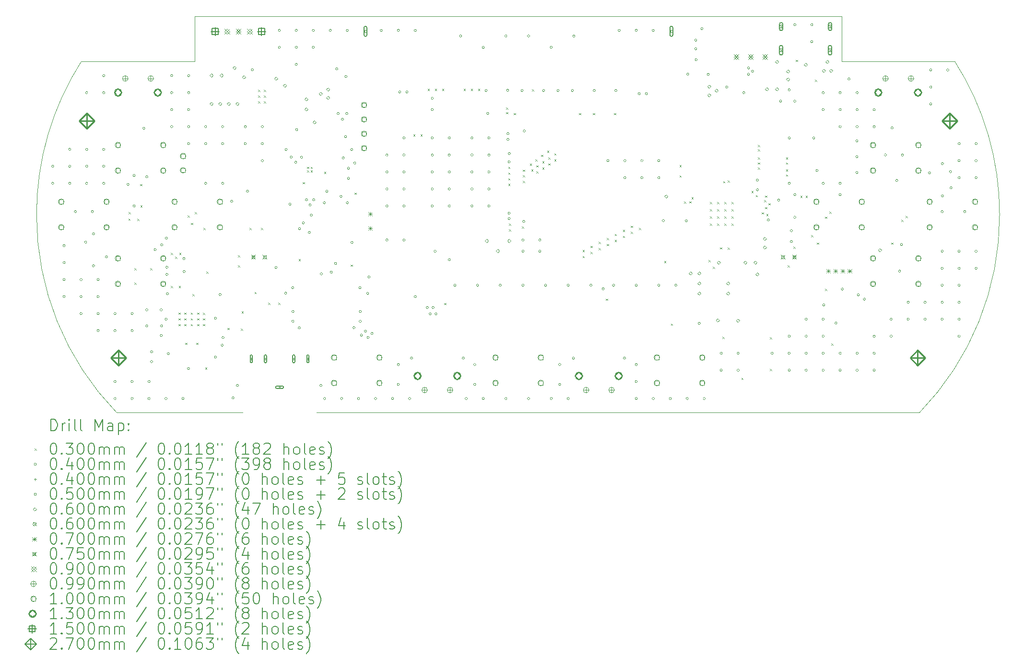
<source format=gbr>
%TF.GenerationSoftware,KiCad,Pcbnew,(6.0.7)*%
%TF.CreationDate,2023-03-31T21:07:47+02:00*%
%TF.ProjectId,airboy,61697262-6f79-42e6-9b69-6361645f7063,rev?*%
%TF.SameCoordinates,Original*%
%TF.FileFunction,Drillmap*%
%TF.FilePolarity,Positive*%
%FSLAX45Y45*%
G04 Gerber Fmt 4.5, Leading zero omitted, Abs format (unit mm)*
G04 Created by KiCad (PCBNEW (6.0.7)) date 2023-03-31 21:07:47*
%MOMM*%
%LPD*%
G01*
G04 APERTURE LIST*
%ADD10C,0.100000*%
%ADD11C,0.200000*%
%ADD12C,0.030000*%
%ADD13C,0.040000*%
%ADD14C,0.050000*%
%ADD15C,0.060000*%
%ADD16C,0.070000*%
%ADD17C,0.075000*%
%ADD18C,0.090000*%
%ADD19C,0.099000*%
%ADD20C,0.130000*%
%ADD21C,0.150000*%
%ADD22C,0.270000*%
G04 APERTURE END LIST*
D10*
X20825000Y-5850000D02*
X17955000Y-5850000D01*
X11555000Y-12850000D02*
X22200000Y-12850000D01*
X23614999Y-9350000D02*
G75*
G03*
X22825000Y-6650000I-4996729J3570D01*
G01*
X20825000Y-6650000D02*
X20825000Y-5850000D01*
X6615000Y-9350000D02*
G75*
G03*
X8030000Y-12850000I4995745J-16324D01*
G01*
X9405000Y-6650000D02*
X7405000Y-6650000D01*
X10255000Y-12850000D02*
X8030000Y-12850000D01*
X7405000Y-6650000D02*
G75*
G03*
X6615000Y-9350000I4206729J-2696432D01*
G01*
X22200000Y-12850000D02*
G75*
G03*
X23615000Y-9350000I-3580743J3483676D01*
G01*
X17955000Y-5850000D02*
X9405000Y-5850000D01*
X22825000Y-6650000D02*
X20825000Y-6650000D01*
X9405000Y-6650000D02*
X9405000Y-5850000D01*
D11*
D12*
X8236093Y-9422545D02*
X8266093Y-9452545D01*
X8266093Y-9422545D02*
X8236093Y-9452545D01*
X8240000Y-9306800D02*
X8270000Y-9336800D01*
X8270000Y-9306800D02*
X8240000Y-9336800D01*
X8341600Y-10297400D02*
X8371600Y-10327400D01*
X8371600Y-10297400D02*
X8341600Y-10327400D01*
X8341600Y-10551400D02*
X8371600Y-10581400D01*
X8371600Y-10551400D02*
X8341600Y-10581400D01*
X8392400Y-9428720D02*
X8422400Y-9458720D01*
X8422400Y-9428720D02*
X8392400Y-9458720D01*
X8443200Y-8814040D02*
X8473200Y-8844040D01*
X8473200Y-8814040D02*
X8443200Y-8844040D01*
X8448280Y-9189960D02*
X8478280Y-9219960D01*
X8478280Y-9189960D02*
X8448280Y-9219960D01*
X8621000Y-10297400D02*
X8651000Y-10327400D01*
X8651000Y-10297400D02*
X8621000Y-10327400D01*
X8986760Y-10028160D02*
X9016760Y-10058160D01*
X9016760Y-10028160D02*
X8986760Y-10058160D01*
X8986760Y-10612360D02*
X9016760Y-10642360D01*
X9016760Y-10612360D02*
X8986760Y-10642360D01*
X9062960Y-10094200D02*
X9092960Y-10124200D01*
X9092960Y-10094200D02*
X9062960Y-10124200D01*
X9119540Y-11084140D02*
X9149540Y-11114140D01*
X9149540Y-11084140D02*
X9119540Y-11114140D01*
X9119540Y-11185740D02*
X9149540Y-11215740D01*
X9149540Y-11185740D02*
X9119540Y-11215740D01*
X9119540Y-11287340D02*
X9149540Y-11317340D01*
X9149540Y-11287340D02*
X9119540Y-11317340D01*
X9123920Y-10612360D02*
X9153920Y-10642360D01*
X9153920Y-10612360D02*
X9123920Y-10642360D01*
X9134080Y-10028160D02*
X9164080Y-10058160D01*
X9164080Y-10028160D02*
X9134080Y-10058160D01*
X9221140Y-11084140D02*
X9251140Y-11114140D01*
X9251140Y-11084140D02*
X9221140Y-11114140D01*
X9221140Y-11185740D02*
X9251140Y-11215740D01*
X9251140Y-11185740D02*
X9221140Y-11215740D01*
X9221140Y-11287340D02*
X9251140Y-11317340D01*
X9251140Y-11287340D02*
X9221140Y-11317340D01*
X9238220Y-11615130D02*
X9268220Y-11645130D01*
X9268220Y-11615130D02*
X9238220Y-11645130D01*
X9281400Y-9367760D02*
X9311400Y-9397760D01*
X9311400Y-9367760D02*
X9281400Y-9397760D01*
X9335440Y-11084140D02*
X9365440Y-11114140D01*
X9365440Y-11084140D02*
X9335440Y-11114140D01*
X9335440Y-11185740D02*
X9365440Y-11215740D01*
X9365440Y-11185740D02*
X9335440Y-11215740D01*
X9335440Y-11287340D02*
X9365440Y-11317340D01*
X9365440Y-11287340D02*
X9335440Y-11317340D01*
X9342360Y-9499840D02*
X9372360Y-9529840D01*
X9372360Y-9499840D02*
X9342360Y-9529840D01*
X9367760Y-10754600D02*
X9397760Y-10784600D01*
X9397760Y-10754600D02*
X9367760Y-10784600D01*
X9408400Y-9306800D02*
X9438400Y-9336800D01*
X9438400Y-9306800D02*
X9408400Y-9336800D01*
X9433800Y-11615130D02*
X9463800Y-11645130D01*
X9463800Y-11615130D02*
X9433800Y-11645130D01*
X9449740Y-11084140D02*
X9479740Y-11114140D01*
X9479740Y-11084140D02*
X9449740Y-11114140D01*
X9449740Y-11185740D02*
X9479740Y-11215740D01*
X9479740Y-11185740D02*
X9449740Y-11215740D01*
X9449740Y-11287340D02*
X9479740Y-11317340D01*
X9479740Y-11287340D02*
X9449740Y-11317340D01*
X9550640Y-11084800D02*
X9580640Y-11114800D01*
X9580640Y-11084800D02*
X9550640Y-11114800D01*
X9551340Y-11185740D02*
X9581340Y-11215740D01*
X9581340Y-11185740D02*
X9551340Y-11215740D01*
X9551740Y-11287340D02*
X9581740Y-11317340D01*
X9581740Y-11287340D02*
X9551740Y-11317340D01*
X9560800Y-9586200D02*
X9590800Y-9616200D01*
X9590800Y-9586200D02*
X9560800Y-9616200D01*
X9591280Y-12050000D02*
X9621280Y-12080000D01*
X9621280Y-12050000D02*
X9591280Y-12080000D01*
X9611600Y-10358360D02*
X9641600Y-10388360D01*
X9641600Y-10358360D02*
X9611600Y-10388360D01*
X9982440Y-11352030D02*
X10012440Y-11382030D01*
X10012440Y-11352030D02*
X9982440Y-11382030D01*
X10170400Y-10068800D02*
X10200400Y-10098800D01*
X10200400Y-10068800D02*
X10170400Y-10098800D01*
X10170400Y-10246600D02*
X10200400Y-10276600D01*
X10200400Y-10246600D02*
X10170400Y-10276600D01*
X10221200Y-11364200D02*
X10251200Y-11394200D01*
X10251200Y-11364200D02*
X10221200Y-11394200D01*
X10233900Y-11059400D02*
X10263900Y-11089400D01*
X10263900Y-11059400D02*
X10233900Y-11089400D01*
X10373600Y-9586200D02*
X10403600Y-9616200D01*
X10403600Y-9586200D02*
X10373600Y-9616200D01*
X10462500Y-10716500D02*
X10492500Y-10746500D01*
X10492500Y-10716500D02*
X10462500Y-10746500D01*
X10526000Y-7147800D02*
X10556000Y-7177800D01*
X10556000Y-7147800D02*
X10526000Y-7177800D01*
X10526000Y-7249400D02*
X10556000Y-7279400D01*
X10556000Y-7249400D02*
X10526000Y-7279400D01*
X10526000Y-7351000D02*
X10556000Y-7381000D01*
X10556000Y-7351000D02*
X10526000Y-7381000D01*
X10576800Y-9586200D02*
X10606800Y-9616200D01*
X10606800Y-9586200D02*
X10576800Y-9616200D01*
X10627600Y-7147800D02*
X10657600Y-7177800D01*
X10657600Y-7147800D02*
X10627600Y-7177800D01*
X10627600Y-7249400D02*
X10657600Y-7279400D01*
X10657600Y-7249400D02*
X10627600Y-7279400D01*
X10627600Y-7351000D02*
X10657600Y-7381000D01*
X10657600Y-7351000D02*
X10627600Y-7381000D01*
X10703800Y-10907000D02*
X10733800Y-10937000D01*
X10733800Y-10907000D02*
X10703800Y-10937000D01*
X10881600Y-10907000D02*
X10911600Y-10937000D01*
X10911600Y-10907000D02*
X10881600Y-10937000D01*
X11243700Y-10138500D02*
X11273700Y-10168500D01*
X11273700Y-10138500D02*
X11243700Y-10168500D01*
X11313400Y-8778480D02*
X11343400Y-8808480D01*
X11343400Y-8778480D02*
X11313400Y-8808480D01*
X11389600Y-8508600D02*
X11419600Y-8538600D01*
X11419600Y-8508600D02*
X11389600Y-8538600D01*
X11389600Y-8572100D02*
X11419600Y-8602100D01*
X11419600Y-8572100D02*
X11389600Y-8602100D01*
X11453100Y-8508600D02*
X11483100Y-8538600D01*
X11483100Y-8508600D02*
X11453100Y-8538600D01*
X11453100Y-8572100D02*
X11483100Y-8602100D01*
X11483100Y-8572100D02*
X11453100Y-8602100D01*
X11691860Y-8598140D02*
X11721860Y-8628140D01*
X11721860Y-8598140D02*
X11691860Y-8628140D01*
X12161760Y-10236440D02*
X12191760Y-10266440D01*
X12191760Y-10236440D02*
X12161760Y-10266440D01*
X12227800Y-8966440D02*
X12257800Y-8996440D01*
X12257800Y-8966440D02*
X12227800Y-8996440D01*
X13264120Y-7935200D02*
X13294120Y-7965200D01*
X13294120Y-7935200D02*
X13264120Y-7965200D01*
X13391120Y-7935200D02*
X13421120Y-7965200D01*
X13421120Y-7935200D02*
X13391120Y-7965200D01*
X13518120Y-7132560D02*
X13548120Y-7162560D01*
X13548120Y-7132560D02*
X13518120Y-7162560D01*
X13645120Y-7132560D02*
X13675120Y-7162560D01*
X13675120Y-7132560D02*
X13645120Y-7162560D01*
X13772120Y-7132560D02*
X13802120Y-7162560D01*
X13802120Y-7132560D02*
X13772120Y-7162560D01*
X13812760Y-10912080D02*
X13842760Y-10942080D01*
X13842760Y-10912080D02*
X13812760Y-10942080D01*
X14152500Y-7131940D02*
X14182500Y-7161940D01*
X14182500Y-7131940D02*
X14152500Y-7161940D01*
X14280120Y-7132560D02*
X14310120Y-7162560D01*
X14310120Y-7132560D02*
X14280120Y-7162560D01*
X14407120Y-7132560D02*
X14437120Y-7162560D01*
X14437120Y-7132560D02*
X14407120Y-7162560D01*
X14904950Y-7463409D02*
X14934950Y-7493409D01*
X14934950Y-7463409D02*
X14904950Y-7493409D01*
X14904962Y-7543360D02*
X14934962Y-7573360D01*
X14934962Y-7543360D02*
X14904962Y-7573360D01*
X14940520Y-8509240D02*
X14970520Y-8539240D01*
X14970520Y-8509240D02*
X14940520Y-8539240D01*
X14940520Y-8610840D02*
X14970520Y-8640840D01*
X14970520Y-8610840D02*
X14940520Y-8640840D01*
X14940520Y-8712440D02*
X14970520Y-8742440D01*
X14970520Y-8712440D02*
X14940520Y-8742440D01*
X14940520Y-8808960D02*
X14970520Y-8838960D01*
X14970520Y-8808960D02*
X14940520Y-8838960D01*
X14955760Y-9510000D02*
X14985760Y-9540000D01*
X14985760Y-9510000D02*
X14955760Y-9540000D01*
X14955760Y-9611600D02*
X14985760Y-9641600D01*
X14985760Y-9611600D02*
X14955760Y-9641600D01*
X15039580Y-7559280D02*
X15069580Y-7589280D01*
X15069580Y-7559280D02*
X15039580Y-7589280D01*
X15184360Y-9560800D02*
X15214360Y-9590800D01*
X15214360Y-9560800D02*
X15184360Y-9590800D01*
X15199600Y-8560040D02*
X15229600Y-8590040D01*
X15229600Y-8560040D02*
X15199600Y-8590040D01*
X15199600Y-8656560D02*
X15229600Y-8686560D01*
X15229600Y-8656560D02*
X15199600Y-8686560D01*
X15199600Y-8758160D02*
X15229600Y-8788160D01*
X15229600Y-8758160D02*
X15199600Y-8788160D01*
X15321520Y-8453360D02*
X15351520Y-8483360D01*
X15351520Y-8453360D02*
X15321520Y-8483360D01*
X15346920Y-8554960D02*
X15376920Y-8584960D01*
X15376920Y-8554960D02*
X15346920Y-8584960D01*
X15362160Y-7142720D02*
X15392160Y-7172720D01*
X15392160Y-7142720D02*
X15362160Y-7172720D01*
X15418040Y-8377160D02*
X15448040Y-8407160D01*
X15448040Y-8377160D02*
X15418040Y-8407160D01*
X15435820Y-8483840D02*
X15465820Y-8513840D01*
X15465820Y-8483840D02*
X15435820Y-8513840D01*
X15435820Y-8590520D02*
X15465820Y-8620520D01*
X15465820Y-8590520D02*
X15435820Y-8620520D01*
X15522180Y-8295880D02*
X15552180Y-8325880D01*
X15552180Y-8295880D02*
X15522180Y-8325880D01*
X15542500Y-8412720D02*
X15572500Y-8442720D01*
X15572500Y-8412720D02*
X15542500Y-8442720D01*
X15542500Y-8519400D02*
X15572500Y-8549400D01*
X15572500Y-8519400D02*
X15542500Y-8549400D01*
X15626320Y-8224760D02*
X15656320Y-8254760D01*
X15656320Y-8224760D02*
X15626320Y-8254760D01*
X15649180Y-8341600D02*
X15679180Y-8371600D01*
X15679180Y-8341600D02*
X15649180Y-8371600D01*
X15649180Y-8448280D02*
X15679180Y-8478280D01*
X15679180Y-8448280D02*
X15649180Y-8478280D01*
X15755860Y-8270480D02*
X15785860Y-8300480D01*
X15785860Y-8270480D02*
X15755860Y-8300480D01*
X15755860Y-8377160D02*
X15785860Y-8407160D01*
X15785860Y-8377160D02*
X15755860Y-8407160D01*
X16192740Y-7559280D02*
X16222740Y-7589280D01*
X16222740Y-7559280D02*
X16192740Y-7589280D01*
X16253700Y-9977360D02*
X16283700Y-10007360D01*
X16283700Y-9977360D02*
X16253700Y-10007360D01*
X16253700Y-10084040D02*
X16283700Y-10114040D01*
X16283700Y-10084040D02*
X16253700Y-10114040D01*
X16395940Y-9906240D02*
X16425940Y-9936240D01*
X16425940Y-9906240D02*
X16395940Y-9936240D01*
X16395940Y-10012920D02*
X16425940Y-10042920D01*
X16425940Y-10012920D02*
X16395940Y-10042920D01*
X16434040Y-7559280D02*
X16464040Y-7589280D01*
X16464040Y-7559280D02*
X16434040Y-7589280D01*
X16538180Y-9835120D02*
X16568180Y-9865120D01*
X16568180Y-9835120D02*
X16538180Y-9865120D01*
X16538180Y-9941800D02*
X16568180Y-9971800D01*
X16568180Y-9941800D02*
X16538180Y-9971800D01*
X16662640Y-10835880D02*
X16692640Y-10865880D01*
X16692640Y-10835880D02*
X16662640Y-10865880D01*
X16680420Y-9764000D02*
X16710420Y-9794000D01*
X16710420Y-9764000D02*
X16680420Y-9794000D01*
X16680420Y-9870680D02*
X16710420Y-9900680D01*
X16710420Y-9870680D02*
X16680420Y-9900680D01*
X16809960Y-7559280D02*
X16839960Y-7589280D01*
X16839960Y-7559280D02*
X16809960Y-7589280D01*
X16822660Y-9692880D02*
X16852660Y-9722880D01*
X16852660Y-9692880D02*
X16822660Y-9722880D01*
X16822660Y-9799560D02*
X16852660Y-9829560D01*
X16852660Y-9799560D02*
X16822660Y-9829560D01*
X16964900Y-9621760D02*
X16994900Y-9651760D01*
X16994900Y-9621760D02*
X16964900Y-9651760D01*
X16964900Y-9728440D02*
X16994900Y-9758440D01*
X16994900Y-9728440D02*
X16964900Y-9758440D01*
X17107140Y-9550640D02*
X17137140Y-9580640D01*
X17137140Y-9550640D02*
X17107140Y-9580640D01*
X17107140Y-9657320D02*
X17137140Y-9687320D01*
X17137140Y-9657320D02*
X17107140Y-9687320D01*
X17249380Y-9586200D02*
X17279380Y-9616200D01*
X17279380Y-9586200D02*
X17249380Y-9616200D01*
X17693880Y-10172940D02*
X17723880Y-10202940D01*
X17723880Y-10172940D02*
X17693880Y-10202940D01*
X17810720Y-11277840D02*
X17840720Y-11307840D01*
X17840720Y-11277840D02*
X17810720Y-11307840D01*
X17963120Y-8478760D02*
X17993120Y-8508760D01*
X17993120Y-8478760D02*
X17963120Y-8508760D01*
X17963120Y-8661640D02*
X17993120Y-8691640D01*
X17993120Y-8661640D02*
X17963120Y-8691640D01*
X18046940Y-9121380D02*
X18076940Y-9151380D01*
X18076940Y-9121380D02*
X18046940Y-9151380D01*
X18138401Y-9118020D02*
X18168401Y-9148020D01*
X18168401Y-9118020D02*
X18138401Y-9148020D01*
X18176480Y-9047720D02*
X18206480Y-9077720D01*
X18206480Y-9047720D02*
X18176480Y-9077720D01*
X18476200Y-10155160D02*
X18506200Y-10185160D01*
X18506200Y-10155160D02*
X18476200Y-10185160D01*
X18501600Y-9129000D02*
X18531600Y-9159000D01*
X18531600Y-9129000D02*
X18501600Y-9159000D01*
X18501600Y-9256000D02*
X18531600Y-9286000D01*
X18531600Y-9256000D02*
X18501600Y-9286000D01*
X18501600Y-9383000D02*
X18531600Y-9413000D01*
X18531600Y-9383000D02*
X18501600Y-9413000D01*
X18501600Y-9510000D02*
X18531600Y-9540000D01*
X18531600Y-9510000D02*
X18501600Y-9540000D01*
X18552400Y-10272000D02*
X18582400Y-10302000D01*
X18582400Y-10272000D02*
X18552400Y-10302000D01*
X18628600Y-9129000D02*
X18658600Y-9159000D01*
X18658600Y-9129000D02*
X18628600Y-9159000D01*
X18628600Y-9256000D02*
X18658600Y-9286000D01*
X18658600Y-9256000D02*
X18628600Y-9286000D01*
X18628600Y-9383000D02*
X18658600Y-9413000D01*
X18658600Y-9383000D02*
X18628600Y-9413000D01*
X18628600Y-9510000D02*
X18658600Y-9540000D01*
X18658600Y-9510000D02*
X18628600Y-9540000D01*
X18680455Y-9932695D02*
X18710455Y-9962695D01*
X18710455Y-9932695D02*
X18680455Y-9962695D01*
X18720040Y-11511520D02*
X18750040Y-11541520D01*
X18750040Y-11511520D02*
X18720040Y-11541520D01*
X18735545Y-8760972D02*
X18765545Y-8790972D01*
X18765545Y-8760972D02*
X18735545Y-8790972D01*
X18755600Y-9129000D02*
X18785600Y-9159000D01*
X18785600Y-9129000D02*
X18755600Y-9159000D01*
X18755600Y-9256000D02*
X18785600Y-9286000D01*
X18785600Y-9256000D02*
X18755600Y-9286000D01*
X18755600Y-9383000D02*
X18785600Y-9413000D01*
X18785600Y-9383000D02*
X18755600Y-9413000D01*
X18755600Y-9510000D02*
X18785600Y-9540000D01*
X18785600Y-9510000D02*
X18755600Y-9540000D01*
X18814020Y-9934180D02*
X18844020Y-9964180D01*
X18844020Y-9934180D02*
X18814020Y-9964180D01*
X18814437Y-8748012D02*
X18844437Y-8778012D01*
X18844437Y-8748012D02*
X18814437Y-8778012D01*
X18882600Y-9129000D02*
X18912600Y-9159000D01*
X18912600Y-9129000D02*
X18882600Y-9159000D01*
X18882600Y-9256000D02*
X18912600Y-9286000D01*
X18912600Y-9256000D02*
X18882600Y-9286000D01*
X18882600Y-9383000D02*
X18912600Y-9413000D01*
X18912600Y-9383000D02*
X18882600Y-9413000D01*
X18882600Y-9510000D02*
X18912600Y-9540000D01*
X18912600Y-9510000D02*
X18882600Y-9540000D01*
X19057860Y-12235420D02*
X19087860Y-12265420D01*
X19087860Y-12235420D02*
X19057860Y-12265420D01*
X19234131Y-8936432D02*
X19264131Y-8966432D01*
X19264131Y-8936432D02*
X19234131Y-8966432D01*
X19309320Y-9009620D02*
X19339320Y-9039620D01*
X19339320Y-9009620D02*
X19309320Y-9039620D01*
X19347420Y-8121630D02*
X19377420Y-8151630D01*
X19377420Y-8121630D02*
X19347420Y-8151630D01*
X19347420Y-8199360D02*
X19377420Y-8229360D01*
X19377420Y-8199360D02*
X19347420Y-8229360D01*
X19347420Y-8341600D02*
X19377420Y-8371600D01*
X19377420Y-8341600D02*
X19347420Y-8371600D01*
X19347420Y-8430500D02*
X19377420Y-8460500D01*
X19377420Y-8430500D02*
X19347420Y-8460500D01*
X19347420Y-8519400D02*
X19377420Y-8549400D01*
X19377420Y-8519400D02*
X19347420Y-8549400D01*
X19416000Y-9313790D02*
X19446000Y-9343790D01*
X19446000Y-9313790D02*
X19416000Y-9343790D01*
X19458791Y-9098302D02*
X19488791Y-9128302D01*
X19488791Y-9098302D02*
X19458791Y-9128302D01*
X19474420Y-9217900D02*
X19504420Y-9247900D01*
X19504420Y-9217900D02*
X19474420Y-9247900D01*
X19477966Y-9018246D02*
X19507966Y-9048246D01*
X19507966Y-9018246D02*
X19477966Y-9048246D01*
X19497280Y-9340240D02*
X19527280Y-9370240D01*
X19527280Y-9340240D02*
X19497280Y-9370240D01*
X19533545Y-9153823D02*
X19563545Y-9183823D01*
X19563545Y-9153823D02*
X19533545Y-9183823D01*
X19560780Y-11516600D02*
X19590780Y-11546600D01*
X19590780Y-11516600D02*
X19560780Y-11546600D01*
X19560780Y-12075400D02*
X19590780Y-12105400D01*
X19590780Y-12075400D02*
X19560780Y-12105400D01*
X19842720Y-8430500D02*
X19872720Y-8460500D01*
X19872720Y-8430500D02*
X19842720Y-8460500D01*
X19845260Y-8341600D02*
X19875260Y-8371600D01*
X19875260Y-8341600D02*
X19845260Y-8371600D01*
X19845260Y-8554960D02*
X19875260Y-8584960D01*
X19875260Y-8554960D02*
X19845260Y-8584960D01*
X19845260Y-8643860D02*
X19875260Y-8673860D01*
X19875260Y-8643860D02*
X19845260Y-8673860D01*
X19873200Y-10246600D02*
X19903200Y-10276600D01*
X19903200Y-10246600D02*
X19873200Y-10276600D01*
X19974800Y-9916400D02*
X20004800Y-9946400D01*
X20004800Y-9916400D02*
X19974800Y-9946400D01*
X20019627Y-6618979D02*
X20049627Y-6648979D01*
X20049627Y-6618979D02*
X20019627Y-6648979D01*
X20096720Y-9022320D02*
X20126720Y-9052320D01*
X20126720Y-9022320D02*
X20096720Y-9052320D01*
X20190700Y-9022320D02*
X20220700Y-9052320D01*
X20220700Y-9022320D02*
X20190700Y-9052320D01*
X20289760Y-9713200D02*
X20319760Y-9743200D01*
X20319760Y-9713200D02*
X20289760Y-9743200D01*
X20355800Y-6970000D02*
X20385800Y-7000000D01*
X20385800Y-6970000D02*
X20355800Y-7000000D01*
X20391360Y-9845280D02*
X20421360Y-9875280D01*
X20421360Y-9845280D02*
X20391360Y-9875280D01*
X20533600Y-9388080D02*
X20563600Y-9418080D01*
X20563600Y-9388080D02*
X20533600Y-9418080D01*
X20533600Y-10663160D02*
X20563600Y-10693160D01*
X20563600Y-10663160D02*
X20533600Y-10693160D01*
X20609800Y-9301720D02*
X20639800Y-9331720D01*
X20639800Y-9301720D02*
X20609800Y-9331720D01*
X20645360Y-11628360D02*
X20675360Y-11658360D01*
X20675360Y-11628360D02*
X20645360Y-11658360D01*
X21702000Y-9845280D02*
X21732000Y-9875280D01*
X21732000Y-9845280D02*
X21702000Y-9875280D01*
X21879800Y-9443960D02*
X21909800Y-9473960D01*
X21909800Y-9443960D02*
X21879800Y-9473960D01*
X21956000Y-9377920D02*
X21986000Y-9407920D01*
X21986000Y-9377920D02*
X21956000Y-9407920D01*
D13*
X6920000Y-8500000D02*
G75*
G03*
X6920000Y-8500000I-20000J0D01*
G01*
X6920000Y-8800000D02*
G75*
G03*
X6920000Y-8800000I-20000J0D01*
G01*
X7120000Y-9900000D02*
G75*
G03*
X7120000Y-9900000I-20000J0D01*
G01*
X7120000Y-10200000D02*
G75*
G03*
X7120000Y-10200000I-20000J0D01*
G01*
X7120000Y-10500000D02*
G75*
G03*
X7120000Y-10500000I-20000J0D01*
G01*
X7120000Y-10800000D02*
G75*
G03*
X7120000Y-10800000I-20000J0D01*
G01*
X7220000Y-8200000D02*
G75*
G03*
X7220000Y-8200000I-20000J0D01*
G01*
X7220000Y-8500000D02*
G75*
G03*
X7220000Y-8500000I-20000J0D01*
G01*
X7220000Y-8800000D02*
G75*
G03*
X7220000Y-8800000I-20000J0D01*
G01*
X7320000Y-9300000D02*
G75*
G03*
X7320000Y-9300000I-20000J0D01*
G01*
X7420000Y-10500000D02*
G75*
G03*
X7420000Y-10500000I-20000J0D01*
G01*
X7420000Y-10800000D02*
G75*
G03*
X7420000Y-10800000I-20000J0D01*
G01*
X7420000Y-11100000D02*
G75*
G03*
X7420000Y-11100000I-20000J0D01*
G01*
X7502840Y-9839960D02*
G75*
G03*
X7502840Y-9839960I-20000J0D01*
G01*
X7520000Y-7200000D02*
G75*
G03*
X7520000Y-7200000I-20000J0D01*
G01*
X7520000Y-8200000D02*
G75*
G03*
X7520000Y-8200000I-20000J0D01*
G01*
X7520000Y-8500000D02*
G75*
G03*
X7520000Y-8500000I-20000J0D01*
G01*
X7520000Y-8800000D02*
G75*
G03*
X7520000Y-8800000I-20000J0D01*
G01*
X7620000Y-9300000D02*
G75*
G03*
X7620000Y-9300000I-20000J0D01*
G01*
X7640000Y-9692640D02*
G75*
G03*
X7640000Y-9692640I-20000J0D01*
G01*
X7640000Y-10256520D02*
G75*
G03*
X7640000Y-10256520I-20000J0D01*
G01*
X7720000Y-10500000D02*
G75*
G03*
X7720000Y-10500000I-20000J0D01*
G01*
X7720000Y-10800000D02*
G75*
G03*
X7720000Y-10800000I-20000J0D01*
G01*
X7720000Y-11100000D02*
G75*
G03*
X7720000Y-11100000I-20000J0D01*
G01*
X7720000Y-11400000D02*
G75*
G03*
X7720000Y-11400000I-20000J0D01*
G01*
X7820000Y-6900000D02*
G75*
G03*
X7820000Y-6900000I-20000J0D01*
G01*
X7820000Y-7200000D02*
G75*
G03*
X7820000Y-7200000I-20000J0D01*
G01*
X7820000Y-8200000D02*
G75*
G03*
X7820000Y-8200000I-20000J0D01*
G01*
X7820000Y-8500000D02*
G75*
G03*
X7820000Y-8500000I-20000J0D01*
G01*
X7820000Y-8800000D02*
G75*
G03*
X7820000Y-8800000I-20000J0D01*
G01*
X7868600Y-10099040D02*
G75*
G03*
X7868600Y-10099040I-20000J0D01*
G01*
X8020000Y-11100000D02*
G75*
G03*
X8020000Y-11100000I-20000J0D01*
G01*
X8020000Y-11400000D02*
G75*
G03*
X8020000Y-11400000I-20000J0D01*
G01*
X8020000Y-12300000D02*
G75*
G03*
X8020000Y-12300000I-20000J0D01*
G01*
X8020000Y-12600000D02*
G75*
G03*
X8020000Y-12600000I-20000J0D01*
G01*
X8249600Y-8818880D02*
G75*
G03*
X8249600Y-8818880I-20000J0D01*
G01*
X8320000Y-11100000D02*
G75*
G03*
X8320000Y-11100000I-20000J0D01*
G01*
X8320000Y-11400000D02*
G75*
G03*
X8320000Y-11400000I-20000J0D01*
G01*
X8320000Y-12300000D02*
G75*
G03*
X8320000Y-12300000I-20000J0D01*
G01*
X8320000Y-12600000D02*
G75*
G03*
X8320000Y-12600000I-20000J0D01*
G01*
X8356280Y-8661400D02*
G75*
G03*
X8356280Y-8661400I-20000J0D01*
G01*
X8356280Y-9199880D02*
G75*
G03*
X8356280Y-9199880I-20000J0D01*
G01*
X8529000Y-7828280D02*
G75*
G03*
X8529000Y-7828280I-20000J0D01*
G01*
X8579800Y-8686800D02*
G75*
G03*
X8579800Y-8686800I-20000J0D01*
G01*
X8579800Y-11033760D02*
G75*
G03*
X8579800Y-11033760I-20000J0D01*
G01*
X8579800Y-11318240D02*
G75*
G03*
X8579800Y-11318240I-20000J0D01*
G01*
X8620000Y-12300000D02*
G75*
G03*
X8620000Y-12300000I-20000J0D01*
G01*
X8620000Y-12600000D02*
G75*
G03*
X8620000Y-12600000I-20000J0D01*
G01*
X8666160Y-11775440D02*
G75*
G03*
X8666160Y-11775440I-20000J0D01*
G01*
X8666160Y-11948160D02*
G75*
G03*
X8666160Y-11948160I-20000J0D01*
G01*
X8727120Y-9972040D02*
G75*
G03*
X8727120Y-9972040I-20000J0D01*
G01*
X8833800Y-11033760D02*
G75*
G03*
X8833800Y-11033760I-20000J0D01*
G01*
X8836340Y-11488420D02*
G75*
G03*
X8836340Y-11488420I-20000J0D01*
G01*
X8838880Y-11318240D02*
G75*
G03*
X8838880Y-11318240I-20000J0D01*
G01*
X8843960Y-9885680D02*
G75*
G03*
X8843960Y-9885680I-20000J0D01*
G01*
X8920000Y-11200000D02*
G75*
G03*
X8920000Y-11200000I-20000J0D01*
G01*
X8920000Y-12600000D02*
G75*
G03*
X8920000Y-12600000I-20000J0D01*
G01*
X8925240Y-9768840D02*
G75*
G03*
X8925240Y-9768840I-20000J0D01*
G01*
X8935400Y-10281920D02*
G75*
G03*
X8935400Y-10281920I-20000J0D01*
G01*
X8935400Y-10408920D02*
G75*
G03*
X8935400Y-10408920I-20000J0D01*
G01*
X8945560Y-10749280D02*
G75*
G03*
X8945560Y-10749280I-20000J0D01*
G01*
X8960800Y-11808460D02*
G75*
G03*
X8960800Y-11808460I-20000J0D01*
G01*
X9020000Y-6900000D02*
G75*
G03*
X9020000Y-6900000I-20000J0D01*
G01*
X9020000Y-7200000D02*
G75*
G03*
X9020000Y-7200000I-20000J0D01*
G01*
X9020000Y-7500000D02*
G75*
G03*
X9020000Y-7500000I-20000J0D01*
G01*
X9020000Y-7800000D02*
G75*
G03*
X9020000Y-7800000I-20000J0D01*
G01*
X9220000Y-12600000D02*
G75*
G03*
X9220000Y-12600000I-20000J0D01*
G01*
X9235700Y-10129520D02*
G75*
G03*
X9235700Y-10129520I-20000J0D01*
G01*
X9240200Y-10358120D02*
G75*
G03*
X9240200Y-10358120I-20000J0D01*
G01*
X9316400Y-12070080D02*
G75*
G03*
X9316400Y-12070080I-20000J0D01*
G01*
X9320000Y-6900000D02*
G75*
G03*
X9320000Y-6900000I-20000J0D01*
G01*
X9320000Y-7200000D02*
G75*
G03*
X9320000Y-7200000I-20000J0D01*
G01*
X9320000Y-7500000D02*
G75*
G03*
X9320000Y-7500000I-20000J0D01*
G01*
X9320000Y-7800000D02*
G75*
G03*
X9320000Y-7800000I-20000J0D01*
G01*
X9320000Y-8100000D02*
G75*
G03*
X9320000Y-8100000I-20000J0D01*
G01*
X9620000Y-7800000D02*
G75*
G03*
X9620000Y-7800000I-20000J0D01*
G01*
X9620000Y-8100000D02*
G75*
G03*
X9620000Y-8100000I-20000J0D01*
G01*
X9620000Y-8800000D02*
G75*
G03*
X9620000Y-8800000I-20000J0D01*
G01*
X9793920Y-11181080D02*
G75*
G03*
X9793920Y-11181080I-20000J0D01*
G01*
X9793920Y-11866880D02*
G75*
G03*
X9793920Y-11866880I-20000J0D01*
G01*
X9875200Y-10764520D02*
G75*
G03*
X9875200Y-10764520I-20000J0D01*
G01*
X9910398Y-11658962D02*
G75*
G03*
X9910398Y-11658962I-20000J0D01*
G01*
X9920000Y-7800000D02*
G75*
G03*
X9920000Y-7800000I-20000J0D01*
G01*
X9920000Y-8100000D02*
G75*
G03*
X9920000Y-8100000I-20000J0D01*
G01*
X9920000Y-8800000D02*
G75*
G03*
X9920000Y-8800000I-20000J0D01*
G01*
X9926000Y-11523290D02*
G75*
G03*
X9926000Y-11523290I-20000J0D01*
G01*
X10078400Y-9118600D02*
G75*
G03*
X10078400Y-9118600I-20000J0D01*
G01*
X10103800Y-12588240D02*
G75*
G03*
X10103800Y-12588240I-20000J0D01*
G01*
X10180000Y-12369800D02*
G75*
G03*
X10180000Y-12369800I-20000J0D01*
G01*
X10320000Y-7800000D02*
G75*
G03*
X10320000Y-7800000I-20000J0D01*
G01*
X10320000Y-8100000D02*
G75*
G03*
X10320000Y-8100000I-20000J0D01*
G01*
X10357800Y-8940800D02*
G75*
G03*
X10357800Y-8940800I-20000J0D01*
G01*
X10444160Y-6797040D02*
G75*
G03*
X10444160Y-6797040I-20000J0D01*
G01*
X10620000Y-7800000D02*
G75*
G03*
X10620000Y-7800000I-20000J0D01*
G01*
X10620000Y-8100000D02*
G75*
G03*
X10620000Y-8100000I-20000J0D01*
G01*
X10620000Y-8400000D02*
G75*
G03*
X10620000Y-8400000I-20000J0D01*
G01*
X10860720Y-10287000D02*
G75*
G03*
X10860720Y-10287000I-20000J0D01*
G01*
X10920000Y-6100000D02*
G75*
G03*
X10920000Y-6100000I-20000J0D01*
G01*
X10920000Y-6400000D02*
G75*
G03*
X10920000Y-6400000I-20000J0D01*
G01*
X11033440Y-10739120D02*
G75*
G03*
X11033440Y-10739120I-20000J0D01*
G01*
X11038520Y-8204200D02*
G75*
G03*
X11038520Y-8204200I-20000J0D01*
G01*
X11109640Y-9169400D02*
G75*
G03*
X11109640Y-9169400I-20000J0D01*
G01*
X11129960Y-8336280D02*
G75*
G03*
X11129960Y-8336280I-20000J0D01*
G01*
X11155360Y-10642600D02*
G75*
G03*
X11155360Y-10642600I-20000J0D01*
G01*
X11160440Y-11064240D02*
G75*
G03*
X11160440Y-11064240I-20000J0D01*
G01*
X11160440Y-11236960D02*
G75*
G03*
X11160440Y-11236960I-20000J0D01*
G01*
X11211240Y-8427720D02*
G75*
G03*
X11211240Y-8427720I-20000J0D01*
G01*
X11220000Y-6100000D02*
G75*
G03*
X11220000Y-6100000I-20000J0D01*
G01*
X11220000Y-6400000D02*
G75*
G03*
X11220000Y-6400000I-20000J0D01*
G01*
X11220000Y-6700000D02*
G75*
G03*
X11220000Y-6700000I-20000J0D01*
G01*
X11226480Y-7853680D02*
G75*
G03*
X11226480Y-7853680I-20000J0D01*
G01*
X11272200Y-11353800D02*
G75*
G03*
X11272200Y-11353800I-20000J0D01*
G01*
X11277280Y-9601200D02*
G75*
G03*
X11277280Y-9601200I-20000J0D01*
G01*
X11312840Y-8341360D02*
G75*
G03*
X11312840Y-8341360I-20000J0D01*
G01*
X11343320Y-9499600D02*
G75*
G03*
X11343320Y-9499600I-20000J0D01*
G01*
X11399200Y-9093200D02*
G75*
G03*
X11399200Y-9093200I-20000J0D01*
G01*
X11450000Y-9667240D02*
G75*
G03*
X11450000Y-9667240I-20000J0D01*
G01*
X11462700Y-9182100D02*
G75*
G03*
X11462700Y-9182100I-20000J0D01*
G01*
X11485560Y-9362440D02*
G75*
G03*
X11485560Y-9362440I-20000J0D01*
G01*
X11520000Y-6100000D02*
G75*
G03*
X11520000Y-6100000I-20000J0D01*
G01*
X11520000Y-6400000D02*
G75*
G03*
X11520000Y-6400000I-20000J0D01*
G01*
X11526200Y-9093200D02*
G75*
G03*
X11526200Y-9093200I-20000J0D01*
G01*
X11653200Y-12369800D02*
G75*
G03*
X11653200Y-12369800I-20000J0D01*
G01*
X11663360Y-10398760D02*
G75*
G03*
X11663360Y-10398760I-20000J0D01*
G01*
X11714160Y-9144000D02*
G75*
G03*
X11714160Y-9144000I-20000J0D01*
G01*
X11720000Y-12600000D02*
G75*
G03*
X11720000Y-12600000I-20000J0D01*
G01*
X11759880Y-8940800D02*
G75*
G03*
X11759880Y-8940800I-20000J0D01*
G01*
X11820000Y-6100000D02*
G75*
G03*
X11820000Y-6100000I-20000J0D01*
G01*
X11836080Y-10368280D02*
G75*
G03*
X11836080Y-10368280I-20000J0D01*
G01*
X11912280Y-10215880D02*
G75*
G03*
X11912280Y-10215880I-20000J0D01*
G01*
X11932600Y-6781800D02*
G75*
G03*
X11932600Y-6781800I-20000J0D01*
G01*
X11958000Y-7569200D02*
G75*
G03*
X11958000Y-7569200I-20000J0D01*
G01*
X12008800Y-9029700D02*
G75*
G03*
X12008800Y-9029700I-20000J0D01*
G01*
X12020000Y-12600000D02*
G75*
G03*
X12020000Y-12600000I-20000J0D01*
G01*
X12034200Y-7670800D02*
G75*
G03*
X12034200Y-7670800I-20000J0D01*
G01*
X12049440Y-8351520D02*
G75*
G03*
X12049440Y-8351520I-20000J0D01*
G01*
X12090080Y-7975600D02*
G75*
G03*
X12090080Y-7975600I-20000J0D01*
G01*
X12095160Y-6913880D02*
G75*
G03*
X12095160Y-6913880I-20000J0D01*
G01*
X12110400Y-7569200D02*
G75*
G03*
X12110400Y-7569200I-20000J0D01*
G01*
X12120000Y-6100000D02*
G75*
G03*
X12120000Y-6100000I-20000J0D01*
G01*
X12120560Y-9144000D02*
G75*
G03*
X12120560Y-9144000I-20000J0D01*
G01*
X12140880Y-8534400D02*
G75*
G03*
X12140880Y-8534400I-20000J0D01*
G01*
X12140880Y-8712200D02*
G75*
G03*
X12140880Y-8712200I-20000J0D01*
G01*
X12196760Y-8204200D02*
G75*
G03*
X12196760Y-8204200I-20000J0D01*
G01*
X12201840Y-9845040D02*
G75*
G03*
X12201840Y-9845040I-20000J0D01*
G01*
X12237400Y-11348720D02*
G75*
G03*
X12237400Y-11348720I-20000J0D01*
G01*
X12252640Y-8442960D02*
G75*
G03*
X12252640Y-8442960I-20000J0D01*
G01*
X12320000Y-12600000D02*
G75*
G03*
X12320000Y-12600000I-20000J0D01*
G01*
X12344080Y-10642600D02*
G75*
G03*
X12344080Y-10642600I-20000J0D01*
G01*
X12349160Y-11064240D02*
G75*
G03*
X12349160Y-11064240I-20000J0D01*
G01*
X12349160Y-11236960D02*
G75*
G03*
X12349160Y-11236960I-20000J0D01*
G01*
X12369480Y-11480800D02*
G75*
G03*
X12369480Y-11480800I-20000J0D01*
G01*
X12440600Y-11409680D02*
G75*
G03*
X12440600Y-11409680I-20000J0D01*
G01*
X12481240Y-10744200D02*
G75*
G03*
X12481240Y-10744200I-20000J0D01*
G01*
X12486320Y-11521440D02*
G75*
G03*
X12486320Y-11521440I-20000J0D01*
G01*
X12501560Y-10454640D02*
G75*
G03*
X12501560Y-10454640I-20000J0D01*
G01*
X12557440Y-11450320D02*
G75*
G03*
X12557440Y-11450320I-20000J0D01*
G01*
X12620000Y-12600000D02*
G75*
G03*
X12620000Y-12600000I-20000J0D01*
G01*
X12720000Y-6100000D02*
G75*
G03*
X12720000Y-6100000I-20000J0D01*
G01*
X12820000Y-8300000D02*
G75*
G03*
X12820000Y-8300000I-20000J0D01*
G01*
X12820000Y-8600000D02*
G75*
G03*
X12820000Y-8600000I-20000J0D01*
G01*
X12820000Y-8900000D02*
G75*
G03*
X12820000Y-8900000I-20000J0D01*
G01*
X12820000Y-9200000D02*
G75*
G03*
X12820000Y-9200000I-20000J0D01*
G01*
X12820000Y-9800000D02*
G75*
G03*
X12820000Y-9800000I-20000J0D01*
G01*
X12920000Y-12600000D02*
G75*
G03*
X12920000Y-12600000I-20000J0D01*
G01*
X13020000Y-6100000D02*
G75*
G03*
X13020000Y-6100000I-20000J0D01*
G01*
X13020000Y-12000000D02*
G75*
G03*
X13020000Y-12000000I-20000J0D01*
G01*
X13020000Y-12350000D02*
G75*
G03*
X13020000Y-12350000I-20000J0D01*
G01*
X13045120Y-7188200D02*
G75*
G03*
X13045120Y-7188200I-20000J0D01*
G01*
X13120000Y-8000000D02*
G75*
G03*
X13120000Y-8000000I-20000J0D01*
G01*
X13120000Y-8300000D02*
G75*
G03*
X13120000Y-8300000I-20000J0D01*
G01*
X13120000Y-8600000D02*
G75*
G03*
X13120000Y-8600000I-20000J0D01*
G01*
X13120000Y-8900000D02*
G75*
G03*
X13120000Y-8900000I-20000J0D01*
G01*
X13120000Y-9200000D02*
G75*
G03*
X13120000Y-9200000I-20000J0D01*
G01*
X13120000Y-9800000D02*
G75*
G03*
X13120000Y-9800000I-20000J0D01*
G01*
X13172120Y-7188200D02*
G75*
G03*
X13172120Y-7188200I-20000J0D01*
G01*
X13220000Y-12600000D02*
G75*
G03*
X13220000Y-12600000I-20000J0D01*
G01*
X13253400Y-11887200D02*
G75*
G03*
X13253400Y-11887200I-20000J0D01*
G01*
X13320000Y-6100000D02*
G75*
G03*
X13320000Y-6100000I-20000J0D01*
G01*
X13320000Y-10800000D02*
G75*
G03*
X13320000Y-10800000I-20000J0D01*
G01*
X13532800Y-10993120D02*
G75*
G03*
X13532800Y-10993120I-20000J0D01*
G01*
X13583600Y-11104880D02*
G75*
G03*
X13583600Y-11104880I-20000J0D01*
G01*
X13620000Y-7300000D02*
G75*
G03*
X13620000Y-7300000I-20000J0D01*
G01*
X13620000Y-7500000D02*
G75*
G03*
X13620000Y-7500000I-20000J0D01*
G01*
X13620000Y-8000000D02*
G75*
G03*
X13620000Y-8000000I-20000J0D01*
G01*
X13620000Y-8300000D02*
G75*
G03*
X13620000Y-8300000I-20000J0D01*
G01*
X13620000Y-8600000D02*
G75*
G03*
X13620000Y-8600000I-20000J0D01*
G01*
X13620000Y-8900000D02*
G75*
G03*
X13620000Y-8900000I-20000J0D01*
G01*
X13620000Y-9200000D02*
G75*
G03*
X13620000Y-9200000I-20000J0D01*
G01*
X13634400Y-10993120D02*
G75*
G03*
X13634400Y-10993120I-20000J0D01*
G01*
X13670000Y-10000000D02*
G75*
G03*
X13670000Y-10000000I-20000J0D01*
G01*
X13685200Y-11104880D02*
G75*
G03*
X13685200Y-11104880I-20000J0D01*
G01*
X13920000Y-8000000D02*
G75*
G03*
X13920000Y-8000000I-20000J0D01*
G01*
X13920000Y-8300000D02*
G75*
G03*
X13920000Y-8300000I-20000J0D01*
G01*
X13920000Y-8600000D02*
G75*
G03*
X13920000Y-8600000I-20000J0D01*
G01*
X13920000Y-8900000D02*
G75*
G03*
X13920000Y-8900000I-20000J0D01*
G01*
X13920000Y-9200000D02*
G75*
G03*
X13920000Y-9200000I-20000J0D01*
G01*
X13920000Y-10150000D02*
G75*
G03*
X13920000Y-10150000I-20000J0D01*
G01*
X14020000Y-10600000D02*
G75*
G03*
X14020000Y-10600000I-20000J0D01*
G01*
X14120000Y-6200000D02*
G75*
G03*
X14120000Y-6200000I-20000J0D01*
G01*
X14167800Y-11887200D02*
G75*
G03*
X14167800Y-11887200I-20000J0D01*
G01*
X14220000Y-12600000D02*
G75*
G03*
X14220000Y-12600000I-20000J0D01*
G01*
X14320000Y-8000000D02*
G75*
G03*
X14320000Y-8000000I-20000J0D01*
G01*
X14320000Y-8300000D02*
G75*
G03*
X14320000Y-8300000I-20000J0D01*
G01*
X14320000Y-8600000D02*
G75*
G03*
X14320000Y-8600000I-20000J0D01*
G01*
X14320000Y-8900000D02*
G75*
G03*
X14320000Y-8900000I-20000J0D01*
G01*
X14320000Y-9200000D02*
G75*
G03*
X14320000Y-9200000I-20000J0D01*
G01*
X14370000Y-12000000D02*
G75*
G03*
X14370000Y-12000000I-20000J0D01*
G01*
X14370000Y-12350000D02*
G75*
G03*
X14370000Y-12350000I-20000J0D01*
G01*
X14420000Y-10600000D02*
G75*
G03*
X14420000Y-10600000I-20000J0D01*
G01*
X14520000Y-6400000D02*
G75*
G03*
X14520000Y-6400000I-20000J0D01*
G01*
X14520000Y-12600000D02*
G75*
G03*
X14520000Y-12600000I-20000J0D01*
G01*
X14569120Y-7162800D02*
G75*
G03*
X14569120Y-7162800I-20000J0D01*
G01*
X14599600Y-7564700D02*
G75*
G03*
X14599600Y-7564700I-20000J0D01*
G01*
X14620000Y-8000000D02*
G75*
G03*
X14620000Y-8000000I-20000J0D01*
G01*
X14620000Y-8300000D02*
G75*
G03*
X14620000Y-8300000I-20000J0D01*
G01*
X14620000Y-8600000D02*
G75*
G03*
X14620000Y-8600000I-20000J0D01*
G01*
X14620000Y-8900000D02*
G75*
G03*
X14620000Y-8900000I-20000J0D01*
G01*
X14620000Y-9200000D02*
G75*
G03*
X14620000Y-9200000I-20000J0D01*
G01*
X14820000Y-10600000D02*
G75*
G03*
X14820000Y-10600000I-20000J0D01*
G01*
X14920000Y-6200000D02*
G75*
G03*
X14920000Y-6200000I-20000J0D01*
G01*
X14920000Y-12600000D02*
G75*
G03*
X14920000Y-12600000I-20000J0D01*
G01*
X14950120Y-7157720D02*
G75*
G03*
X14950120Y-7157720I-20000J0D01*
G01*
X14955200Y-7924800D02*
G75*
G03*
X14955200Y-7924800I-20000J0D01*
G01*
X14955200Y-8026400D02*
G75*
G03*
X14955200Y-8026400I-20000J0D01*
G01*
X14975520Y-8422640D02*
G75*
G03*
X14975520Y-8422640I-20000J0D01*
G01*
X14975520Y-9326880D02*
G75*
G03*
X14975520Y-9326880I-20000J0D01*
G01*
X14975520Y-9423400D02*
G75*
G03*
X14975520Y-9423400I-20000J0D01*
G01*
X14980600Y-8275320D02*
G75*
G03*
X14980600Y-8275320I-20000J0D01*
G01*
X15204120Y-7162800D02*
G75*
G03*
X15204120Y-7162800I-20000J0D01*
G01*
X15220000Y-9800000D02*
G75*
G03*
X15220000Y-9800000I-20000J0D01*
G01*
X15220000Y-10000000D02*
G75*
G03*
X15220000Y-10000000I-20000J0D01*
G01*
X15220000Y-10600000D02*
G75*
G03*
X15220000Y-10600000I-20000J0D01*
G01*
X15234600Y-9474200D02*
G75*
G03*
X15234600Y-9474200I-20000J0D01*
G01*
X15244760Y-7876540D02*
G75*
G03*
X15244760Y-7876540I-20000J0D01*
G01*
X15320000Y-6200000D02*
G75*
G03*
X15320000Y-6200000I-20000J0D01*
G01*
X15320000Y-12600000D02*
G75*
G03*
X15320000Y-12600000I-20000J0D01*
G01*
X15520000Y-9800000D02*
G75*
G03*
X15520000Y-9800000I-20000J0D01*
G01*
X15520000Y-10000000D02*
G75*
G03*
X15520000Y-10000000I-20000J0D01*
G01*
X15585120Y-7162800D02*
G75*
G03*
X15585120Y-7162800I-20000J0D01*
G01*
X15620000Y-10600000D02*
G75*
G03*
X15620000Y-10600000I-20000J0D01*
G01*
X15720000Y-6400000D02*
G75*
G03*
X15720000Y-6400000I-20000J0D01*
G01*
X15720000Y-12600000D02*
G75*
G03*
X15720000Y-12600000I-20000J0D01*
G01*
X15839120Y-7162800D02*
G75*
G03*
X15839120Y-7162800I-20000J0D01*
G01*
X15870000Y-12000000D02*
G75*
G03*
X15870000Y-12000000I-20000J0D01*
G01*
X15870000Y-12350000D02*
G75*
G03*
X15870000Y-12350000I-20000J0D01*
G01*
X16020000Y-10600000D02*
G75*
G03*
X16020000Y-10600000I-20000J0D01*
G01*
X16020000Y-12600000D02*
G75*
G03*
X16020000Y-12600000I-20000J0D01*
G01*
X16093120Y-7162800D02*
G75*
G03*
X16093120Y-7162800I-20000J0D01*
G01*
X16110900Y-11887200D02*
G75*
G03*
X16110900Y-11887200I-20000J0D01*
G01*
X16120000Y-6200000D02*
G75*
G03*
X16120000Y-6200000I-20000J0D01*
G01*
X16420000Y-10600000D02*
G75*
G03*
X16420000Y-10600000I-20000J0D01*
G01*
X16479200Y-7162800D02*
G75*
G03*
X16479200Y-7162800I-20000J0D01*
G01*
X16636680Y-10662920D02*
G75*
G03*
X16636680Y-10662920I-20000J0D01*
G01*
X16720000Y-8400000D02*
G75*
G03*
X16720000Y-8400000I-20000J0D01*
G01*
X16820000Y-10600000D02*
G75*
G03*
X16820000Y-10600000I-20000J0D01*
G01*
X16860200Y-7162800D02*
G75*
G03*
X16860200Y-7162800I-20000J0D01*
G01*
X16920000Y-6100000D02*
G75*
G03*
X16920000Y-6100000I-20000J0D01*
G01*
X17012600Y-11887200D02*
G75*
G03*
X17012600Y-11887200I-20000J0D01*
G01*
X17020000Y-8400000D02*
G75*
G03*
X17020000Y-8400000I-20000J0D01*
G01*
X17020000Y-8700000D02*
G75*
G03*
X17020000Y-8700000I-20000J0D01*
G01*
X17220000Y-6100000D02*
G75*
G03*
X17220000Y-6100000I-20000J0D01*
G01*
X17220000Y-10600000D02*
G75*
G03*
X17220000Y-10600000I-20000J0D01*
G01*
X17220000Y-12000000D02*
G75*
G03*
X17220000Y-12000000I-20000J0D01*
G01*
X17220000Y-12300000D02*
G75*
G03*
X17220000Y-12300000I-20000J0D01*
G01*
X17220000Y-12600000D02*
G75*
G03*
X17220000Y-12600000I-20000J0D01*
G01*
X17271680Y-7218680D02*
G75*
G03*
X17271680Y-7218680I-20000J0D01*
G01*
X17320000Y-8400000D02*
G75*
G03*
X17320000Y-8400000I-20000J0D01*
G01*
X17320000Y-8700000D02*
G75*
G03*
X17320000Y-8700000I-20000J0D01*
G01*
X17398680Y-7218680D02*
G75*
G03*
X17398680Y-7218680I-20000J0D01*
G01*
X17520000Y-6100000D02*
G75*
G03*
X17520000Y-6100000I-20000J0D01*
G01*
X17520000Y-12600000D02*
G75*
G03*
X17520000Y-12600000I-20000J0D01*
G01*
X17620000Y-8400000D02*
G75*
G03*
X17620000Y-8400000I-20000J0D01*
G01*
X17620000Y-8700000D02*
G75*
G03*
X17620000Y-8700000I-20000J0D01*
G01*
X17620000Y-10600000D02*
G75*
G03*
X17620000Y-10600000I-20000J0D01*
G01*
X17698400Y-9458960D02*
G75*
G03*
X17698400Y-9458960I-20000J0D01*
G01*
X17820000Y-12600000D02*
G75*
G03*
X17820000Y-12600000I-20000J0D01*
G01*
X17920000Y-10600000D02*
G75*
G03*
X17920000Y-10600000I-20000J0D01*
G01*
X18104800Y-9461500D02*
G75*
G03*
X18104800Y-9461500I-20000J0D01*
G01*
X18120000Y-12600000D02*
G75*
G03*
X18120000Y-12600000I-20000J0D01*
G01*
X18130200Y-6873240D02*
G75*
G03*
X18130200Y-6873240I-20000J0D01*
G01*
X18272440Y-6273800D02*
G75*
G03*
X18272440Y-6273800I-20000J0D01*
G01*
X18272440Y-6426200D02*
G75*
G03*
X18272440Y-6426200I-20000J0D01*
G01*
X18277520Y-6619240D02*
G75*
G03*
X18277520Y-6619240I-20000J0D01*
G01*
X18333400Y-11272520D02*
G75*
G03*
X18333400Y-11272520I-20000J0D01*
G01*
X18379120Y-6070600D02*
G75*
G03*
X18379120Y-6070600I-20000J0D01*
G01*
X18420000Y-12600000D02*
G75*
G03*
X18420000Y-12600000I-20000J0D01*
G01*
X18490880Y-6877740D02*
G75*
G03*
X18490880Y-6877740I-20000J0D01*
G01*
X18720000Y-11800000D02*
G75*
G03*
X18720000Y-11800000I-20000J0D01*
G01*
X18720000Y-12100000D02*
G75*
G03*
X18720000Y-12100000I-20000J0D01*
G01*
X18820000Y-7100000D02*
G75*
G03*
X18820000Y-7100000I-20000J0D01*
G01*
X19020000Y-11800000D02*
G75*
G03*
X19020000Y-11800000I-20000J0D01*
G01*
X19020000Y-12100000D02*
G75*
G03*
X19020000Y-12100000I-20000J0D01*
G01*
X19120000Y-7200000D02*
G75*
G03*
X19120000Y-7200000I-20000J0D01*
G01*
X19202080Y-6764020D02*
G75*
G03*
X19202080Y-6764020I-20000J0D01*
G01*
X19202080Y-6875780D02*
G75*
G03*
X19202080Y-6875780I-20000J0D01*
G01*
X19273200Y-6819900D02*
G75*
G03*
X19273200Y-6819900I-20000J0D01*
G01*
X19359560Y-8742680D02*
G75*
G03*
X19359560Y-8742680I-20000J0D01*
G01*
X19359560Y-8915400D02*
G75*
G03*
X19359560Y-8915400I-20000J0D01*
G01*
X19552600Y-9448800D02*
G75*
G03*
X19552600Y-9448800I-20000J0D01*
G01*
X19620000Y-11800000D02*
G75*
G03*
X19620000Y-11800000I-20000J0D01*
G01*
X19735405Y-9095405D02*
G75*
G03*
X19735405Y-9095405I-20000J0D01*
G01*
X19770000Y-7350000D02*
G75*
G03*
X19770000Y-7350000I-20000J0D01*
G01*
X19920000Y-7150000D02*
G75*
G03*
X19920000Y-7150000I-20000J0D01*
G01*
X19920000Y-8800000D02*
G75*
G03*
X19920000Y-8800000I-20000J0D01*
G01*
X19920000Y-11500000D02*
G75*
G03*
X19920000Y-11500000I-20000J0D01*
G01*
X19920000Y-11800000D02*
G75*
G03*
X19920000Y-11800000I-20000J0D01*
G01*
X19920000Y-12100000D02*
G75*
G03*
X19920000Y-12100000I-20000J0D01*
G01*
X19923440Y-8001000D02*
G75*
G03*
X19923440Y-8001000I-20000J0D01*
G01*
X19959000Y-9636760D02*
G75*
G03*
X19959000Y-9636760I-20000J0D01*
G01*
X19959000Y-9829800D02*
G75*
G03*
X19959000Y-9829800I-20000J0D01*
G01*
X20020000Y-6000000D02*
G75*
G03*
X20020000Y-6000000I-20000J0D01*
G01*
X20020000Y-7350000D02*
G75*
G03*
X20020000Y-7350000I-20000J0D01*
G01*
X20020000Y-9000000D02*
G75*
G03*
X20020000Y-9000000I-20000J0D01*
G01*
X20020000Y-9400000D02*
G75*
G03*
X20020000Y-9400000I-20000J0D01*
G01*
X20220000Y-11200000D02*
G75*
G03*
X20220000Y-11200000I-20000J0D01*
G01*
X20220000Y-11500000D02*
G75*
G03*
X20220000Y-11500000I-20000J0D01*
G01*
X20220000Y-11800000D02*
G75*
G03*
X20220000Y-11800000I-20000J0D01*
G01*
X20220000Y-12100000D02*
G75*
G03*
X20220000Y-12100000I-20000J0D01*
G01*
X20320000Y-6000000D02*
G75*
G03*
X20320000Y-6000000I-20000J0D01*
G01*
X20320000Y-6300000D02*
G75*
G03*
X20320000Y-6300000I-20000J0D01*
G01*
X20355240Y-8001000D02*
G75*
G03*
X20355240Y-8001000I-20000J0D01*
G01*
X20411120Y-8575040D02*
G75*
G03*
X20411120Y-8575040I-20000J0D01*
G01*
X20520000Y-7200000D02*
G75*
G03*
X20520000Y-7200000I-20000J0D01*
G01*
X20520000Y-7500000D02*
G75*
G03*
X20520000Y-7500000I-20000J0D01*
G01*
X20520000Y-8800000D02*
G75*
G03*
X20520000Y-8800000I-20000J0D01*
G01*
X20520000Y-11200000D02*
G75*
G03*
X20520000Y-11200000I-20000J0D01*
G01*
X20520000Y-11500000D02*
G75*
G03*
X20520000Y-11500000I-20000J0D01*
G01*
X20520000Y-11800000D02*
G75*
G03*
X20520000Y-11800000I-20000J0D01*
G01*
X20520000Y-12100000D02*
G75*
G03*
X20520000Y-12100000I-20000J0D01*
G01*
X20530500Y-10947400D02*
G75*
G03*
X20530500Y-10947400I-20000J0D01*
G01*
X20746400Y-11267440D02*
G75*
G03*
X20746400Y-11267440I-20000J0D01*
G01*
X20820000Y-7200000D02*
G75*
G03*
X20820000Y-7200000I-20000J0D01*
G01*
X20820000Y-7500000D02*
G75*
G03*
X20820000Y-7500000I-20000J0D01*
G01*
X20820000Y-7800000D02*
G75*
G03*
X20820000Y-7800000I-20000J0D01*
G01*
X20820000Y-8800000D02*
G75*
G03*
X20820000Y-8800000I-20000J0D01*
G01*
X20820000Y-9000000D02*
G75*
G03*
X20820000Y-9000000I-20000J0D01*
G01*
X20820000Y-11800000D02*
G75*
G03*
X20820000Y-11800000I-20000J0D01*
G01*
X20820000Y-12100000D02*
G75*
G03*
X20820000Y-12100000I-20000J0D01*
G01*
X20858160Y-10668000D02*
G75*
G03*
X20858160Y-10668000I-20000J0D01*
G01*
X20975000Y-6959600D02*
G75*
G03*
X20975000Y-6959600I-20000J0D01*
G01*
X21117240Y-8051800D02*
G75*
G03*
X21117240Y-8051800I-20000J0D01*
G01*
X21117240Y-8331200D02*
G75*
G03*
X21117240Y-8331200I-20000J0D01*
G01*
X21117240Y-8610600D02*
G75*
G03*
X21117240Y-8610600I-20000J0D01*
G01*
X21120000Y-7200000D02*
G75*
G03*
X21120000Y-7200000I-20000J0D01*
G01*
X21120000Y-7500000D02*
G75*
G03*
X21120000Y-7500000I-20000J0D01*
G01*
X21120000Y-7800000D02*
G75*
G03*
X21120000Y-7800000I-20000J0D01*
G01*
X21120000Y-11800000D02*
G75*
G03*
X21120000Y-11800000I-20000J0D01*
G01*
X21120000Y-12100000D02*
G75*
G03*
X21120000Y-12100000I-20000J0D01*
G01*
X21140100Y-10769600D02*
G75*
G03*
X21140100Y-10769600I-20000J0D01*
G01*
X21247800Y-10845800D02*
G75*
G03*
X21247800Y-10845800I-20000J0D01*
G01*
X21420000Y-7500000D02*
G75*
G03*
X21420000Y-7500000I-20000J0D01*
G01*
X21420000Y-7800000D02*
G75*
G03*
X21420000Y-7800000I-20000J0D01*
G01*
X21420000Y-11500000D02*
G75*
G03*
X21420000Y-11500000I-20000J0D01*
G01*
X21420000Y-11800000D02*
G75*
G03*
X21420000Y-11800000I-20000J0D01*
G01*
X21420000Y-12100000D02*
G75*
G03*
X21420000Y-12100000I-20000J0D01*
G01*
X21620000Y-8300000D02*
G75*
G03*
X21620000Y-8300000I-20000J0D01*
G01*
X21720000Y-11200000D02*
G75*
G03*
X21720000Y-11200000I-20000J0D01*
G01*
X21720000Y-11500000D02*
G75*
G03*
X21720000Y-11500000I-20000J0D01*
G01*
X21737000Y-7823200D02*
G75*
G03*
X21737000Y-7823200I-20000J0D01*
G01*
X21820000Y-8750000D02*
G75*
G03*
X21820000Y-8750000I-20000J0D01*
G01*
X21870000Y-10350000D02*
G75*
G03*
X21870000Y-10350000I-20000J0D01*
G01*
X21902100Y-9880600D02*
G75*
G03*
X21902100Y-9880600I-20000J0D01*
G01*
X21920000Y-8300000D02*
G75*
G03*
X21920000Y-8300000I-20000J0D01*
G01*
X22020000Y-10900000D02*
G75*
G03*
X22020000Y-10900000I-20000J0D01*
G01*
X22020000Y-11200000D02*
G75*
G03*
X22020000Y-11200000I-20000J0D01*
G01*
X22320000Y-10900000D02*
G75*
G03*
X22320000Y-10900000I-20000J0D01*
G01*
X22320000Y-11200000D02*
G75*
G03*
X22320000Y-11200000I-20000J0D01*
G01*
X22397400Y-8615680D02*
G75*
G03*
X22397400Y-8615680I-20000J0D01*
G01*
X22420000Y-6800000D02*
G75*
G03*
X22420000Y-6800000I-20000J0D01*
G01*
X22420000Y-7100000D02*
G75*
G03*
X22420000Y-7100000I-20000J0D01*
G01*
X22420000Y-7400000D02*
G75*
G03*
X22420000Y-7400000I-20000J0D01*
G01*
X22620000Y-9300000D02*
G75*
G03*
X22620000Y-9300000I-20000J0D01*
G01*
X22620000Y-10000000D02*
G75*
G03*
X22620000Y-10000000I-20000J0D01*
G01*
X22620000Y-10300000D02*
G75*
G03*
X22620000Y-10300000I-20000J0D01*
G01*
X22620000Y-10600000D02*
G75*
G03*
X22620000Y-10600000I-20000J0D01*
G01*
X22620000Y-10900000D02*
G75*
G03*
X22620000Y-10900000I-20000J0D01*
G01*
X22620000Y-11200000D02*
G75*
G03*
X22620000Y-11200000I-20000J0D01*
G01*
X22626000Y-8453120D02*
G75*
G03*
X22626000Y-8453120I-20000J0D01*
G01*
X22626000Y-9022080D02*
G75*
G03*
X22626000Y-9022080I-20000J0D01*
G01*
X22720000Y-6800000D02*
G75*
G03*
X22720000Y-6800000I-20000J0D01*
G01*
X22768240Y-8595360D02*
G75*
G03*
X22768240Y-8595360I-20000J0D01*
G01*
X22778400Y-8879840D02*
G75*
G03*
X22778400Y-8879840I-20000J0D01*
G01*
X22920000Y-8100000D02*
G75*
G03*
X22920000Y-8100000I-20000J0D01*
G01*
X22920000Y-8400000D02*
G75*
G03*
X22920000Y-8400000I-20000J0D01*
G01*
X22920000Y-8700000D02*
G75*
G03*
X22920000Y-8700000I-20000J0D01*
G01*
X22920000Y-10000000D02*
G75*
G03*
X22920000Y-10000000I-20000J0D01*
G01*
X22920000Y-10300000D02*
G75*
G03*
X22920000Y-10300000I-20000J0D01*
G01*
X22920000Y-10600000D02*
G75*
G03*
X22920000Y-10600000I-20000J0D01*
G01*
X22920000Y-10900000D02*
G75*
G03*
X22920000Y-10900000I-20000J0D01*
G01*
X22920000Y-11200000D02*
G75*
G03*
X22920000Y-11200000I-20000J0D01*
G01*
X22920000Y-11500000D02*
G75*
G03*
X22920000Y-11500000I-20000J0D01*
G01*
X23020000Y-9300000D02*
G75*
G03*
X23020000Y-9300000I-20000J0D01*
G01*
X23220000Y-8100000D02*
G75*
G03*
X23220000Y-8100000I-20000J0D01*
G01*
X23220000Y-8400000D02*
G75*
G03*
X23220000Y-8400000I-20000J0D01*
G01*
X23220000Y-8700000D02*
G75*
G03*
X23220000Y-8700000I-20000J0D01*
G01*
X23220000Y-10000000D02*
G75*
G03*
X23220000Y-10000000I-20000J0D01*
G01*
X23220000Y-10300000D02*
G75*
G03*
X23220000Y-10300000I-20000J0D01*
G01*
X10405000Y-11880000D02*
X10405000Y-11920000D01*
X10385000Y-11900000D02*
X10425000Y-11900000D01*
D11*
X10385000Y-11850000D02*
X10385000Y-11950000D01*
X10425000Y-11850000D02*
X10425000Y-11950000D01*
X10385000Y-11950000D02*
G75*
G03*
X10425000Y-11950000I20000J0D01*
G01*
X10425000Y-11850000D02*
G75*
G03*
X10385000Y-11850000I-20000J0D01*
G01*
D13*
X10655000Y-11880000D02*
X10655000Y-11920000D01*
X10635000Y-11900000D02*
X10675000Y-11900000D01*
D11*
X10635000Y-11850000D02*
X10635000Y-11950000D01*
X10675000Y-11850000D02*
X10675000Y-11950000D01*
X10635000Y-11950000D02*
G75*
G03*
X10675000Y-11950000I20000J0D01*
G01*
X10675000Y-11850000D02*
G75*
G03*
X10635000Y-11850000I-20000J0D01*
G01*
D13*
X10905000Y-12380000D02*
X10905000Y-12420000D01*
X10885000Y-12400000D02*
X10925000Y-12400000D01*
D11*
X10955000Y-12380000D02*
X10855000Y-12380000D01*
X10955000Y-12420000D02*
X10855000Y-12420000D01*
X10855000Y-12380000D02*
G75*
G03*
X10855000Y-12420000I0J-20000D01*
G01*
X10955000Y-12420000D02*
G75*
G03*
X10955000Y-12380000I0J20000D01*
G01*
D13*
X11155000Y-11880000D02*
X11155000Y-11920000D01*
X11135000Y-11900000D02*
X11175000Y-11900000D01*
D11*
X11175000Y-11950000D02*
X11175000Y-11850000D01*
X11135000Y-11950000D02*
X11135000Y-11850000D01*
X11175000Y-11850000D02*
G75*
G03*
X11135000Y-11850000I-20000J0D01*
G01*
X11135000Y-11950000D02*
G75*
G03*
X11175000Y-11950000I20000J0D01*
G01*
D13*
X11405000Y-11880000D02*
X11405000Y-11920000D01*
X11385000Y-11900000D02*
X11425000Y-11900000D01*
D11*
X11425000Y-11950000D02*
X11425000Y-11850000D01*
X11385000Y-11950000D02*
X11385000Y-11850000D01*
X11425000Y-11850000D02*
G75*
G03*
X11385000Y-11850000I-20000J0D01*
G01*
X11385000Y-11950000D02*
G75*
G03*
X11425000Y-11950000I20000J0D01*
G01*
D14*
X12437678Y-6134678D02*
X12437678Y-6099322D01*
X12402322Y-6099322D01*
X12402322Y-6134678D01*
X12437678Y-6134678D01*
D11*
X12445000Y-6182000D02*
X12445000Y-6052000D01*
X12395000Y-6182000D02*
X12395000Y-6052000D01*
X12445000Y-6052000D02*
G75*
G03*
X12395000Y-6052000I-25000J0D01*
G01*
X12395000Y-6182000D02*
G75*
G03*
X12445000Y-6182000I25000J0D01*
G01*
D14*
X17837678Y-6134678D02*
X17837678Y-6099322D01*
X17802322Y-6099322D01*
X17802322Y-6134678D01*
X17837678Y-6134678D01*
D11*
X17845000Y-6182000D02*
X17845000Y-6052000D01*
X17795000Y-6182000D02*
X17795000Y-6052000D01*
X17845000Y-6052000D02*
G75*
G03*
X17795000Y-6052000I-25000J0D01*
G01*
X17795000Y-6182000D02*
G75*
G03*
X17845000Y-6182000I25000J0D01*
G01*
D15*
X9702800Y-6923560D02*
X9732800Y-6893560D01*
X9702800Y-6863560D01*
X9672800Y-6893560D01*
X9702800Y-6923560D01*
X9702800Y-7426480D02*
X9732800Y-7396480D01*
X9702800Y-7366480D01*
X9672800Y-7396480D01*
X9702800Y-7426480D01*
X9855200Y-7426480D02*
X9885200Y-7396480D01*
X9855200Y-7366480D01*
X9825200Y-7396480D01*
X9855200Y-7426480D01*
X9880600Y-6923560D02*
X9910600Y-6893560D01*
X9880600Y-6863560D01*
X9850600Y-6893560D01*
X9880600Y-6923560D01*
X10007600Y-7426480D02*
X10037600Y-7396480D01*
X10007600Y-7366480D01*
X9977600Y-7396480D01*
X10007600Y-7426480D01*
X10109200Y-6791480D02*
X10139200Y-6761480D01*
X10109200Y-6731480D01*
X10079200Y-6761480D01*
X10109200Y-6791480D01*
X10160000Y-7426480D02*
X10190000Y-7396480D01*
X10160000Y-7366480D01*
X10130000Y-7396480D01*
X10160000Y-7426480D01*
X10271760Y-6954040D02*
X10301760Y-6924040D01*
X10271760Y-6894040D01*
X10241760Y-6924040D01*
X10271760Y-6954040D01*
X10840720Y-6979440D02*
X10870720Y-6949440D01*
X10840720Y-6919440D01*
X10810720Y-6949440D01*
X10840720Y-6979440D01*
X10998200Y-7103900D02*
X11028200Y-7073900D01*
X10998200Y-7043900D01*
X10968200Y-7073900D01*
X10998200Y-7103900D01*
X11374120Y-7345200D02*
X11404120Y-7315200D01*
X11374120Y-7285200D01*
X11344120Y-7315200D01*
X11374120Y-7345200D01*
X11374120Y-7523000D02*
X11404120Y-7493000D01*
X11374120Y-7463000D01*
X11344120Y-7493000D01*
X11374120Y-7523000D01*
X11518900Y-7751600D02*
X11548900Y-7721600D01*
X11518900Y-7691600D01*
X11488900Y-7721600D01*
X11518900Y-7751600D01*
X11628120Y-7248680D02*
X11658120Y-7218680D01*
X11628120Y-7188680D01*
X11598120Y-7218680D01*
X11628120Y-7248680D01*
X11760200Y-7170200D02*
X11790200Y-7140200D01*
X11760200Y-7110200D01*
X11730200Y-7140200D01*
X11760200Y-7170200D01*
X11760200Y-7319800D02*
X11790200Y-7289800D01*
X11760200Y-7259800D01*
X11730200Y-7289800D01*
X11760200Y-7319800D01*
X14561820Y-9844560D02*
X14591820Y-9814560D01*
X14561820Y-9784560D01*
X14531820Y-9814560D01*
X14561820Y-9844560D01*
X14757400Y-10022360D02*
X14787400Y-9992360D01*
X14757400Y-9962360D01*
X14727400Y-9992360D01*
X14757400Y-10022360D01*
X14952980Y-9844560D02*
X14982980Y-9814560D01*
X14952980Y-9784560D01*
X14922980Y-9814560D01*
X14952980Y-9844560D01*
X17729200Y-9059640D02*
X17759200Y-9029640D01*
X17729200Y-8999640D01*
X17699200Y-9029640D01*
X17729200Y-9059640D01*
X18161000Y-10418600D02*
X18191000Y-10388600D01*
X18161000Y-10358600D01*
X18131000Y-10388600D01*
X18161000Y-10418600D01*
X18313400Y-10418600D02*
X18343400Y-10388600D01*
X18313400Y-10358600D01*
X18283400Y-10388600D01*
X18313400Y-10418600D01*
X18313400Y-10596400D02*
X18343400Y-10566400D01*
X18313400Y-10536400D01*
X18283400Y-10566400D01*
X18313400Y-10596400D01*
X18313400Y-10774200D02*
X18343400Y-10744200D01*
X18313400Y-10714200D01*
X18283400Y-10744200D01*
X18313400Y-10774200D01*
X18486120Y-7121680D02*
X18516120Y-7091680D01*
X18486120Y-7061680D01*
X18456120Y-7091680D01*
X18486120Y-7121680D01*
X18486120Y-7271280D02*
X18516120Y-7241280D01*
X18486120Y-7211280D01*
X18456120Y-7241280D01*
X18486120Y-7271280D01*
X18618200Y-7192800D02*
X18648200Y-7162800D01*
X18618200Y-7132800D01*
X18588200Y-7162800D01*
X18618200Y-7192800D01*
X18638520Y-11246640D02*
X18668520Y-11216640D01*
X18638520Y-11186640D01*
X18608520Y-11216640D01*
X18638520Y-11246640D01*
X18656360Y-10228100D02*
X18686360Y-10198100D01*
X18656360Y-10168100D01*
X18626360Y-10198100D01*
X18656360Y-10228100D01*
X18821400Y-10596400D02*
X18851400Y-10566400D01*
X18821400Y-10536400D01*
X18791400Y-10566400D01*
X18821400Y-10596400D01*
X18821400Y-10774200D02*
X18851400Y-10744200D01*
X18821400Y-10714200D01*
X18791400Y-10744200D01*
X18821400Y-10774200D01*
X18994120Y-11251720D02*
X19024120Y-11221720D01*
X18994120Y-11191720D01*
X18964120Y-11221720D01*
X18994120Y-11251720D01*
X19123660Y-10228100D02*
X19153660Y-10198100D01*
X19123660Y-10168100D01*
X19093660Y-10198100D01*
X19123660Y-10228100D01*
X19304000Y-10228100D02*
X19334000Y-10198100D01*
X19304000Y-10168100D01*
X19274000Y-10198100D01*
X19304000Y-10228100D01*
X19334480Y-10433840D02*
X19364480Y-10403840D01*
X19334480Y-10373840D01*
X19304480Y-10403840D01*
X19334480Y-10433840D01*
X19469100Y-9809000D02*
X19499100Y-9779000D01*
X19469100Y-9749000D01*
X19439100Y-9779000D01*
X19469100Y-9809000D01*
X19469100Y-9961400D02*
X19499100Y-9931400D01*
X19469100Y-9901400D01*
X19439100Y-9931400D01*
X19469100Y-9961400D01*
X19507200Y-7167400D02*
X19537200Y-7137400D01*
X19507200Y-7107400D01*
X19477200Y-7137400D01*
X19507200Y-7167400D01*
X19685000Y-6684800D02*
X19715000Y-6654800D01*
X19685000Y-6624800D01*
X19655000Y-6654800D01*
X19685000Y-6684800D01*
X19685000Y-7167400D02*
X19715000Y-7137400D01*
X19685000Y-7107400D01*
X19655000Y-7137400D01*
X19685000Y-7167400D01*
X19878040Y-6992140D02*
X19908040Y-6962140D01*
X19878040Y-6932140D01*
X19848040Y-6962140D01*
X19878040Y-6992140D01*
X19878150Y-6852550D02*
X19908150Y-6822550D01*
X19878150Y-6792550D01*
X19848150Y-6822550D01*
X19878150Y-6852550D01*
X20193000Y-6735600D02*
X20223000Y-6705600D01*
X20193000Y-6675600D01*
X20163000Y-6705600D01*
X20193000Y-6735600D01*
X20510500Y-6842280D02*
X20540500Y-6812280D01*
X20510500Y-6782280D01*
X20480500Y-6812280D01*
X20510500Y-6842280D01*
X20574000Y-6684800D02*
X20604000Y-6654800D01*
X20574000Y-6624800D01*
X20544000Y-6654800D01*
X20574000Y-6684800D01*
X20637500Y-6842280D02*
X20667500Y-6812280D01*
X20637500Y-6782280D01*
X20607500Y-6812280D01*
X20637500Y-6842280D01*
X21498560Y-10007120D02*
X21528560Y-9977120D01*
X21498560Y-9947120D01*
X21468560Y-9977120D01*
X21498560Y-10007120D01*
X19728000Y-6003500D02*
X19788000Y-6063500D01*
X19788000Y-6003500D02*
X19728000Y-6063500D01*
X19788000Y-6033500D02*
G75*
G03*
X19788000Y-6033500I-30000J0D01*
G01*
D11*
X19728000Y-5993500D02*
X19728000Y-6073500D01*
X19788000Y-5993500D02*
X19788000Y-6073500D01*
X19728000Y-6073500D02*
G75*
G03*
X19788000Y-6073500I30000J0D01*
G01*
X19788000Y-5993500D02*
G75*
G03*
X19728000Y-5993500I-30000J0D01*
G01*
D15*
X19728000Y-6420500D02*
X19788000Y-6480500D01*
X19788000Y-6420500D02*
X19728000Y-6480500D01*
X19788000Y-6450500D02*
G75*
G03*
X19788000Y-6450500I-30000J0D01*
G01*
D11*
X19728000Y-6395500D02*
X19728000Y-6505500D01*
X19788000Y-6395500D02*
X19788000Y-6505500D01*
X19728000Y-6505500D02*
G75*
G03*
X19788000Y-6505500I30000J0D01*
G01*
X19788000Y-6395500D02*
G75*
G03*
X19728000Y-6395500I-30000J0D01*
G01*
D15*
X20592000Y-6003500D02*
X20652000Y-6063500D01*
X20652000Y-6003500D02*
X20592000Y-6063500D01*
X20652000Y-6033500D02*
G75*
G03*
X20652000Y-6033500I-30000J0D01*
G01*
D11*
X20592000Y-5993500D02*
X20592000Y-6073500D01*
X20652000Y-5993500D02*
X20652000Y-6073500D01*
X20592000Y-6073500D02*
G75*
G03*
X20652000Y-6073500I30000J0D01*
G01*
X20652000Y-5993500D02*
G75*
G03*
X20592000Y-5993500I-30000J0D01*
G01*
D15*
X20592000Y-6420500D02*
X20652000Y-6480500D01*
X20652000Y-6420500D02*
X20592000Y-6480500D01*
X20652000Y-6450500D02*
G75*
G03*
X20652000Y-6450500I-30000J0D01*
G01*
D11*
X20592000Y-6395500D02*
X20592000Y-6505500D01*
X20652000Y-6395500D02*
X20652000Y-6505500D01*
X20592000Y-6505500D02*
G75*
G03*
X20652000Y-6505500I30000J0D01*
G01*
X20652000Y-6395500D02*
G75*
G03*
X20592000Y-6395500I-30000J0D01*
G01*
D16*
X12470700Y-9308000D02*
X12540700Y-9378000D01*
X12540700Y-9308000D02*
X12470700Y-9378000D01*
X12505700Y-9308000D02*
X12505700Y-9378000D01*
X12470700Y-9343000D02*
X12540700Y-9343000D01*
X12470700Y-9562000D02*
X12540700Y-9632000D01*
X12540700Y-9562000D02*
X12470700Y-9632000D01*
X12505700Y-9562000D02*
X12505700Y-9632000D01*
X12470700Y-9597000D02*
X12540700Y-9597000D01*
X20558000Y-10315000D02*
X20628000Y-10385000D01*
X20628000Y-10315000D02*
X20558000Y-10385000D01*
X20593000Y-10315000D02*
X20593000Y-10385000D01*
X20558000Y-10350000D02*
X20628000Y-10350000D01*
X20683000Y-10315000D02*
X20753000Y-10385000D01*
X20753000Y-10315000D02*
X20683000Y-10385000D01*
X20718000Y-10315000D02*
X20718000Y-10385000D01*
X20683000Y-10350000D02*
X20753000Y-10350000D01*
X20808000Y-10315000D02*
X20878000Y-10385000D01*
X20878000Y-10315000D02*
X20808000Y-10385000D01*
X20843000Y-10315000D02*
X20843000Y-10385000D01*
X20808000Y-10350000D02*
X20878000Y-10350000D01*
X20933000Y-10315000D02*
X21003000Y-10385000D01*
X21003000Y-10315000D02*
X20933000Y-10385000D01*
X20968000Y-10315000D02*
X20968000Y-10385000D01*
X20933000Y-10350000D02*
X21003000Y-10350000D01*
D17*
X10402500Y-10062500D02*
X10477500Y-10137500D01*
X10477500Y-10062500D02*
X10402500Y-10137500D01*
X10466517Y-10126517D02*
X10466517Y-10073483D01*
X10413483Y-10073483D01*
X10413483Y-10126517D01*
X10466517Y-10126517D01*
X10602500Y-10062500D02*
X10677500Y-10137500D01*
X10677500Y-10062500D02*
X10602500Y-10137500D01*
X10666517Y-10126517D02*
X10666517Y-10073483D01*
X10613483Y-10073483D01*
X10613483Y-10126517D01*
X10666517Y-10126517D01*
X19752500Y-10062500D02*
X19827500Y-10137500D01*
X19827500Y-10062500D02*
X19752500Y-10137500D01*
X19816517Y-10126517D02*
X19816517Y-10073483D01*
X19763483Y-10073483D01*
X19763483Y-10126517D01*
X19816517Y-10126517D01*
X19952500Y-10062500D02*
X20027500Y-10137500D01*
X20027500Y-10062500D02*
X19952500Y-10137500D01*
X20016517Y-10126517D02*
X20016517Y-10073483D01*
X19963483Y-10073483D01*
X19963483Y-10126517D01*
X20016517Y-10126517D01*
D18*
X9932500Y-6075000D02*
X10022500Y-6165000D01*
X10022500Y-6075000D02*
X9932500Y-6165000D01*
X9977500Y-6165000D02*
X10022500Y-6120000D01*
X9977500Y-6075000D01*
X9932500Y-6120000D01*
X9977500Y-6165000D01*
X10132500Y-6075000D02*
X10222500Y-6165000D01*
X10222500Y-6075000D02*
X10132500Y-6165000D01*
X10177500Y-6165000D02*
X10222500Y-6120000D01*
X10177500Y-6075000D01*
X10132500Y-6120000D01*
X10177500Y-6165000D01*
X10332500Y-6075000D02*
X10422500Y-6165000D01*
X10422500Y-6075000D02*
X10332500Y-6165000D01*
X10377500Y-6165000D02*
X10422500Y-6120000D01*
X10377500Y-6075000D01*
X10332500Y-6120000D01*
X10377500Y-6165000D01*
X18921000Y-6525000D02*
X19011000Y-6615000D01*
X19011000Y-6525000D02*
X18921000Y-6615000D01*
X18966000Y-6615000D02*
X19011000Y-6570000D01*
X18966000Y-6525000D01*
X18921000Y-6570000D01*
X18966000Y-6615000D01*
X19175000Y-6525000D02*
X19265000Y-6615000D01*
X19265000Y-6525000D02*
X19175000Y-6615000D01*
X19220000Y-6615000D02*
X19265000Y-6570000D01*
X19220000Y-6525000D01*
X19175000Y-6570000D01*
X19220000Y-6615000D01*
X19429000Y-6525000D02*
X19519000Y-6615000D01*
X19519000Y-6525000D02*
X19429000Y-6615000D01*
X19474000Y-6615000D02*
X19519000Y-6570000D01*
X19474000Y-6525000D01*
X19429000Y-6570000D01*
X19474000Y-6615000D01*
D19*
X8180000Y-6900500D02*
X8180000Y-6999500D01*
X8130500Y-6950000D02*
X8229500Y-6950000D01*
X8229500Y-6950000D02*
G75*
G03*
X8229500Y-6950000I-49500J0D01*
G01*
X8630000Y-6900500D02*
X8630000Y-6999500D01*
X8580500Y-6950000D02*
X8679500Y-6950000D01*
X8679500Y-6950000D02*
G75*
G03*
X8679500Y-6950000I-49500J0D01*
G01*
X13465000Y-12400500D02*
X13465000Y-12499500D01*
X13415500Y-12450000D02*
X13514500Y-12450000D01*
X13514500Y-12450000D02*
G75*
G03*
X13514500Y-12450000I-49500J0D01*
G01*
X13915000Y-12400500D02*
X13915000Y-12499500D01*
X13865500Y-12450000D02*
X13964500Y-12450000D01*
X13964500Y-12450000D02*
G75*
G03*
X13964500Y-12450000I-49500J0D01*
G01*
X16315000Y-12400500D02*
X16315000Y-12499500D01*
X16265500Y-12450000D02*
X16364500Y-12450000D01*
X16364500Y-12450000D02*
G75*
G03*
X16364500Y-12450000I-49500J0D01*
G01*
X16765000Y-12400500D02*
X16765000Y-12499500D01*
X16715500Y-12450000D02*
X16814500Y-12450000D01*
X16814500Y-12450000D02*
G75*
G03*
X16814500Y-12450000I-49500J0D01*
G01*
X21600000Y-6900500D02*
X21600000Y-6999500D01*
X21550500Y-6950000D02*
X21649500Y-6950000D01*
X21649500Y-6950000D02*
G75*
G03*
X21649500Y-6950000I-49500J0D01*
G01*
X22050000Y-6900500D02*
X22050000Y-6999500D01*
X22000500Y-6950000D02*
X22099500Y-6950000D01*
X22099500Y-6950000D02*
G75*
G03*
X22099500Y-6950000I-49500J0D01*
G01*
D10*
X7085356Y-9160356D02*
X7085356Y-9089644D01*
X7014644Y-9089644D01*
X7014644Y-9160356D01*
X7085356Y-9160356D01*
X7100000Y-9125000D02*
G75*
G03*
X7100000Y-9125000I-50000J0D01*
G01*
X7085356Y-9610356D02*
X7085356Y-9539644D01*
X7014644Y-9539644D01*
X7014644Y-9610356D01*
X7085356Y-9610356D01*
X7100000Y-9575000D02*
G75*
G03*
X7100000Y-9575000I-50000J0D01*
G01*
X7885356Y-9160356D02*
X7885356Y-9089644D01*
X7814644Y-9089644D01*
X7814644Y-9160356D01*
X7885356Y-9160356D01*
X7900000Y-9125000D02*
G75*
G03*
X7900000Y-9125000I-50000J0D01*
G01*
X7885356Y-9610356D02*
X7885356Y-9539644D01*
X7814644Y-9539644D01*
X7814644Y-9610356D01*
X7885356Y-9610356D01*
X7900000Y-9575000D02*
G75*
G03*
X7900000Y-9575000I-50000J0D01*
G01*
X8085356Y-8160356D02*
X8085356Y-8089644D01*
X8014644Y-8089644D01*
X8014644Y-8160356D01*
X8085356Y-8160356D01*
X8100000Y-8125000D02*
G75*
G03*
X8100000Y-8125000I-50000J0D01*
G01*
X8085356Y-8610356D02*
X8085356Y-8539644D01*
X8014644Y-8539644D01*
X8014644Y-8610356D01*
X8085356Y-8610356D01*
X8100000Y-8575000D02*
G75*
G03*
X8100000Y-8575000I-50000J0D01*
G01*
X8085356Y-10160356D02*
X8085356Y-10089644D01*
X8014644Y-10089644D01*
X8014644Y-10160356D01*
X8085356Y-10160356D01*
X8100000Y-10125000D02*
G75*
G03*
X8100000Y-10125000I-50000J0D01*
G01*
X8085356Y-10610356D02*
X8085356Y-10539644D01*
X8014644Y-10539644D01*
X8014644Y-10610356D01*
X8085356Y-10610356D01*
X8100000Y-10575000D02*
G75*
G03*
X8100000Y-10575000I-50000J0D01*
G01*
X8885356Y-8160356D02*
X8885356Y-8089644D01*
X8814644Y-8089644D01*
X8814644Y-8160356D01*
X8885356Y-8160356D01*
X8900000Y-8125000D02*
G75*
G03*
X8900000Y-8125000I-50000J0D01*
G01*
X8885356Y-8610356D02*
X8885356Y-8539644D01*
X8814644Y-8539644D01*
X8814644Y-8610356D01*
X8885356Y-8610356D01*
X8900000Y-8575000D02*
G75*
G03*
X8900000Y-8575000I-50000J0D01*
G01*
X8885356Y-10160356D02*
X8885356Y-10089644D01*
X8814644Y-10089644D01*
X8814644Y-10160356D01*
X8885356Y-10160356D01*
X8900000Y-10125000D02*
G75*
G03*
X8900000Y-10125000I-50000J0D01*
G01*
X8885356Y-10610356D02*
X8885356Y-10539644D01*
X8814644Y-10539644D01*
X8814644Y-10610356D01*
X8885356Y-10610356D01*
X8900000Y-10575000D02*
G75*
G03*
X8900000Y-10575000I-50000J0D01*
G01*
X9085356Y-9160356D02*
X9085356Y-9089644D01*
X9014644Y-9089644D01*
X9014644Y-9160356D01*
X9085356Y-9160356D01*
X9100000Y-9125000D02*
G75*
G03*
X9100000Y-9125000I-50000J0D01*
G01*
X9085356Y-9610356D02*
X9085356Y-9539644D01*
X9014644Y-9539644D01*
X9014644Y-9610356D01*
X9085356Y-9610356D01*
X9100000Y-9575000D02*
G75*
G03*
X9100000Y-9575000I-50000J0D01*
G01*
X9235356Y-8355356D02*
X9235356Y-8284644D01*
X9164644Y-8284644D01*
X9164644Y-8355356D01*
X9235356Y-8355356D01*
X9250000Y-8320000D02*
G75*
G03*
X9250000Y-8320000I-50000J0D01*
G01*
X9235356Y-8605356D02*
X9235356Y-8534644D01*
X9164644Y-8534644D01*
X9164644Y-8605356D01*
X9235356Y-8605356D01*
X9250000Y-8570000D02*
G75*
G03*
X9250000Y-8570000I-50000J0D01*
G01*
X9885356Y-9160356D02*
X9885356Y-9089644D01*
X9814644Y-9089644D01*
X9814644Y-9160356D01*
X9885356Y-9160356D01*
X9900000Y-9125000D02*
G75*
G03*
X9900000Y-9125000I-50000J0D01*
G01*
X9885356Y-9610356D02*
X9885356Y-9539644D01*
X9814644Y-9539644D01*
X9814644Y-9610356D01*
X9885356Y-9610356D01*
X9900000Y-9575000D02*
G75*
G03*
X9900000Y-9575000I-50000J0D01*
G01*
X11900356Y-11910356D02*
X11900356Y-11839644D01*
X11829644Y-11839644D01*
X11829644Y-11910356D01*
X11900356Y-11910356D01*
X11915000Y-11875000D02*
G75*
G03*
X11915000Y-11875000I-50000J0D01*
G01*
X11900356Y-12360356D02*
X11900356Y-12289644D01*
X11829644Y-12289644D01*
X11829644Y-12360356D01*
X11900356Y-12360356D01*
X11915000Y-12325000D02*
G75*
G03*
X11915000Y-12325000I-50000J0D01*
G01*
X12430556Y-7453156D02*
X12430556Y-7382444D01*
X12359844Y-7382444D01*
X12359844Y-7453156D01*
X12430556Y-7453156D01*
X12445200Y-7417800D02*
G75*
G03*
X12445200Y-7417800I-50000J0D01*
G01*
X12430556Y-7707156D02*
X12430556Y-7636444D01*
X12359844Y-7636444D01*
X12359844Y-7707156D01*
X12430556Y-7707156D01*
X12445200Y-7671800D02*
G75*
G03*
X12445200Y-7671800I-50000J0D01*
G01*
X12430556Y-7961156D02*
X12430556Y-7890444D01*
X12359844Y-7890444D01*
X12359844Y-7961156D01*
X12430556Y-7961156D01*
X12445200Y-7925800D02*
G75*
G03*
X12445200Y-7925800I-50000J0D01*
G01*
X12430556Y-8215156D02*
X12430556Y-8144444D01*
X12359844Y-8144444D01*
X12359844Y-8215156D01*
X12430556Y-8215156D01*
X12445200Y-8179800D02*
G75*
G03*
X12445200Y-8179800I-50000J0D01*
G01*
X12700356Y-11910356D02*
X12700356Y-11839644D01*
X12629644Y-11839644D01*
X12629644Y-11910356D01*
X12700356Y-11910356D01*
X12715000Y-11875000D02*
G75*
G03*
X12715000Y-11875000I-50000J0D01*
G01*
X12700356Y-12360356D02*
X12700356Y-12289644D01*
X12629644Y-12289644D01*
X12629644Y-12360356D01*
X12700356Y-12360356D01*
X12715000Y-12325000D02*
G75*
G03*
X12715000Y-12325000I-50000J0D01*
G01*
X14750356Y-11910356D02*
X14750356Y-11839644D01*
X14679644Y-11839644D01*
X14679644Y-11910356D01*
X14750356Y-11910356D01*
X14765000Y-11875000D02*
G75*
G03*
X14765000Y-11875000I-50000J0D01*
G01*
X14750356Y-12360356D02*
X14750356Y-12289644D01*
X14679644Y-12289644D01*
X14679644Y-12360356D01*
X14750356Y-12360356D01*
X14765000Y-12325000D02*
G75*
G03*
X14765000Y-12325000I-50000J0D01*
G01*
X15550356Y-11910356D02*
X15550356Y-11839644D01*
X15479644Y-11839644D01*
X15479644Y-11910356D01*
X15550356Y-11910356D01*
X15565000Y-11875000D02*
G75*
G03*
X15565000Y-11875000I-50000J0D01*
G01*
X15550356Y-12360356D02*
X15550356Y-12289644D01*
X15479644Y-12289644D01*
X15479644Y-12360356D01*
X15550356Y-12360356D01*
X15565000Y-12325000D02*
G75*
G03*
X15565000Y-12325000I-50000J0D01*
G01*
X17600356Y-11910356D02*
X17600356Y-11839644D01*
X17529644Y-11839644D01*
X17529644Y-11910356D01*
X17600356Y-11910356D01*
X17615000Y-11875000D02*
G75*
G03*
X17615000Y-11875000I-50000J0D01*
G01*
X17600356Y-12360356D02*
X17600356Y-12289644D01*
X17529644Y-12289644D01*
X17529644Y-12360356D01*
X17600356Y-12360356D01*
X17615000Y-12325000D02*
G75*
G03*
X17615000Y-12325000I-50000J0D01*
G01*
X18400356Y-11910356D02*
X18400356Y-11839644D01*
X18329644Y-11839644D01*
X18329644Y-11910356D01*
X18400356Y-11910356D01*
X18415000Y-11875000D02*
G75*
G03*
X18415000Y-11875000I-50000J0D01*
G01*
X18400356Y-12360356D02*
X18400356Y-12289644D01*
X18329644Y-12289644D01*
X18329644Y-12360356D01*
X18400356Y-12360356D01*
X18415000Y-12325000D02*
G75*
G03*
X18415000Y-12325000I-50000J0D01*
G01*
X20415356Y-9160356D02*
X20415356Y-9089644D01*
X20344644Y-9089644D01*
X20344644Y-9160356D01*
X20415356Y-9160356D01*
X20430000Y-9125000D02*
G75*
G03*
X20430000Y-9125000I-50000J0D01*
G01*
X20415356Y-9610356D02*
X20415356Y-9539644D01*
X20344644Y-9539644D01*
X20344644Y-9610356D01*
X20415356Y-9610356D01*
X20430000Y-9575000D02*
G75*
G03*
X20430000Y-9575000I-50000J0D01*
G01*
X21215356Y-9160356D02*
X21215356Y-9089644D01*
X21144644Y-9089644D01*
X21144644Y-9160356D01*
X21215356Y-9160356D01*
X21230000Y-9125000D02*
G75*
G03*
X21230000Y-9125000I-50000J0D01*
G01*
X21215356Y-9610356D02*
X21215356Y-9539644D01*
X21144644Y-9539644D01*
X21144644Y-9610356D01*
X21215356Y-9610356D01*
X21230000Y-9575000D02*
G75*
G03*
X21230000Y-9575000I-50000J0D01*
G01*
X21415356Y-8160356D02*
X21415356Y-8089644D01*
X21344644Y-8089644D01*
X21344644Y-8160356D01*
X21415356Y-8160356D01*
X21430000Y-8125000D02*
G75*
G03*
X21430000Y-8125000I-50000J0D01*
G01*
X21415356Y-8610356D02*
X21415356Y-8539644D01*
X21344644Y-8539644D01*
X21344644Y-8610356D01*
X21415356Y-8610356D01*
X21430000Y-8575000D02*
G75*
G03*
X21430000Y-8575000I-50000J0D01*
G01*
X21415356Y-10160356D02*
X21415356Y-10089644D01*
X21344644Y-10089644D01*
X21344644Y-10160356D01*
X21415356Y-10160356D01*
X21430000Y-10125000D02*
G75*
G03*
X21430000Y-10125000I-50000J0D01*
G01*
X21415356Y-10610356D02*
X21415356Y-10539644D01*
X21344644Y-10539644D01*
X21344644Y-10610356D01*
X21415356Y-10610356D01*
X21430000Y-10575000D02*
G75*
G03*
X21430000Y-10575000I-50000J0D01*
G01*
X22215356Y-8160356D02*
X22215356Y-8089644D01*
X22144644Y-8089644D01*
X22144644Y-8160356D01*
X22215356Y-8160356D01*
X22230000Y-8125000D02*
G75*
G03*
X22230000Y-8125000I-50000J0D01*
G01*
X22215356Y-8610356D02*
X22215356Y-8539644D01*
X22144644Y-8539644D01*
X22144644Y-8610356D01*
X22215356Y-8610356D01*
X22230000Y-8575000D02*
G75*
G03*
X22230000Y-8575000I-50000J0D01*
G01*
X22215356Y-10160356D02*
X22215356Y-10089644D01*
X22144644Y-10089644D01*
X22144644Y-10160356D01*
X22215356Y-10160356D01*
X22230000Y-10125000D02*
G75*
G03*
X22230000Y-10125000I-50000J0D01*
G01*
X22215356Y-10610356D02*
X22215356Y-10539644D01*
X22144644Y-10539644D01*
X22144644Y-10610356D01*
X22215356Y-10610356D01*
X22230000Y-10575000D02*
G75*
G03*
X22230000Y-10575000I-50000J0D01*
G01*
X22415356Y-9160356D02*
X22415356Y-9089644D01*
X22344644Y-9089644D01*
X22344644Y-9160356D01*
X22415356Y-9160356D01*
X22430000Y-9125000D02*
G75*
G03*
X22430000Y-9125000I-50000J0D01*
G01*
X22415356Y-9610356D02*
X22415356Y-9539644D01*
X22344644Y-9539644D01*
X22344644Y-9610356D01*
X22415356Y-9610356D01*
X22430000Y-9575000D02*
G75*
G03*
X22430000Y-9575000I-50000J0D01*
G01*
X23215356Y-9160356D02*
X23215356Y-9089644D01*
X23144644Y-9089644D01*
X23144644Y-9160356D01*
X23215356Y-9160356D01*
X23230000Y-9125000D02*
G75*
G03*
X23230000Y-9125000I-50000J0D01*
G01*
X23215356Y-9610356D02*
X23215356Y-9539644D01*
X23144644Y-9539644D01*
X23144644Y-9610356D01*
X23215356Y-9610356D01*
X23230000Y-9575000D02*
G75*
G03*
X23230000Y-9575000I-50000J0D01*
G01*
D20*
X8054000Y-7264000D02*
X8119000Y-7199000D01*
X8054000Y-7134000D01*
X7989000Y-7199000D01*
X8054000Y-7264000D01*
X8119000Y-7199000D02*
G75*
G03*
X8119000Y-7199000I-65000J0D01*
G01*
X8755000Y-7264000D02*
X8820000Y-7199000D01*
X8755000Y-7134000D01*
X8690000Y-7199000D01*
X8755000Y-7264000D01*
X8820000Y-7199000D02*
G75*
G03*
X8820000Y-7199000I-65000J0D01*
G01*
X13340000Y-12266000D02*
X13405000Y-12201000D01*
X13340000Y-12136000D01*
X13275000Y-12201000D01*
X13340000Y-12266000D01*
X13405000Y-12201000D02*
G75*
G03*
X13405000Y-12201000I-65000J0D01*
G01*
X14041000Y-12266000D02*
X14106000Y-12201000D01*
X14041000Y-12136000D01*
X13976000Y-12201000D01*
X14041000Y-12266000D01*
X14106000Y-12201000D02*
G75*
G03*
X14106000Y-12201000I-65000J0D01*
G01*
X16190000Y-12266000D02*
X16255000Y-12201000D01*
X16190000Y-12136000D01*
X16125000Y-12201000D01*
X16190000Y-12266000D01*
X16255000Y-12201000D02*
G75*
G03*
X16255000Y-12201000I-65000J0D01*
G01*
X16891000Y-12266000D02*
X16956000Y-12201000D01*
X16891000Y-12136000D01*
X16826000Y-12201000D01*
X16891000Y-12266000D01*
X16956000Y-12201000D02*
G75*
G03*
X16956000Y-12201000I-65000J0D01*
G01*
X21474000Y-7264000D02*
X21539000Y-7199000D01*
X21474000Y-7134000D01*
X21409000Y-7199000D01*
X21474000Y-7264000D01*
X21539000Y-7199000D02*
G75*
G03*
X21539000Y-7199000I-65000J0D01*
G01*
X22175000Y-7264000D02*
X22240000Y-7199000D01*
X22175000Y-7134000D01*
X22110000Y-7199000D01*
X22175000Y-7264000D01*
X22240000Y-7199000D02*
G75*
G03*
X22240000Y-7199000I-65000J0D01*
G01*
D21*
X9767500Y-6045000D02*
X9767500Y-6195000D01*
X9692500Y-6120000D02*
X9842500Y-6120000D01*
X9820534Y-6173033D02*
X9820534Y-6066966D01*
X9714467Y-6066966D01*
X9714467Y-6173033D01*
X9820534Y-6173033D01*
X10587500Y-6045000D02*
X10587500Y-6195000D01*
X10512500Y-6120000D02*
X10662500Y-6120000D01*
X10640534Y-6173033D02*
X10640534Y-6066966D01*
X10534467Y-6066966D01*
X10534467Y-6173033D01*
X10640534Y-6173033D01*
D22*
X7500000Y-7565000D02*
X7500000Y-7835000D01*
X7365000Y-7700000D02*
X7635000Y-7700000D01*
X7500000Y-7835000D02*
X7635000Y-7700000D01*
X7500000Y-7565000D01*
X7365000Y-7700000D01*
X7500000Y-7835000D01*
X8060000Y-11745000D02*
X8060000Y-12015000D01*
X7925000Y-11880000D02*
X8195000Y-11880000D01*
X8060000Y-12015000D02*
X8195000Y-11880000D01*
X8060000Y-11745000D01*
X7925000Y-11880000D01*
X8060000Y-12015000D01*
X22170000Y-11745000D02*
X22170000Y-12015000D01*
X22035000Y-11880000D02*
X22305000Y-11880000D01*
X22170000Y-12015000D02*
X22305000Y-11880000D01*
X22170000Y-11745000D01*
X22035000Y-11880000D01*
X22170000Y-12015000D01*
X22730000Y-7565000D02*
X22730000Y-7835000D01*
X22595000Y-7700000D02*
X22865000Y-7700000D01*
X22730000Y-7835000D02*
X22865000Y-7700000D01*
X22730000Y-7565000D01*
X22595000Y-7700000D01*
X22730000Y-7835000D01*
D11*
X6867618Y-13166476D02*
X6867618Y-12966476D01*
X6915237Y-12966476D01*
X6943808Y-12976000D01*
X6962856Y-12995048D01*
X6972380Y-13014095D01*
X6981903Y-13052190D01*
X6981903Y-13080762D01*
X6972380Y-13118857D01*
X6962856Y-13137905D01*
X6943808Y-13156952D01*
X6915237Y-13166476D01*
X6867618Y-13166476D01*
X7067618Y-13166476D02*
X7067618Y-13033143D01*
X7067618Y-13071238D02*
X7077141Y-13052190D01*
X7086665Y-13042667D01*
X7105713Y-13033143D01*
X7124761Y-13033143D01*
X7191427Y-13166476D02*
X7191427Y-13033143D01*
X7191427Y-12966476D02*
X7181903Y-12976000D01*
X7191427Y-12985524D01*
X7200951Y-12976000D01*
X7191427Y-12966476D01*
X7191427Y-12985524D01*
X7315237Y-13166476D02*
X7296189Y-13156952D01*
X7286665Y-13137905D01*
X7286665Y-12966476D01*
X7419999Y-13166476D02*
X7400951Y-13156952D01*
X7391427Y-13137905D01*
X7391427Y-12966476D01*
X7648570Y-13166476D02*
X7648570Y-12966476D01*
X7715237Y-13109333D01*
X7781903Y-12966476D01*
X7781903Y-13166476D01*
X7962856Y-13166476D02*
X7962856Y-13061714D01*
X7953332Y-13042667D01*
X7934284Y-13033143D01*
X7896189Y-13033143D01*
X7877141Y-13042667D01*
X7962856Y-13156952D02*
X7943808Y-13166476D01*
X7896189Y-13166476D01*
X7877141Y-13156952D01*
X7867618Y-13137905D01*
X7867618Y-13118857D01*
X7877141Y-13099809D01*
X7896189Y-13090286D01*
X7943808Y-13090286D01*
X7962856Y-13080762D01*
X8058094Y-13033143D02*
X8058094Y-13233143D01*
X8058094Y-13042667D02*
X8077141Y-13033143D01*
X8115237Y-13033143D01*
X8134284Y-13042667D01*
X8143808Y-13052190D01*
X8153332Y-13071238D01*
X8153332Y-13128381D01*
X8143808Y-13147428D01*
X8134284Y-13156952D01*
X8115237Y-13166476D01*
X8077141Y-13166476D01*
X8058094Y-13156952D01*
X8239046Y-13147428D02*
X8248570Y-13156952D01*
X8239046Y-13166476D01*
X8229522Y-13156952D01*
X8239046Y-13147428D01*
X8239046Y-13166476D01*
X8239046Y-13042667D02*
X8248570Y-13052190D01*
X8239046Y-13061714D01*
X8229522Y-13052190D01*
X8239046Y-13042667D01*
X8239046Y-13061714D01*
D12*
X6579999Y-13481000D02*
X6609999Y-13511000D01*
X6609999Y-13481000D02*
X6579999Y-13511000D01*
D11*
X6905713Y-13386476D02*
X6924761Y-13386476D01*
X6943808Y-13396000D01*
X6953332Y-13405524D01*
X6962856Y-13424571D01*
X6972380Y-13462667D01*
X6972380Y-13510286D01*
X6962856Y-13548381D01*
X6953332Y-13567428D01*
X6943808Y-13576952D01*
X6924761Y-13586476D01*
X6905713Y-13586476D01*
X6886665Y-13576952D01*
X6877141Y-13567428D01*
X6867618Y-13548381D01*
X6858094Y-13510286D01*
X6858094Y-13462667D01*
X6867618Y-13424571D01*
X6877141Y-13405524D01*
X6886665Y-13396000D01*
X6905713Y-13386476D01*
X7058094Y-13567428D02*
X7067618Y-13576952D01*
X7058094Y-13586476D01*
X7048570Y-13576952D01*
X7058094Y-13567428D01*
X7058094Y-13586476D01*
X7134284Y-13386476D02*
X7258094Y-13386476D01*
X7191427Y-13462667D01*
X7219999Y-13462667D01*
X7239046Y-13472190D01*
X7248570Y-13481714D01*
X7258094Y-13500762D01*
X7258094Y-13548381D01*
X7248570Y-13567428D01*
X7239046Y-13576952D01*
X7219999Y-13586476D01*
X7162856Y-13586476D01*
X7143808Y-13576952D01*
X7134284Y-13567428D01*
X7381903Y-13386476D02*
X7400951Y-13386476D01*
X7419999Y-13396000D01*
X7429522Y-13405524D01*
X7439046Y-13424571D01*
X7448570Y-13462667D01*
X7448570Y-13510286D01*
X7439046Y-13548381D01*
X7429522Y-13567428D01*
X7419999Y-13576952D01*
X7400951Y-13586476D01*
X7381903Y-13586476D01*
X7362856Y-13576952D01*
X7353332Y-13567428D01*
X7343808Y-13548381D01*
X7334284Y-13510286D01*
X7334284Y-13462667D01*
X7343808Y-13424571D01*
X7353332Y-13405524D01*
X7362856Y-13396000D01*
X7381903Y-13386476D01*
X7572380Y-13386476D02*
X7591427Y-13386476D01*
X7610475Y-13396000D01*
X7619999Y-13405524D01*
X7629522Y-13424571D01*
X7639046Y-13462667D01*
X7639046Y-13510286D01*
X7629522Y-13548381D01*
X7619999Y-13567428D01*
X7610475Y-13576952D01*
X7591427Y-13586476D01*
X7572380Y-13586476D01*
X7553332Y-13576952D01*
X7543808Y-13567428D01*
X7534284Y-13548381D01*
X7524761Y-13510286D01*
X7524761Y-13462667D01*
X7534284Y-13424571D01*
X7543808Y-13405524D01*
X7553332Y-13396000D01*
X7572380Y-13386476D01*
X7724761Y-13586476D02*
X7724761Y-13453143D01*
X7724761Y-13472190D02*
X7734284Y-13462667D01*
X7753332Y-13453143D01*
X7781903Y-13453143D01*
X7800951Y-13462667D01*
X7810475Y-13481714D01*
X7810475Y-13586476D01*
X7810475Y-13481714D02*
X7819999Y-13462667D01*
X7839046Y-13453143D01*
X7867618Y-13453143D01*
X7886665Y-13462667D01*
X7896189Y-13481714D01*
X7896189Y-13586476D01*
X7991427Y-13586476D02*
X7991427Y-13453143D01*
X7991427Y-13472190D02*
X8000951Y-13462667D01*
X8019999Y-13453143D01*
X8048570Y-13453143D01*
X8067618Y-13462667D01*
X8077141Y-13481714D01*
X8077141Y-13586476D01*
X8077141Y-13481714D02*
X8086665Y-13462667D01*
X8105713Y-13453143D01*
X8134284Y-13453143D01*
X8153332Y-13462667D01*
X8162856Y-13481714D01*
X8162856Y-13586476D01*
X8553332Y-13376952D02*
X8381903Y-13634095D01*
X8810475Y-13386476D02*
X8829523Y-13386476D01*
X8848570Y-13396000D01*
X8858094Y-13405524D01*
X8867618Y-13424571D01*
X8877142Y-13462667D01*
X8877142Y-13510286D01*
X8867618Y-13548381D01*
X8858094Y-13567428D01*
X8848570Y-13576952D01*
X8829523Y-13586476D01*
X8810475Y-13586476D01*
X8791427Y-13576952D01*
X8781903Y-13567428D01*
X8772380Y-13548381D01*
X8762856Y-13510286D01*
X8762856Y-13462667D01*
X8772380Y-13424571D01*
X8781903Y-13405524D01*
X8791427Y-13396000D01*
X8810475Y-13386476D01*
X8962856Y-13567428D02*
X8972380Y-13576952D01*
X8962856Y-13586476D01*
X8953332Y-13576952D01*
X8962856Y-13567428D01*
X8962856Y-13586476D01*
X9096189Y-13386476D02*
X9115237Y-13386476D01*
X9134284Y-13396000D01*
X9143808Y-13405524D01*
X9153332Y-13424571D01*
X9162856Y-13462667D01*
X9162856Y-13510286D01*
X9153332Y-13548381D01*
X9143808Y-13567428D01*
X9134284Y-13576952D01*
X9115237Y-13586476D01*
X9096189Y-13586476D01*
X9077142Y-13576952D01*
X9067618Y-13567428D01*
X9058094Y-13548381D01*
X9048570Y-13510286D01*
X9048570Y-13462667D01*
X9058094Y-13424571D01*
X9067618Y-13405524D01*
X9077142Y-13396000D01*
X9096189Y-13386476D01*
X9353332Y-13586476D02*
X9239046Y-13586476D01*
X9296189Y-13586476D02*
X9296189Y-13386476D01*
X9277142Y-13415048D01*
X9258094Y-13434095D01*
X9239046Y-13443619D01*
X9543808Y-13586476D02*
X9429523Y-13586476D01*
X9486665Y-13586476D02*
X9486665Y-13386476D01*
X9467618Y-13415048D01*
X9448570Y-13434095D01*
X9429523Y-13443619D01*
X9658094Y-13472190D02*
X9639046Y-13462667D01*
X9629523Y-13453143D01*
X9619999Y-13434095D01*
X9619999Y-13424571D01*
X9629523Y-13405524D01*
X9639046Y-13396000D01*
X9658094Y-13386476D01*
X9696189Y-13386476D01*
X9715237Y-13396000D01*
X9724761Y-13405524D01*
X9734284Y-13424571D01*
X9734284Y-13434095D01*
X9724761Y-13453143D01*
X9715237Y-13462667D01*
X9696189Y-13472190D01*
X9658094Y-13472190D01*
X9639046Y-13481714D01*
X9629523Y-13491238D01*
X9619999Y-13510286D01*
X9619999Y-13548381D01*
X9629523Y-13567428D01*
X9639046Y-13576952D01*
X9658094Y-13586476D01*
X9696189Y-13586476D01*
X9715237Y-13576952D01*
X9724761Y-13567428D01*
X9734284Y-13548381D01*
X9734284Y-13510286D01*
X9724761Y-13491238D01*
X9715237Y-13481714D01*
X9696189Y-13472190D01*
X9810475Y-13386476D02*
X9810475Y-13424571D01*
X9886665Y-13386476D02*
X9886665Y-13424571D01*
X10181903Y-13662667D02*
X10172380Y-13653143D01*
X10153332Y-13624571D01*
X10143808Y-13605524D01*
X10134284Y-13576952D01*
X10124761Y-13529333D01*
X10124761Y-13491238D01*
X10134284Y-13443619D01*
X10143808Y-13415048D01*
X10153332Y-13396000D01*
X10172380Y-13367428D01*
X10181903Y-13357905D01*
X10362856Y-13586476D02*
X10248570Y-13586476D01*
X10305713Y-13586476D02*
X10305713Y-13386476D01*
X10286665Y-13415048D01*
X10267618Y-13434095D01*
X10248570Y-13443619D01*
X10477142Y-13472190D02*
X10458094Y-13462667D01*
X10448570Y-13453143D01*
X10439046Y-13434095D01*
X10439046Y-13424571D01*
X10448570Y-13405524D01*
X10458094Y-13396000D01*
X10477142Y-13386476D01*
X10515237Y-13386476D01*
X10534284Y-13396000D01*
X10543808Y-13405524D01*
X10553332Y-13424571D01*
X10553332Y-13434095D01*
X10543808Y-13453143D01*
X10534284Y-13462667D01*
X10515237Y-13472190D01*
X10477142Y-13472190D01*
X10458094Y-13481714D01*
X10448570Y-13491238D01*
X10439046Y-13510286D01*
X10439046Y-13548381D01*
X10448570Y-13567428D01*
X10458094Y-13576952D01*
X10477142Y-13586476D01*
X10515237Y-13586476D01*
X10534284Y-13576952D01*
X10543808Y-13567428D01*
X10553332Y-13548381D01*
X10553332Y-13510286D01*
X10543808Y-13491238D01*
X10534284Y-13481714D01*
X10515237Y-13472190D01*
X10629523Y-13405524D02*
X10639046Y-13396000D01*
X10658094Y-13386476D01*
X10705713Y-13386476D01*
X10724761Y-13396000D01*
X10734284Y-13405524D01*
X10743808Y-13424571D01*
X10743808Y-13443619D01*
X10734284Y-13472190D01*
X10619999Y-13586476D01*
X10743808Y-13586476D01*
X10981903Y-13586476D02*
X10981903Y-13386476D01*
X11067618Y-13586476D02*
X11067618Y-13481714D01*
X11058094Y-13462667D01*
X11039046Y-13453143D01*
X11010475Y-13453143D01*
X10991427Y-13462667D01*
X10981903Y-13472190D01*
X11191427Y-13586476D02*
X11172380Y-13576952D01*
X11162856Y-13567428D01*
X11153332Y-13548381D01*
X11153332Y-13491238D01*
X11162856Y-13472190D01*
X11172380Y-13462667D01*
X11191427Y-13453143D01*
X11219999Y-13453143D01*
X11239046Y-13462667D01*
X11248570Y-13472190D01*
X11258094Y-13491238D01*
X11258094Y-13548381D01*
X11248570Y-13567428D01*
X11239046Y-13576952D01*
X11219999Y-13586476D01*
X11191427Y-13586476D01*
X11372380Y-13586476D02*
X11353332Y-13576952D01*
X11343808Y-13557905D01*
X11343808Y-13386476D01*
X11524761Y-13576952D02*
X11505713Y-13586476D01*
X11467618Y-13586476D01*
X11448570Y-13576952D01*
X11439046Y-13557905D01*
X11439046Y-13481714D01*
X11448570Y-13462667D01*
X11467618Y-13453143D01*
X11505713Y-13453143D01*
X11524761Y-13462667D01*
X11534284Y-13481714D01*
X11534284Y-13500762D01*
X11439046Y-13519809D01*
X11610475Y-13576952D02*
X11629522Y-13586476D01*
X11667618Y-13586476D01*
X11686665Y-13576952D01*
X11696189Y-13557905D01*
X11696189Y-13548381D01*
X11686665Y-13529333D01*
X11667618Y-13519809D01*
X11639046Y-13519809D01*
X11619999Y-13510286D01*
X11610475Y-13491238D01*
X11610475Y-13481714D01*
X11619999Y-13462667D01*
X11639046Y-13453143D01*
X11667618Y-13453143D01*
X11686665Y-13462667D01*
X11762856Y-13662667D02*
X11772380Y-13653143D01*
X11791427Y-13624571D01*
X11800951Y-13605524D01*
X11810475Y-13576952D01*
X11819999Y-13529333D01*
X11819999Y-13491238D01*
X11810475Y-13443619D01*
X11800951Y-13415048D01*
X11791427Y-13396000D01*
X11772380Y-13367428D01*
X11762856Y-13357905D01*
D13*
X6609999Y-13760000D02*
G75*
G03*
X6609999Y-13760000I-20000J0D01*
G01*
D11*
X6905713Y-13650476D02*
X6924761Y-13650476D01*
X6943808Y-13660000D01*
X6953332Y-13669524D01*
X6962856Y-13688571D01*
X6972380Y-13726667D01*
X6972380Y-13774286D01*
X6962856Y-13812381D01*
X6953332Y-13831428D01*
X6943808Y-13840952D01*
X6924761Y-13850476D01*
X6905713Y-13850476D01*
X6886665Y-13840952D01*
X6877141Y-13831428D01*
X6867618Y-13812381D01*
X6858094Y-13774286D01*
X6858094Y-13726667D01*
X6867618Y-13688571D01*
X6877141Y-13669524D01*
X6886665Y-13660000D01*
X6905713Y-13650476D01*
X7058094Y-13831428D02*
X7067618Y-13840952D01*
X7058094Y-13850476D01*
X7048570Y-13840952D01*
X7058094Y-13831428D01*
X7058094Y-13850476D01*
X7239046Y-13717143D02*
X7239046Y-13850476D01*
X7191427Y-13640952D02*
X7143808Y-13783809D01*
X7267618Y-13783809D01*
X7381903Y-13650476D02*
X7400951Y-13650476D01*
X7419999Y-13660000D01*
X7429522Y-13669524D01*
X7439046Y-13688571D01*
X7448570Y-13726667D01*
X7448570Y-13774286D01*
X7439046Y-13812381D01*
X7429522Y-13831428D01*
X7419999Y-13840952D01*
X7400951Y-13850476D01*
X7381903Y-13850476D01*
X7362856Y-13840952D01*
X7353332Y-13831428D01*
X7343808Y-13812381D01*
X7334284Y-13774286D01*
X7334284Y-13726667D01*
X7343808Y-13688571D01*
X7353332Y-13669524D01*
X7362856Y-13660000D01*
X7381903Y-13650476D01*
X7572380Y-13650476D02*
X7591427Y-13650476D01*
X7610475Y-13660000D01*
X7619999Y-13669524D01*
X7629522Y-13688571D01*
X7639046Y-13726667D01*
X7639046Y-13774286D01*
X7629522Y-13812381D01*
X7619999Y-13831428D01*
X7610475Y-13840952D01*
X7591427Y-13850476D01*
X7572380Y-13850476D01*
X7553332Y-13840952D01*
X7543808Y-13831428D01*
X7534284Y-13812381D01*
X7524761Y-13774286D01*
X7524761Y-13726667D01*
X7534284Y-13688571D01*
X7543808Y-13669524D01*
X7553332Y-13660000D01*
X7572380Y-13650476D01*
X7724761Y-13850476D02*
X7724761Y-13717143D01*
X7724761Y-13736190D02*
X7734284Y-13726667D01*
X7753332Y-13717143D01*
X7781903Y-13717143D01*
X7800951Y-13726667D01*
X7810475Y-13745714D01*
X7810475Y-13850476D01*
X7810475Y-13745714D02*
X7819999Y-13726667D01*
X7839046Y-13717143D01*
X7867618Y-13717143D01*
X7886665Y-13726667D01*
X7896189Y-13745714D01*
X7896189Y-13850476D01*
X7991427Y-13850476D02*
X7991427Y-13717143D01*
X7991427Y-13736190D02*
X8000951Y-13726667D01*
X8019999Y-13717143D01*
X8048570Y-13717143D01*
X8067618Y-13726667D01*
X8077141Y-13745714D01*
X8077141Y-13850476D01*
X8077141Y-13745714D02*
X8086665Y-13726667D01*
X8105713Y-13717143D01*
X8134284Y-13717143D01*
X8153332Y-13726667D01*
X8162856Y-13745714D01*
X8162856Y-13850476D01*
X8553332Y-13640952D02*
X8381903Y-13898095D01*
X8810475Y-13650476D02*
X8829523Y-13650476D01*
X8848570Y-13660000D01*
X8858094Y-13669524D01*
X8867618Y-13688571D01*
X8877142Y-13726667D01*
X8877142Y-13774286D01*
X8867618Y-13812381D01*
X8858094Y-13831428D01*
X8848570Y-13840952D01*
X8829523Y-13850476D01*
X8810475Y-13850476D01*
X8791427Y-13840952D01*
X8781903Y-13831428D01*
X8772380Y-13812381D01*
X8762856Y-13774286D01*
X8762856Y-13726667D01*
X8772380Y-13688571D01*
X8781903Y-13669524D01*
X8791427Y-13660000D01*
X8810475Y-13650476D01*
X8962856Y-13831428D02*
X8972380Y-13840952D01*
X8962856Y-13850476D01*
X8953332Y-13840952D01*
X8962856Y-13831428D01*
X8962856Y-13850476D01*
X9096189Y-13650476D02*
X9115237Y-13650476D01*
X9134284Y-13660000D01*
X9143808Y-13669524D01*
X9153332Y-13688571D01*
X9162856Y-13726667D01*
X9162856Y-13774286D01*
X9153332Y-13812381D01*
X9143808Y-13831428D01*
X9134284Y-13840952D01*
X9115237Y-13850476D01*
X9096189Y-13850476D01*
X9077142Y-13840952D01*
X9067618Y-13831428D01*
X9058094Y-13812381D01*
X9048570Y-13774286D01*
X9048570Y-13726667D01*
X9058094Y-13688571D01*
X9067618Y-13669524D01*
X9077142Y-13660000D01*
X9096189Y-13650476D01*
X9353332Y-13850476D02*
X9239046Y-13850476D01*
X9296189Y-13850476D02*
X9296189Y-13650476D01*
X9277142Y-13679048D01*
X9258094Y-13698095D01*
X9239046Y-13707619D01*
X9534284Y-13650476D02*
X9439046Y-13650476D01*
X9429523Y-13745714D01*
X9439046Y-13736190D01*
X9458094Y-13726667D01*
X9505713Y-13726667D01*
X9524761Y-13736190D01*
X9534284Y-13745714D01*
X9543808Y-13764762D01*
X9543808Y-13812381D01*
X9534284Y-13831428D01*
X9524761Y-13840952D01*
X9505713Y-13850476D01*
X9458094Y-13850476D01*
X9439046Y-13840952D01*
X9429523Y-13831428D01*
X9610475Y-13650476D02*
X9743808Y-13650476D01*
X9658094Y-13850476D01*
X9810475Y-13650476D02*
X9810475Y-13688571D01*
X9886665Y-13650476D02*
X9886665Y-13688571D01*
X10181903Y-13926667D02*
X10172380Y-13917143D01*
X10153332Y-13888571D01*
X10143808Y-13869524D01*
X10134284Y-13840952D01*
X10124761Y-13793333D01*
X10124761Y-13755238D01*
X10134284Y-13707619D01*
X10143808Y-13679048D01*
X10153332Y-13660000D01*
X10172380Y-13631428D01*
X10181903Y-13621905D01*
X10239046Y-13650476D02*
X10362856Y-13650476D01*
X10296189Y-13726667D01*
X10324761Y-13726667D01*
X10343808Y-13736190D01*
X10353332Y-13745714D01*
X10362856Y-13764762D01*
X10362856Y-13812381D01*
X10353332Y-13831428D01*
X10343808Y-13840952D01*
X10324761Y-13850476D01*
X10267618Y-13850476D01*
X10248570Y-13840952D01*
X10239046Y-13831428D01*
X10458094Y-13850476D02*
X10496189Y-13850476D01*
X10515237Y-13840952D01*
X10524761Y-13831428D01*
X10543808Y-13802857D01*
X10553332Y-13764762D01*
X10553332Y-13688571D01*
X10543808Y-13669524D01*
X10534284Y-13660000D01*
X10515237Y-13650476D01*
X10477142Y-13650476D01*
X10458094Y-13660000D01*
X10448570Y-13669524D01*
X10439046Y-13688571D01*
X10439046Y-13736190D01*
X10448570Y-13755238D01*
X10458094Y-13764762D01*
X10477142Y-13774286D01*
X10515237Y-13774286D01*
X10534284Y-13764762D01*
X10543808Y-13755238D01*
X10553332Y-13736190D01*
X10667618Y-13736190D02*
X10648570Y-13726667D01*
X10639046Y-13717143D01*
X10629523Y-13698095D01*
X10629523Y-13688571D01*
X10639046Y-13669524D01*
X10648570Y-13660000D01*
X10667618Y-13650476D01*
X10705713Y-13650476D01*
X10724761Y-13660000D01*
X10734284Y-13669524D01*
X10743808Y-13688571D01*
X10743808Y-13698095D01*
X10734284Y-13717143D01*
X10724761Y-13726667D01*
X10705713Y-13736190D01*
X10667618Y-13736190D01*
X10648570Y-13745714D01*
X10639046Y-13755238D01*
X10629523Y-13774286D01*
X10629523Y-13812381D01*
X10639046Y-13831428D01*
X10648570Y-13840952D01*
X10667618Y-13850476D01*
X10705713Y-13850476D01*
X10724761Y-13840952D01*
X10734284Y-13831428D01*
X10743808Y-13812381D01*
X10743808Y-13774286D01*
X10734284Y-13755238D01*
X10724761Y-13745714D01*
X10705713Y-13736190D01*
X10981903Y-13850476D02*
X10981903Y-13650476D01*
X11067618Y-13850476D02*
X11067618Y-13745714D01*
X11058094Y-13726667D01*
X11039046Y-13717143D01*
X11010475Y-13717143D01*
X10991427Y-13726667D01*
X10981903Y-13736190D01*
X11191427Y-13850476D02*
X11172380Y-13840952D01*
X11162856Y-13831428D01*
X11153332Y-13812381D01*
X11153332Y-13755238D01*
X11162856Y-13736190D01*
X11172380Y-13726667D01*
X11191427Y-13717143D01*
X11219999Y-13717143D01*
X11239046Y-13726667D01*
X11248570Y-13736190D01*
X11258094Y-13755238D01*
X11258094Y-13812381D01*
X11248570Y-13831428D01*
X11239046Y-13840952D01*
X11219999Y-13850476D01*
X11191427Y-13850476D01*
X11372380Y-13850476D02*
X11353332Y-13840952D01*
X11343808Y-13821905D01*
X11343808Y-13650476D01*
X11524761Y-13840952D02*
X11505713Y-13850476D01*
X11467618Y-13850476D01*
X11448570Y-13840952D01*
X11439046Y-13821905D01*
X11439046Y-13745714D01*
X11448570Y-13726667D01*
X11467618Y-13717143D01*
X11505713Y-13717143D01*
X11524761Y-13726667D01*
X11534284Y-13745714D01*
X11534284Y-13764762D01*
X11439046Y-13783809D01*
X11610475Y-13840952D02*
X11629522Y-13850476D01*
X11667618Y-13850476D01*
X11686665Y-13840952D01*
X11696189Y-13821905D01*
X11696189Y-13812381D01*
X11686665Y-13793333D01*
X11667618Y-13783809D01*
X11639046Y-13783809D01*
X11619999Y-13774286D01*
X11610475Y-13755238D01*
X11610475Y-13745714D01*
X11619999Y-13726667D01*
X11639046Y-13717143D01*
X11667618Y-13717143D01*
X11686665Y-13726667D01*
X11762856Y-13926667D02*
X11772380Y-13917143D01*
X11791427Y-13888571D01*
X11800951Y-13869524D01*
X11810475Y-13840952D01*
X11819999Y-13793333D01*
X11819999Y-13755238D01*
X11810475Y-13707619D01*
X11800951Y-13679048D01*
X11791427Y-13660000D01*
X11772380Y-13631428D01*
X11762856Y-13621905D01*
D13*
X6589999Y-14004000D02*
X6589999Y-14044000D01*
X6569999Y-14024000D02*
X6609999Y-14024000D01*
D11*
X6905713Y-13914476D02*
X6924761Y-13914476D01*
X6943808Y-13924000D01*
X6953332Y-13933524D01*
X6962856Y-13952571D01*
X6972380Y-13990667D01*
X6972380Y-14038286D01*
X6962856Y-14076381D01*
X6953332Y-14095428D01*
X6943808Y-14104952D01*
X6924761Y-14114476D01*
X6905713Y-14114476D01*
X6886665Y-14104952D01*
X6877141Y-14095428D01*
X6867618Y-14076381D01*
X6858094Y-14038286D01*
X6858094Y-13990667D01*
X6867618Y-13952571D01*
X6877141Y-13933524D01*
X6886665Y-13924000D01*
X6905713Y-13914476D01*
X7058094Y-14095428D02*
X7067618Y-14104952D01*
X7058094Y-14114476D01*
X7048570Y-14104952D01*
X7058094Y-14095428D01*
X7058094Y-14114476D01*
X7239046Y-13981143D02*
X7239046Y-14114476D01*
X7191427Y-13904952D02*
X7143808Y-14047809D01*
X7267618Y-14047809D01*
X7381903Y-13914476D02*
X7400951Y-13914476D01*
X7419999Y-13924000D01*
X7429522Y-13933524D01*
X7439046Y-13952571D01*
X7448570Y-13990667D01*
X7448570Y-14038286D01*
X7439046Y-14076381D01*
X7429522Y-14095428D01*
X7419999Y-14104952D01*
X7400951Y-14114476D01*
X7381903Y-14114476D01*
X7362856Y-14104952D01*
X7353332Y-14095428D01*
X7343808Y-14076381D01*
X7334284Y-14038286D01*
X7334284Y-13990667D01*
X7343808Y-13952571D01*
X7353332Y-13933524D01*
X7362856Y-13924000D01*
X7381903Y-13914476D01*
X7572380Y-13914476D02*
X7591427Y-13914476D01*
X7610475Y-13924000D01*
X7619999Y-13933524D01*
X7629522Y-13952571D01*
X7639046Y-13990667D01*
X7639046Y-14038286D01*
X7629522Y-14076381D01*
X7619999Y-14095428D01*
X7610475Y-14104952D01*
X7591427Y-14114476D01*
X7572380Y-14114476D01*
X7553332Y-14104952D01*
X7543808Y-14095428D01*
X7534284Y-14076381D01*
X7524761Y-14038286D01*
X7524761Y-13990667D01*
X7534284Y-13952571D01*
X7543808Y-13933524D01*
X7553332Y-13924000D01*
X7572380Y-13914476D01*
X7724761Y-14114476D02*
X7724761Y-13981143D01*
X7724761Y-14000190D02*
X7734284Y-13990667D01*
X7753332Y-13981143D01*
X7781903Y-13981143D01*
X7800951Y-13990667D01*
X7810475Y-14009714D01*
X7810475Y-14114476D01*
X7810475Y-14009714D02*
X7819999Y-13990667D01*
X7839046Y-13981143D01*
X7867618Y-13981143D01*
X7886665Y-13990667D01*
X7896189Y-14009714D01*
X7896189Y-14114476D01*
X7991427Y-14114476D02*
X7991427Y-13981143D01*
X7991427Y-14000190D02*
X8000951Y-13990667D01*
X8019999Y-13981143D01*
X8048570Y-13981143D01*
X8067618Y-13990667D01*
X8077141Y-14009714D01*
X8077141Y-14114476D01*
X8077141Y-14009714D02*
X8086665Y-13990667D01*
X8105713Y-13981143D01*
X8134284Y-13981143D01*
X8153332Y-13990667D01*
X8162856Y-14009714D01*
X8162856Y-14114476D01*
X8553332Y-13904952D02*
X8381903Y-14162095D01*
X8810475Y-13914476D02*
X8829523Y-13914476D01*
X8848570Y-13924000D01*
X8858094Y-13933524D01*
X8867618Y-13952571D01*
X8877142Y-13990667D01*
X8877142Y-14038286D01*
X8867618Y-14076381D01*
X8858094Y-14095428D01*
X8848570Y-14104952D01*
X8829523Y-14114476D01*
X8810475Y-14114476D01*
X8791427Y-14104952D01*
X8781903Y-14095428D01*
X8772380Y-14076381D01*
X8762856Y-14038286D01*
X8762856Y-13990667D01*
X8772380Y-13952571D01*
X8781903Y-13933524D01*
X8791427Y-13924000D01*
X8810475Y-13914476D01*
X8962856Y-14095428D02*
X8972380Y-14104952D01*
X8962856Y-14114476D01*
X8953332Y-14104952D01*
X8962856Y-14095428D01*
X8962856Y-14114476D01*
X9096189Y-13914476D02*
X9115237Y-13914476D01*
X9134284Y-13924000D01*
X9143808Y-13933524D01*
X9153332Y-13952571D01*
X9162856Y-13990667D01*
X9162856Y-14038286D01*
X9153332Y-14076381D01*
X9143808Y-14095428D01*
X9134284Y-14104952D01*
X9115237Y-14114476D01*
X9096189Y-14114476D01*
X9077142Y-14104952D01*
X9067618Y-14095428D01*
X9058094Y-14076381D01*
X9048570Y-14038286D01*
X9048570Y-13990667D01*
X9058094Y-13952571D01*
X9067618Y-13933524D01*
X9077142Y-13924000D01*
X9096189Y-13914476D01*
X9353332Y-14114476D02*
X9239046Y-14114476D01*
X9296189Y-14114476D02*
X9296189Y-13914476D01*
X9277142Y-13943048D01*
X9258094Y-13962095D01*
X9239046Y-13971619D01*
X9534284Y-13914476D02*
X9439046Y-13914476D01*
X9429523Y-14009714D01*
X9439046Y-14000190D01*
X9458094Y-13990667D01*
X9505713Y-13990667D01*
X9524761Y-14000190D01*
X9534284Y-14009714D01*
X9543808Y-14028762D01*
X9543808Y-14076381D01*
X9534284Y-14095428D01*
X9524761Y-14104952D01*
X9505713Y-14114476D01*
X9458094Y-14114476D01*
X9439046Y-14104952D01*
X9429523Y-14095428D01*
X9610475Y-13914476D02*
X9743808Y-13914476D01*
X9658094Y-14114476D01*
X9810475Y-13914476D02*
X9810475Y-13952571D01*
X9886665Y-13914476D02*
X9886665Y-13952571D01*
X10181903Y-14190667D02*
X10172380Y-14181143D01*
X10153332Y-14152571D01*
X10143808Y-14133524D01*
X10134284Y-14104952D01*
X10124761Y-14057333D01*
X10124761Y-14019238D01*
X10134284Y-13971619D01*
X10143808Y-13943048D01*
X10153332Y-13924000D01*
X10172380Y-13895428D01*
X10181903Y-13885905D01*
X10296189Y-13914476D02*
X10315237Y-13914476D01*
X10334284Y-13924000D01*
X10343808Y-13933524D01*
X10353332Y-13952571D01*
X10362856Y-13990667D01*
X10362856Y-14038286D01*
X10353332Y-14076381D01*
X10343808Y-14095428D01*
X10334284Y-14104952D01*
X10315237Y-14114476D01*
X10296189Y-14114476D01*
X10277142Y-14104952D01*
X10267618Y-14095428D01*
X10258094Y-14076381D01*
X10248570Y-14038286D01*
X10248570Y-13990667D01*
X10258094Y-13952571D01*
X10267618Y-13933524D01*
X10277142Y-13924000D01*
X10296189Y-13914476D01*
X10600951Y-14114476D02*
X10600951Y-13914476D01*
X10686665Y-14114476D02*
X10686665Y-14009714D01*
X10677142Y-13990667D01*
X10658094Y-13981143D01*
X10629523Y-13981143D01*
X10610475Y-13990667D01*
X10600951Y-14000190D01*
X10810475Y-14114476D02*
X10791427Y-14104952D01*
X10781903Y-14095428D01*
X10772380Y-14076381D01*
X10772380Y-14019238D01*
X10781903Y-14000190D01*
X10791427Y-13990667D01*
X10810475Y-13981143D01*
X10839046Y-13981143D01*
X10858094Y-13990667D01*
X10867618Y-14000190D01*
X10877142Y-14019238D01*
X10877142Y-14076381D01*
X10867618Y-14095428D01*
X10858094Y-14104952D01*
X10839046Y-14114476D01*
X10810475Y-14114476D01*
X10991427Y-14114476D02*
X10972380Y-14104952D01*
X10962856Y-14085905D01*
X10962856Y-13914476D01*
X11143808Y-14104952D02*
X11124761Y-14114476D01*
X11086665Y-14114476D01*
X11067618Y-14104952D01*
X11058094Y-14085905D01*
X11058094Y-14009714D01*
X11067618Y-13990667D01*
X11086665Y-13981143D01*
X11124761Y-13981143D01*
X11143808Y-13990667D01*
X11153332Y-14009714D01*
X11153332Y-14028762D01*
X11058094Y-14047809D01*
X11229522Y-14104952D02*
X11248570Y-14114476D01*
X11286665Y-14114476D01*
X11305713Y-14104952D01*
X11315237Y-14085905D01*
X11315237Y-14076381D01*
X11305713Y-14057333D01*
X11286665Y-14047809D01*
X11258094Y-14047809D01*
X11239046Y-14038286D01*
X11229522Y-14019238D01*
X11229522Y-14009714D01*
X11239046Y-13990667D01*
X11258094Y-13981143D01*
X11286665Y-13981143D01*
X11305713Y-13990667D01*
X11553332Y-14038286D02*
X11705713Y-14038286D01*
X11629522Y-14114476D02*
X11629522Y-13962095D01*
X12048570Y-13914476D02*
X11953332Y-13914476D01*
X11943808Y-14009714D01*
X11953332Y-14000190D01*
X11972380Y-13990667D01*
X12019999Y-13990667D01*
X12039046Y-14000190D01*
X12048570Y-14009714D01*
X12058094Y-14028762D01*
X12058094Y-14076381D01*
X12048570Y-14095428D01*
X12039046Y-14104952D01*
X12019999Y-14114476D01*
X11972380Y-14114476D01*
X11953332Y-14104952D01*
X11943808Y-14095428D01*
X12286665Y-14104952D02*
X12305713Y-14114476D01*
X12343808Y-14114476D01*
X12362856Y-14104952D01*
X12372380Y-14085905D01*
X12372380Y-14076381D01*
X12362856Y-14057333D01*
X12343808Y-14047809D01*
X12315237Y-14047809D01*
X12296189Y-14038286D01*
X12286665Y-14019238D01*
X12286665Y-14009714D01*
X12296189Y-13990667D01*
X12315237Y-13981143D01*
X12343808Y-13981143D01*
X12362856Y-13990667D01*
X12486665Y-14114476D02*
X12467618Y-14104952D01*
X12458094Y-14085905D01*
X12458094Y-13914476D01*
X12591427Y-14114476D02*
X12572380Y-14104952D01*
X12562856Y-14095428D01*
X12553332Y-14076381D01*
X12553332Y-14019238D01*
X12562856Y-14000190D01*
X12572380Y-13990667D01*
X12591427Y-13981143D01*
X12619999Y-13981143D01*
X12639046Y-13990667D01*
X12648570Y-14000190D01*
X12658094Y-14019238D01*
X12658094Y-14076381D01*
X12648570Y-14095428D01*
X12639046Y-14104952D01*
X12619999Y-14114476D01*
X12591427Y-14114476D01*
X12715237Y-13981143D02*
X12791427Y-13981143D01*
X12743808Y-13914476D02*
X12743808Y-14085905D01*
X12753332Y-14104952D01*
X12772380Y-14114476D01*
X12791427Y-14114476D01*
X12848570Y-14104952D02*
X12867618Y-14114476D01*
X12905713Y-14114476D01*
X12924761Y-14104952D01*
X12934284Y-14085905D01*
X12934284Y-14076381D01*
X12924761Y-14057333D01*
X12905713Y-14047809D01*
X12877141Y-14047809D01*
X12858094Y-14038286D01*
X12848570Y-14019238D01*
X12848570Y-14009714D01*
X12858094Y-13990667D01*
X12877141Y-13981143D01*
X12905713Y-13981143D01*
X12924761Y-13990667D01*
X13000951Y-14190667D02*
X13010475Y-14181143D01*
X13029522Y-14152571D01*
X13039046Y-14133524D01*
X13048570Y-14104952D01*
X13058094Y-14057333D01*
X13058094Y-14019238D01*
X13048570Y-13971619D01*
X13039046Y-13943048D01*
X13029522Y-13924000D01*
X13010475Y-13895428D01*
X13000951Y-13885905D01*
D14*
X6602676Y-14305678D02*
X6602676Y-14270322D01*
X6567321Y-14270322D01*
X6567321Y-14305678D01*
X6602676Y-14305678D01*
D11*
X6905713Y-14178476D02*
X6924761Y-14178476D01*
X6943808Y-14188000D01*
X6953332Y-14197524D01*
X6962856Y-14216571D01*
X6972380Y-14254667D01*
X6972380Y-14302286D01*
X6962856Y-14340381D01*
X6953332Y-14359428D01*
X6943808Y-14368952D01*
X6924761Y-14378476D01*
X6905713Y-14378476D01*
X6886665Y-14368952D01*
X6877141Y-14359428D01*
X6867618Y-14340381D01*
X6858094Y-14302286D01*
X6858094Y-14254667D01*
X6867618Y-14216571D01*
X6877141Y-14197524D01*
X6886665Y-14188000D01*
X6905713Y-14178476D01*
X7058094Y-14359428D02*
X7067618Y-14368952D01*
X7058094Y-14378476D01*
X7048570Y-14368952D01*
X7058094Y-14359428D01*
X7058094Y-14378476D01*
X7248570Y-14178476D02*
X7153332Y-14178476D01*
X7143808Y-14273714D01*
X7153332Y-14264190D01*
X7172380Y-14254667D01*
X7219999Y-14254667D01*
X7239046Y-14264190D01*
X7248570Y-14273714D01*
X7258094Y-14292762D01*
X7258094Y-14340381D01*
X7248570Y-14359428D01*
X7239046Y-14368952D01*
X7219999Y-14378476D01*
X7172380Y-14378476D01*
X7153332Y-14368952D01*
X7143808Y-14359428D01*
X7381903Y-14178476D02*
X7400951Y-14178476D01*
X7419999Y-14188000D01*
X7429522Y-14197524D01*
X7439046Y-14216571D01*
X7448570Y-14254667D01*
X7448570Y-14302286D01*
X7439046Y-14340381D01*
X7429522Y-14359428D01*
X7419999Y-14368952D01*
X7400951Y-14378476D01*
X7381903Y-14378476D01*
X7362856Y-14368952D01*
X7353332Y-14359428D01*
X7343808Y-14340381D01*
X7334284Y-14302286D01*
X7334284Y-14254667D01*
X7343808Y-14216571D01*
X7353332Y-14197524D01*
X7362856Y-14188000D01*
X7381903Y-14178476D01*
X7572380Y-14178476D02*
X7591427Y-14178476D01*
X7610475Y-14188000D01*
X7619999Y-14197524D01*
X7629522Y-14216571D01*
X7639046Y-14254667D01*
X7639046Y-14302286D01*
X7629522Y-14340381D01*
X7619999Y-14359428D01*
X7610475Y-14368952D01*
X7591427Y-14378476D01*
X7572380Y-14378476D01*
X7553332Y-14368952D01*
X7543808Y-14359428D01*
X7534284Y-14340381D01*
X7524761Y-14302286D01*
X7524761Y-14254667D01*
X7534284Y-14216571D01*
X7543808Y-14197524D01*
X7553332Y-14188000D01*
X7572380Y-14178476D01*
X7724761Y-14378476D02*
X7724761Y-14245143D01*
X7724761Y-14264190D02*
X7734284Y-14254667D01*
X7753332Y-14245143D01*
X7781903Y-14245143D01*
X7800951Y-14254667D01*
X7810475Y-14273714D01*
X7810475Y-14378476D01*
X7810475Y-14273714D02*
X7819999Y-14254667D01*
X7839046Y-14245143D01*
X7867618Y-14245143D01*
X7886665Y-14254667D01*
X7896189Y-14273714D01*
X7896189Y-14378476D01*
X7991427Y-14378476D02*
X7991427Y-14245143D01*
X7991427Y-14264190D02*
X8000951Y-14254667D01*
X8019999Y-14245143D01*
X8048570Y-14245143D01*
X8067618Y-14254667D01*
X8077141Y-14273714D01*
X8077141Y-14378476D01*
X8077141Y-14273714D02*
X8086665Y-14254667D01*
X8105713Y-14245143D01*
X8134284Y-14245143D01*
X8153332Y-14254667D01*
X8162856Y-14273714D01*
X8162856Y-14378476D01*
X8553332Y-14168952D02*
X8381903Y-14426095D01*
X8810475Y-14178476D02*
X8829523Y-14178476D01*
X8848570Y-14188000D01*
X8858094Y-14197524D01*
X8867618Y-14216571D01*
X8877142Y-14254667D01*
X8877142Y-14302286D01*
X8867618Y-14340381D01*
X8858094Y-14359428D01*
X8848570Y-14368952D01*
X8829523Y-14378476D01*
X8810475Y-14378476D01*
X8791427Y-14368952D01*
X8781903Y-14359428D01*
X8772380Y-14340381D01*
X8762856Y-14302286D01*
X8762856Y-14254667D01*
X8772380Y-14216571D01*
X8781903Y-14197524D01*
X8791427Y-14188000D01*
X8810475Y-14178476D01*
X8962856Y-14359428D02*
X8972380Y-14368952D01*
X8962856Y-14378476D01*
X8953332Y-14368952D01*
X8962856Y-14359428D01*
X8962856Y-14378476D01*
X9096189Y-14178476D02*
X9115237Y-14178476D01*
X9134284Y-14188000D01*
X9143808Y-14197524D01*
X9153332Y-14216571D01*
X9162856Y-14254667D01*
X9162856Y-14302286D01*
X9153332Y-14340381D01*
X9143808Y-14359428D01*
X9134284Y-14368952D01*
X9115237Y-14378476D01*
X9096189Y-14378476D01*
X9077142Y-14368952D01*
X9067618Y-14359428D01*
X9058094Y-14340381D01*
X9048570Y-14302286D01*
X9048570Y-14254667D01*
X9058094Y-14216571D01*
X9067618Y-14197524D01*
X9077142Y-14188000D01*
X9096189Y-14178476D01*
X9353332Y-14378476D02*
X9239046Y-14378476D01*
X9296189Y-14378476D02*
X9296189Y-14178476D01*
X9277142Y-14207048D01*
X9258094Y-14226095D01*
X9239046Y-14235619D01*
X9448570Y-14378476D02*
X9486665Y-14378476D01*
X9505713Y-14368952D01*
X9515237Y-14359428D01*
X9534284Y-14330857D01*
X9543808Y-14292762D01*
X9543808Y-14216571D01*
X9534284Y-14197524D01*
X9524761Y-14188000D01*
X9505713Y-14178476D01*
X9467618Y-14178476D01*
X9448570Y-14188000D01*
X9439046Y-14197524D01*
X9429523Y-14216571D01*
X9429523Y-14264190D01*
X9439046Y-14283238D01*
X9448570Y-14292762D01*
X9467618Y-14302286D01*
X9505713Y-14302286D01*
X9524761Y-14292762D01*
X9534284Y-14283238D01*
X9543808Y-14264190D01*
X9610475Y-14178476D02*
X9743808Y-14178476D01*
X9658094Y-14378476D01*
X9810475Y-14178476D02*
X9810475Y-14216571D01*
X9886665Y-14178476D02*
X9886665Y-14216571D01*
X10181903Y-14454667D02*
X10172380Y-14445143D01*
X10153332Y-14416571D01*
X10143808Y-14397524D01*
X10134284Y-14368952D01*
X10124761Y-14321333D01*
X10124761Y-14283238D01*
X10134284Y-14235619D01*
X10143808Y-14207048D01*
X10153332Y-14188000D01*
X10172380Y-14159428D01*
X10181903Y-14149905D01*
X10296189Y-14178476D02*
X10315237Y-14178476D01*
X10334284Y-14188000D01*
X10343808Y-14197524D01*
X10353332Y-14216571D01*
X10362856Y-14254667D01*
X10362856Y-14302286D01*
X10353332Y-14340381D01*
X10343808Y-14359428D01*
X10334284Y-14368952D01*
X10315237Y-14378476D01*
X10296189Y-14378476D01*
X10277142Y-14368952D01*
X10267618Y-14359428D01*
X10258094Y-14340381D01*
X10248570Y-14302286D01*
X10248570Y-14254667D01*
X10258094Y-14216571D01*
X10267618Y-14197524D01*
X10277142Y-14188000D01*
X10296189Y-14178476D01*
X10600951Y-14378476D02*
X10600951Y-14178476D01*
X10686665Y-14378476D02*
X10686665Y-14273714D01*
X10677142Y-14254667D01*
X10658094Y-14245143D01*
X10629523Y-14245143D01*
X10610475Y-14254667D01*
X10600951Y-14264190D01*
X10810475Y-14378476D02*
X10791427Y-14368952D01*
X10781903Y-14359428D01*
X10772380Y-14340381D01*
X10772380Y-14283238D01*
X10781903Y-14264190D01*
X10791427Y-14254667D01*
X10810475Y-14245143D01*
X10839046Y-14245143D01*
X10858094Y-14254667D01*
X10867618Y-14264190D01*
X10877142Y-14283238D01*
X10877142Y-14340381D01*
X10867618Y-14359428D01*
X10858094Y-14368952D01*
X10839046Y-14378476D01*
X10810475Y-14378476D01*
X10991427Y-14378476D02*
X10972380Y-14368952D01*
X10962856Y-14349905D01*
X10962856Y-14178476D01*
X11143808Y-14368952D02*
X11124761Y-14378476D01*
X11086665Y-14378476D01*
X11067618Y-14368952D01*
X11058094Y-14349905D01*
X11058094Y-14273714D01*
X11067618Y-14254667D01*
X11086665Y-14245143D01*
X11124761Y-14245143D01*
X11143808Y-14254667D01*
X11153332Y-14273714D01*
X11153332Y-14292762D01*
X11058094Y-14311809D01*
X11229522Y-14368952D02*
X11248570Y-14378476D01*
X11286665Y-14378476D01*
X11305713Y-14368952D01*
X11315237Y-14349905D01*
X11315237Y-14340381D01*
X11305713Y-14321333D01*
X11286665Y-14311809D01*
X11258094Y-14311809D01*
X11239046Y-14302286D01*
X11229522Y-14283238D01*
X11229522Y-14273714D01*
X11239046Y-14254667D01*
X11258094Y-14245143D01*
X11286665Y-14245143D01*
X11305713Y-14254667D01*
X11553332Y-14302286D02*
X11705713Y-14302286D01*
X11629522Y-14378476D02*
X11629522Y-14226095D01*
X11943808Y-14197524D02*
X11953332Y-14188000D01*
X11972380Y-14178476D01*
X12019999Y-14178476D01*
X12039046Y-14188000D01*
X12048570Y-14197524D01*
X12058094Y-14216571D01*
X12058094Y-14235619D01*
X12048570Y-14264190D01*
X11934284Y-14378476D01*
X12058094Y-14378476D01*
X12286665Y-14368952D02*
X12305713Y-14378476D01*
X12343808Y-14378476D01*
X12362856Y-14368952D01*
X12372380Y-14349905D01*
X12372380Y-14340381D01*
X12362856Y-14321333D01*
X12343808Y-14311809D01*
X12315237Y-14311809D01*
X12296189Y-14302286D01*
X12286665Y-14283238D01*
X12286665Y-14273714D01*
X12296189Y-14254667D01*
X12315237Y-14245143D01*
X12343808Y-14245143D01*
X12362856Y-14254667D01*
X12486665Y-14378476D02*
X12467618Y-14368952D01*
X12458094Y-14349905D01*
X12458094Y-14178476D01*
X12591427Y-14378476D02*
X12572380Y-14368952D01*
X12562856Y-14359428D01*
X12553332Y-14340381D01*
X12553332Y-14283238D01*
X12562856Y-14264190D01*
X12572380Y-14254667D01*
X12591427Y-14245143D01*
X12619999Y-14245143D01*
X12639046Y-14254667D01*
X12648570Y-14264190D01*
X12658094Y-14283238D01*
X12658094Y-14340381D01*
X12648570Y-14359428D01*
X12639046Y-14368952D01*
X12619999Y-14378476D01*
X12591427Y-14378476D01*
X12715237Y-14245143D02*
X12791427Y-14245143D01*
X12743808Y-14178476D02*
X12743808Y-14349905D01*
X12753332Y-14368952D01*
X12772380Y-14378476D01*
X12791427Y-14378476D01*
X12848570Y-14368952D02*
X12867618Y-14378476D01*
X12905713Y-14378476D01*
X12924761Y-14368952D01*
X12934284Y-14349905D01*
X12934284Y-14340381D01*
X12924761Y-14321333D01*
X12905713Y-14311809D01*
X12877141Y-14311809D01*
X12858094Y-14302286D01*
X12848570Y-14283238D01*
X12848570Y-14273714D01*
X12858094Y-14254667D01*
X12877141Y-14245143D01*
X12905713Y-14245143D01*
X12924761Y-14254667D01*
X13000951Y-14454667D02*
X13010475Y-14445143D01*
X13029522Y-14416571D01*
X13039046Y-14397524D01*
X13048570Y-14368952D01*
X13058094Y-14321333D01*
X13058094Y-14283238D01*
X13048570Y-14235619D01*
X13039046Y-14207048D01*
X13029522Y-14188000D01*
X13010475Y-14159428D01*
X13000951Y-14149905D01*
D15*
X6579999Y-14582000D02*
X6609999Y-14552000D01*
X6579999Y-14522000D01*
X6549999Y-14552000D01*
X6579999Y-14582000D01*
D11*
X6905713Y-14442476D02*
X6924761Y-14442476D01*
X6943808Y-14452000D01*
X6953332Y-14461524D01*
X6962856Y-14480571D01*
X6972380Y-14518667D01*
X6972380Y-14566286D01*
X6962856Y-14604381D01*
X6953332Y-14623428D01*
X6943808Y-14632952D01*
X6924761Y-14642476D01*
X6905713Y-14642476D01*
X6886665Y-14632952D01*
X6877141Y-14623428D01*
X6867618Y-14604381D01*
X6858094Y-14566286D01*
X6858094Y-14518667D01*
X6867618Y-14480571D01*
X6877141Y-14461524D01*
X6886665Y-14452000D01*
X6905713Y-14442476D01*
X7058094Y-14623428D02*
X7067618Y-14632952D01*
X7058094Y-14642476D01*
X7048570Y-14632952D01*
X7058094Y-14623428D01*
X7058094Y-14642476D01*
X7239046Y-14442476D02*
X7200951Y-14442476D01*
X7181903Y-14452000D01*
X7172380Y-14461524D01*
X7153332Y-14490095D01*
X7143808Y-14528190D01*
X7143808Y-14604381D01*
X7153332Y-14623428D01*
X7162856Y-14632952D01*
X7181903Y-14642476D01*
X7219999Y-14642476D01*
X7239046Y-14632952D01*
X7248570Y-14623428D01*
X7258094Y-14604381D01*
X7258094Y-14556762D01*
X7248570Y-14537714D01*
X7239046Y-14528190D01*
X7219999Y-14518667D01*
X7181903Y-14518667D01*
X7162856Y-14528190D01*
X7153332Y-14537714D01*
X7143808Y-14556762D01*
X7381903Y-14442476D02*
X7400951Y-14442476D01*
X7419999Y-14452000D01*
X7429522Y-14461524D01*
X7439046Y-14480571D01*
X7448570Y-14518667D01*
X7448570Y-14566286D01*
X7439046Y-14604381D01*
X7429522Y-14623428D01*
X7419999Y-14632952D01*
X7400951Y-14642476D01*
X7381903Y-14642476D01*
X7362856Y-14632952D01*
X7353332Y-14623428D01*
X7343808Y-14604381D01*
X7334284Y-14566286D01*
X7334284Y-14518667D01*
X7343808Y-14480571D01*
X7353332Y-14461524D01*
X7362856Y-14452000D01*
X7381903Y-14442476D01*
X7572380Y-14442476D02*
X7591427Y-14442476D01*
X7610475Y-14452000D01*
X7619999Y-14461524D01*
X7629522Y-14480571D01*
X7639046Y-14518667D01*
X7639046Y-14566286D01*
X7629522Y-14604381D01*
X7619999Y-14623428D01*
X7610475Y-14632952D01*
X7591427Y-14642476D01*
X7572380Y-14642476D01*
X7553332Y-14632952D01*
X7543808Y-14623428D01*
X7534284Y-14604381D01*
X7524761Y-14566286D01*
X7524761Y-14518667D01*
X7534284Y-14480571D01*
X7543808Y-14461524D01*
X7553332Y-14452000D01*
X7572380Y-14442476D01*
X7724761Y-14642476D02*
X7724761Y-14509143D01*
X7724761Y-14528190D02*
X7734284Y-14518667D01*
X7753332Y-14509143D01*
X7781903Y-14509143D01*
X7800951Y-14518667D01*
X7810475Y-14537714D01*
X7810475Y-14642476D01*
X7810475Y-14537714D02*
X7819999Y-14518667D01*
X7839046Y-14509143D01*
X7867618Y-14509143D01*
X7886665Y-14518667D01*
X7896189Y-14537714D01*
X7896189Y-14642476D01*
X7991427Y-14642476D02*
X7991427Y-14509143D01*
X7991427Y-14528190D02*
X8000951Y-14518667D01*
X8019999Y-14509143D01*
X8048570Y-14509143D01*
X8067618Y-14518667D01*
X8077141Y-14537714D01*
X8077141Y-14642476D01*
X8077141Y-14537714D02*
X8086665Y-14518667D01*
X8105713Y-14509143D01*
X8134284Y-14509143D01*
X8153332Y-14518667D01*
X8162856Y-14537714D01*
X8162856Y-14642476D01*
X8553332Y-14432952D02*
X8381903Y-14690095D01*
X8810475Y-14442476D02*
X8829523Y-14442476D01*
X8848570Y-14452000D01*
X8858094Y-14461524D01*
X8867618Y-14480571D01*
X8877142Y-14518667D01*
X8877142Y-14566286D01*
X8867618Y-14604381D01*
X8858094Y-14623428D01*
X8848570Y-14632952D01*
X8829523Y-14642476D01*
X8810475Y-14642476D01*
X8791427Y-14632952D01*
X8781903Y-14623428D01*
X8772380Y-14604381D01*
X8762856Y-14566286D01*
X8762856Y-14518667D01*
X8772380Y-14480571D01*
X8781903Y-14461524D01*
X8791427Y-14452000D01*
X8810475Y-14442476D01*
X8962856Y-14623428D02*
X8972380Y-14632952D01*
X8962856Y-14642476D01*
X8953332Y-14632952D01*
X8962856Y-14623428D01*
X8962856Y-14642476D01*
X9096189Y-14442476D02*
X9115237Y-14442476D01*
X9134284Y-14452000D01*
X9143808Y-14461524D01*
X9153332Y-14480571D01*
X9162856Y-14518667D01*
X9162856Y-14566286D01*
X9153332Y-14604381D01*
X9143808Y-14623428D01*
X9134284Y-14632952D01*
X9115237Y-14642476D01*
X9096189Y-14642476D01*
X9077142Y-14632952D01*
X9067618Y-14623428D01*
X9058094Y-14604381D01*
X9048570Y-14566286D01*
X9048570Y-14518667D01*
X9058094Y-14480571D01*
X9067618Y-14461524D01*
X9077142Y-14452000D01*
X9096189Y-14442476D01*
X9239046Y-14461524D02*
X9248570Y-14452000D01*
X9267618Y-14442476D01*
X9315237Y-14442476D01*
X9334284Y-14452000D01*
X9343808Y-14461524D01*
X9353332Y-14480571D01*
X9353332Y-14499619D01*
X9343808Y-14528190D01*
X9229523Y-14642476D01*
X9353332Y-14642476D01*
X9419999Y-14442476D02*
X9543808Y-14442476D01*
X9477142Y-14518667D01*
X9505713Y-14518667D01*
X9524761Y-14528190D01*
X9534284Y-14537714D01*
X9543808Y-14556762D01*
X9543808Y-14604381D01*
X9534284Y-14623428D01*
X9524761Y-14632952D01*
X9505713Y-14642476D01*
X9448570Y-14642476D01*
X9429523Y-14632952D01*
X9419999Y-14623428D01*
X9715237Y-14442476D02*
X9677142Y-14442476D01*
X9658094Y-14452000D01*
X9648570Y-14461524D01*
X9629523Y-14490095D01*
X9619999Y-14528190D01*
X9619999Y-14604381D01*
X9629523Y-14623428D01*
X9639046Y-14632952D01*
X9658094Y-14642476D01*
X9696189Y-14642476D01*
X9715237Y-14632952D01*
X9724761Y-14623428D01*
X9734284Y-14604381D01*
X9734284Y-14556762D01*
X9724761Y-14537714D01*
X9715237Y-14528190D01*
X9696189Y-14518667D01*
X9658094Y-14518667D01*
X9639046Y-14528190D01*
X9629523Y-14537714D01*
X9619999Y-14556762D01*
X9810475Y-14442476D02*
X9810475Y-14480571D01*
X9886665Y-14442476D02*
X9886665Y-14480571D01*
X10181903Y-14718667D02*
X10172380Y-14709143D01*
X10153332Y-14680571D01*
X10143808Y-14661524D01*
X10134284Y-14632952D01*
X10124761Y-14585333D01*
X10124761Y-14547238D01*
X10134284Y-14499619D01*
X10143808Y-14471048D01*
X10153332Y-14452000D01*
X10172380Y-14423428D01*
X10181903Y-14413905D01*
X10343808Y-14509143D02*
X10343808Y-14642476D01*
X10296189Y-14432952D02*
X10248570Y-14575809D01*
X10372380Y-14575809D01*
X10429523Y-14442476D02*
X10562856Y-14442476D01*
X10477142Y-14642476D01*
X10791427Y-14642476D02*
X10791427Y-14442476D01*
X10877142Y-14642476D02*
X10877142Y-14537714D01*
X10867618Y-14518667D01*
X10848570Y-14509143D01*
X10819999Y-14509143D01*
X10800951Y-14518667D01*
X10791427Y-14528190D01*
X11000951Y-14642476D02*
X10981903Y-14632952D01*
X10972380Y-14623428D01*
X10962856Y-14604381D01*
X10962856Y-14547238D01*
X10972380Y-14528190D01*
X10981903Y-14518667D01*
X11000951Y-14509143D01*
X11029523Y-14509143D01*
X11048570Y-14518667D01*
X11058094Y-14528190D01*
X11067618Y-14547238D01*
X11067618Y-14604381D01*
X11058094Y-14623428D01*
X11048570Y-14632952D01*
X11029523Y-14642476D01*
X11000951Y-14642476D01*
X11181903Y-14642476D02*
X11162856Y-14632952D01*
X11153332Y-14613905D01*
X11153332Y-14442476D01*
X11334284Y-14632952D02*
X11315237Y-14642476D01*
X11277141Y-14642476D01*
X11258094Y-14632952D01*
X11248570Y-14613905D01*
X11248570Y-14537714D01*
X11258094Y-14518667D01*
X11277141Y-14509143D01*
X11315237Y-14509143D01*
X11334284Y-14518667D01*
X11343808Y-14537714D01*
X11343808Y-14556762D01*
X11248570Y-14575809D01*
X11419999Y-14632952D02*
X11439046Y-14642476D01*
X11477141Y-14642476D01*
X11496189Y-14632952D01*
X11505713Y-14613905D01*
X11505713Y-14604381D01*
X11496189Y-14585333D01*
X11477141Y-14575809D01*
X11448570Y-14575809D01*
X11429522Y-14566286D01*
X11419999Y-14547238D01*
X11419999Y-14537714D01*
X11429522Y-14518667D01*
X11448570Y-14509143D01*
X11477141Y-14509143D01*
X11496189Y-14518667D01*
X11572380Y-14718667D02*
X11581903Y-14709143D01*
X11600951Y-14680571D01*
X11610475Y-14661524D01*
X11619999Y-14632952D01*
X11629522Y-14585333D01*
X11629522Y-14547238D01*
X11619999Y-14499619D01*
X11610475Y-14471048D01*
X11600951Y-14452000D01*
X11581903Y-14423428D01*
X11572380Y-14413905D01*
D15*
X6549999Y-14786000D02*
X6609999Y-14846000D01*
X6609999Y-14786000D02*
X6549999Y-14846000D01*
X6609999Y-14816000D02*
G75*
G03*
X6609999Y-14816000I-30000J0D01*
G01*
D11*
X6905713Y-14706476D02*
X6924761Y-14706476D01*
X6943808Y-14716000D01*
X6953332Y-14725524D01*
X6962856Y-14744571D01*
X6972380Y-14782667D01*
X6972380Y-14830286D01*
X6962856Y-14868381D01*
X6953332Y-14887428D01*
X6943808Y-14896952D01*
X6924761Y-14906476D01*
X6905713Y-14906476D01*
X6886665Y-14896952D01*
X6877141Y-14887428D01*
X6867618Y-14868381D01*
X6858094Y-14830286D01*
X6858094Y-14782667D01*
X6867618Y-14744571D01*
X6877141Y-14725524D01*
X6886665Y-14716000D01*
X6905713Y-14706476D01*
X7058094Y-14887428D02*
X7067618Y-14896952D01*
X7058094Y-14906476D01*
X7048570Y-14896952D01*
X7058094Y-14887428D01*
X7058094Y-14906476D01*
X7239046Y-14706476D02*
X7200951Y-14706476D01*
X7181903Y-14716000D01*
X7172380Y-14725524D01*
X7153332Y-14754095D01*
X7143808Y-14792190D01*
X7143808Y-14868381D01*
X7153332Y-14887428D01*
X7162856Y-14896952D01*
X7181903Y-14906476D01*
X7219999Y-14906476D01*
X7239046Y-14896952D01*
X7248570Y-14887428D01*
X7258094Y-14868381D01*
X7258094Y-14820762D01*
X7248570Y-14801714D01*
X7239046Y-14792190D01*
X7219999Y-14782667D01*
X7181903Y-14782667D01*
X7162856Y-14792190D01*
X7153332Y-14801714D01*
X7143808Y-14820762D01*
X7381903Y-14706476D02*
X7400951Y-14706476D01*
X7419999Y-14716000D01*
X7429522Y-14725524D01*
X7439046Y-14744571D01*
X7448570Y-14782667D01*
X7448570Y-14830286D01*
X7439046Y-14868381D01*
X7429522Y-14887428D01*
X7419999Y-14896952D01*
X7400951Y-14906476D01*
X7381903Y-14906476D01*
X7362856Y-14896952D01*
X7353332Y-14887428D01*
X7343808Y-14868381D01*
X7334284Y-14830286D01*
X7334284Y-14782667D01*
X7343808Y-14744571D01*
X7353332Y-14725524D01*
X7362856Y-14716000D01*
X7381903Y-14706476D01*
X7572380Y-14706476D02*
X7591427Y-14706476D01*
X7610475Y-14716000D01*
X7619999Y-14725524D01*
X7629522Y-14744571D01*
X7639046Y-14782667D01*
X7639046Y-14830286D01*
X7629522Y-14868381D01*
X7619999Y-14887428D01*
X7610475Y-14896952D01*
X7591427Y-14906476D01*
X7572380Y-14906476D01*
X7553332Y-14896952D01*
X7543808Y-14887428D01*
X7534284Y-14868381D01*
X7524761Y-14830286D01*
X7524761Y-14782667D01*
X7534284Y-14744571D01*
X7543808Y-14725524D01*
X7553332Y-14716000D01*
X7572380Y-14706476D01*
X7724761Y-14906476D02*
X7724761Y-14773143D01*
X7724761Y-14792190D02*
X7734284Y-14782667D01*
X7753332Y-14773143D01*
X7781903Y-14773143D01*
X7800951Y-14782667D01*
X7810475Y-14801714D01*
X7810475Y-14906476D01*
X7810475Y-14801714D02*
X7819999Y-14782667D01*
X7839046Y-14773143D01*
X7867618Y-14773143D01*
X7886665Y-14782667D01*
X7896189Y-14801714D01*
X7896189Y-14906476D01*
X7991427Y-14906476D02*
X7991427Y-14773143D01*
X7991427Y-14792190D02*
X8000951Y-14782667D01*
X8019999Y-14773143D01*
X8048570Y-14773143D01*
X8067618Y-14782667D01*
X8077141Y-14801714D01*
X8077141Y-14906476D01*
X8077141Y-14801714D02*
X8086665Y-14782667D01*
X8105713Y-14773143D01*
X8134284Y-14773143D01*
X8153332Y-14782667D01*
X8162856Y-14801714D01*
X8162856Y-14906476D01*
X8553332Y-14696952D02*
X8381903Y-14954095D01*
X8810475Y-14706476D02*
X8829523Y-14706476D01*
X8848570Y-14716000D01*
X8858094Y-14725524D01*
X8867618Y-14744571D01*
X8877142Y-14782667D01*
X8877142Y-14830286D01*
X8867618Y-14868381D01*
X8858094Y-14887428D01*
X8848570Y-14896952D01*
X8829523Y-14906476D01*
X8810475Y-14906476D01*
X8791427Y-14896952D01*
X8781903Y-14887428D01*
X8772380Y-14868381D01*
X8762856Y-14830286D01*
X8762856Y-14782667D01*
X8772380Y-14744571D01*
X8781903Y-14725524D01*
X8791427Y-14716000D01*
X8810475Y-14706476D01*
X8962856Y-14887428D02*
X8972380Y-14896952D01*
X8962856Y-14906476D01*
X8953332Y-14896952D01*
X8962856Y-14887428D01*
X8962856Y-14906476D01*
X9096189Y-14706476D02*
X9115237Y-14706476D01*
X9134284Y-14716000D01*
X9143808Y-14725524D01*
X9153332Y-14744571D01*
X9162856Y-14782667D01*
X9162856Y-14830286D01*
X9153332Y-14868381D01*
X9143808Y-14887428D01*
X9134284Y-14896952D01*
X9115237Y-14906476D01*
X9096189Y-14906476D01*
X9077142Y-14896952D01*
X9067618Y-14887428D01*
X9058094Y-14868381D01*
X9048570Y-14830286D01*
X9048570Y-14782667D01*
X9058094Y-14744571D01*
X9067618Y-14725524D01*
X9077142Y-14716000D01*
X9096189Y-14706476D01*
X9239046Y-14725524D02*
X9248570Y-14716000D01*
X9267618Y-14706476D01*
X9315237Y-14706476D01*
X9334284Y-14716000D01*
X9343808Y-14725524D01*
X9353332Y-14744571D01*
X9353332Y-14763619D01*
X9343808Y-14792190D01*
X9229523Y-14906476D01*
X9353332Y-14906476D01*
X9419999Y-14706476D02*
X9543808Y-14706476D01*
X9477142Y-14782667D01*
X9505713Y-14782667D01*
X9524761Y-14792190D01*
X9534284Y-14801714D01*
X9543808Y-14820762D01*
X9543808Y-14868381D01*
X9534284Y-14887428D01*
X9524761Y-14896952D01*
X9505713Y-14906476D01*
X9448570Y-14906476D01*
X9429523Y-14896952D01*
X9419999Y-14887428D01*
X9715237Y-14706476D02*
X9677142Y-14706476D01*
X9658094Y-14716000D01*
X9648570Y-14725524D01*
X9629523Y-14754095D01*
X9619999Y-14792190D01*
X9619999Y-14868381D01*
X9629523Y-14887428D01*
X9639046Y-14896952D01*
X9658094Y-14906476D01*
X9696189Y-14906476D01*
X9715237Y-14896952D01*
X9724761Y-14887428D01*
X9734284Y-14868381D01*
X9734284Y-14820762D01*
X9724761Y-14801714D01*
X9715237Y-14792190D01*
X9696189Y-14782667D01*
X9658094Y-14782667D01*
X9639046Y-14792190D01*
X9629523Y-14801714D01*
X9619999Y-14820762D01*
X9810475Y-14706476D02*
X9810475Y-14744571D01*
X9886665Y-14706476D02*
X9886665Y-14744571D01*
X10181903Y-14982667D02*
X10172380Y-14973143D01*
X10153332Y-14944571D01*
X10143808Y-14925524D01*
X10134284Y-14896952D01*
X10124761Y-14849333D01*
X10124761Y-14811238D01*
X10134284Y-14763619D01*
X10143808Y-14735048D01*
X10153332Y-14716000D01*
X10172380Y-14687428D01*
X10181903Y-14677905D01*
X10296189Y-14706476D02*
X10315237Y-14706476D01*
X10334284Y-14716000D01*
X10343808Y-14725524D01*
X10353332Y-14744571D01*
X10362856Y-14782667D01*
X10362856Y-14830286D01*
X10353332Y-14868381D01*
X10343808Y-14887428D01*
X10334284Y-14896952D01*
X10315237Y-14906476D01*
X10296189Y-14906476D01*
X10277142Y-14896952D01*
X10267618Y-14887428D01*
X10258094Y-14868381D01*
X10248570Y-14830286D01*
X10248570Y-14782667D01*
X10258094Y-14744571D01*
X10267618Y-14725524D01*
X10277142Y-14716000D01*
X10296189Y-14706476D01*
X10600951Y-14906476D02*
X10600951Y-14706476D01*
X10686665Y-14906476D02*
X10686665Y-14801714D01*
X10677142Y-14782667D01*
X10658094Y-14773143D01*
X10629523Y-14773143D01*
X10610475Y-14782667D01*
X10600951Y-14792190D01*
X10810475Y-14906476D02*
X10791427Y-14896952D01*
X10781903Y-14887428D01*
X10772380Y-14868381D01*
X10772380Y-14811238D01*
X10781903Y-14792190D01*
X10791427Y-14782667D01*
X10810475Y-14773143D01*
X10839046Y-14773143D01*
X10858094Y-14782667D01*
X10867618Y-14792190D01*
X10877142Y-14811238D01*
X10877142Y-14868381D01*
X10867618Y-14887428D01*
X10858094Y-14896952D01*
X10839046Y-14906476D01*
X10810475Y-14906476D01*
X10991427Y-14906476D02*
X10972380Y-14896952D01*
X10962856Y-14877905D01*
X10962856Y-14706476D01*
X11143808Y-14896952D02*
X11124761Y-14906476D01*
X11086665Y-14906476D01*
X11067618Y-14896952D01*
X11058094Y-14877905D01*
X11058094Y-14801714D01*
X11067618Y-14782667D01*
X11086665Y-14773143D01*
X11124761Y-14773143D01*
X11143808Y-14782667D01*
X11153332Y-14801714D01*
X11153332Y-14820762D01*
X11058094Y-14839809D01*
X11229522Y-14896952D02*
X11248570Y-14906476D01*
X11286665Y-14906476D01*
X11305713Y-14896952D01*
X11315237Y-14877905D01*
X11315237Y-14868381D01*
X11305713Y-14849333D01*
X11286665Y-14839809D01*
X11258094Y-14839809D01*
X11239046Y-14830286D01*
X11229522Y-14811238D01*
X11229522Y-14801714D01*
X11239046Y-14782667D01*
X11258094Y-14773143D01*
X11286665Y-14773143D01*
X11305713Y-14782667D01*
X11553332Y-14830286D02*
X11705713Y-14830286D01*
X11629522Y-14906476D02*
X11629522Y-14754095D01*
X12039046Y-14773143D02*
X12039046Y-14906476D01*
X11991427Y-14696952D02*
X11943808Y-14839809D01*
X12067618Y-14839809D01*
X12286665Y-14896952D02*
X12305713Y-14906476D01*
X12343808Y-14906476D01*
X12362856Y-14896952D01*
X12372380Y-14877905D01*
X12372380Y-14868381D01*
X12362856Y-14849333D01*
X12343808Y-14839809D01*
X12315237Y-14839809D01*
X12296189Y-14830286D01*
X12286665Y-14811238D01*
X12286665Y-14801714D01*
X12296189Y-14782667D01*
X12315237Y-14773143D01*
X12343808Y-14773143D01*
X12362856Y-14782667D01*
X12486665Y-14906476D02*
X12467618Y-14896952D01*
X12458094Y-14877905D01*
X12458094Y-14706476D01*
X12591427Y-14906476D02*
X12572380Y-14896952D01*
X12562856Y-14887428D01*
X12553332Y-14868381D01*
X12553332Y-14811238D01*
X12562856Y-14792190D01*
X12572380Y-14782667D01*
X12591427Y-14773143D01*
X12619999Y-14773143D01*
X12639046Y-14782667D01*
X12648570Y-14792190D01*
X12658094Y-14811238D01*
X12658094Y-14868381D01*
X12648570Y-14887428D01*
X12639046Y-14896952D01*
X12619999Y-14906476D01*
X12591427Y-14906476D01*
X12715237Y-14773143D02*
X12791427Y-14773143D01*
X12743808Y-14706476D02*
X12743808Y-14877905D01*
X12753332Y-14896952D01*
X12772380Y-14906476D01*
X12791427Y-14906476D01*
X12848570Y-14896952D02*
X12867618Y-14906476D01*
X12905713Y-14906476D01*
X12924761Y-14896952D01*
X12934284Y-14877905D01*
X12934284Y-14868381D01*
X12924761Y-14849333D01*
X12905713Y-14839809D01*
X12877141Y-14839809D01*
X12858094Y-14830286D01*
X12848570Y-14811238D01*
X12848570Y-14801714D01*
X12858094Y-14782667D01*
X12877141Y-14773143D01*
X12905713Y-14773143D01*
X12924761Y-14782667D01*
X13000951Y-14982667D02*
X13010475Y-14973143D01*
X13029522Y-14944571D01*
X13039046Y-14925524D01*
X13048570Y-14896952D01*
X13058094Y-14849333D01*
X13058094Y-14811238D01*
X13048570Y-14763619D01*
X13039046Y-14735048D01*
X13029522Y-14716000D01*
X13010475Y-14687428D01*
X13000951Y-14677905D01*
D16*
X6539999Y-15045000D02*
X6609999Y-15115000D01*
X6609999Y-15045000D02*
X6539999Y-15115000D01*
X6574999Y-15045000D02*
X6574999Y-15115000D01*
X6539999Y-15080000D02*
X6609999Y-15080000D01*
D11*
X6905713Y-14970476D02*
X6924761Y-14970476D01*
X6943808Y-14980000D01*
X6953332Y-14989524D01*
X6962856Y-15008571D01*
X6972380Y-15046667D01*
X6972380Y-15094286D01*
X6962856Y-15132381D01*
X6953332Y-15151428D01*
X6943808Y-15160952D01*
X6924761Y-15170476D01*
X6905713Y-15170476D01*
X6886665Y-15160952D01*
X6877141Y-15151428D01*
X6867618Y-15132381D01*
X6858094Y-15094286D01*
X6858094Y-15046667D01*
X6867618Y-15008571D01*
X6877141Y-14989524D01*
X6886665Y-14980000D01*
X6905713Y-14970476D01*
X7058094Y-15151428D02*
X7067618Y-15160952D01*
X7058094Y-15170476D01*
X7048570Y-15160952D01*
X7058094Y-15151428D01*
X7058094Y-15170476D01*
X7134284Y-14970476D02*
X7267618Y-14970476D01*
X7181903Y-15170476D01*
X7381903Y-14970476D02*
X7400951Y-14970476D01*
X7419999Y-14980000D01*
X7429522Y-14989524D01*
X7439046Y-15008571D01*
X7448570Y-15046667D01*
X7448570Y-15094286D01*
X7439046Y-15132381D01*
X7429522Y-15151428D01*
X7419999Y-15160952D01*
X7400951Y-15170476D01*
X7381903Y-15170476D01*
X7362856Y-15160952D01*
X7353332Y-15151428D01*
X7343808Y-15132381D01*
X7334284Y-15094286D01*
X7334284Y-15046667D01*
X7343808Y-15008571D01*
X7353332Y-14989524D01*
X7362856Y-14980000D01*
X7381903Y-14970476D01*
X7572380Y-14970476D02*
X7591427Y-14970476D01*
X7610475Y-14980000D01*
X7619999Y-14989524D01*
X7629522Y-15008571D01*
X7639046Y-15046667D01*
X7639046Y-15094286D01*
X7629522Y-15132381D01*
X7619999Y-15151428D01*
X7610475Y-15160952D01*
X7591427Y-15170476D01*
X7572380Y-15170476D01*
X7553332Y-15160952D01*
X7543808Y-15151428D01*
X7534284Y-15132381D01*
X7524761Y-15094286D01*
X7524761Y-15046667D01*
X7534284Y-15008571D01*
X7543808Y-14989524D01*
X7553332Y-14980000D01*
X7572380Y-14970476D01*
X7724761Y-15170476D02*
X7724761Y-15037143D01*
X7724761Y-15056190D02*
X7734284Y-15046667D01*
X7753332Y-15037143D01*
X7781903Y-15037143D01*
X7800951Y-15046667D01*
X7810475Y-15065714D01*
X7810475Y-15170476D01*
X7810475Y-15065714D02*
X7819999Y-15046667D01*
X7839046Y-15037143D01*
X7867618Y-15037143D01*
X7886665Y-15046667D01*
X7896189Y-15065714D01*
X7896189Y-15170476D01*
X7991427Y-15170476D02*
X7991427Y-15037143D01*
X7991427Y-15056190D02*
X8000951Y-15046667D01*
X8019999Y-15037143D01*
X8048570Y-15037143D01*
X8067618Y-15046667D01*
X8077141Y-15065714D01*
X8077141Y-15170476D01*
X8077141Y-15065714D02*
X8086665Y-15046667D01*
X8105713Y-15037143D01*
X8134284Y-15037143D01*
X8153332Y-15046667D01*
X8162856Y-15065714D01*
X8162856Y-15170476D01*
X8553332Y-14960952D02*
X8381903Y-15218095D01*
X8810475Y-14970476D02*
X8829523Y-14970476D01*
X8848570Y-14980000D01*
X8858094Y-14989524D01*
X8867618Y-15008571D01*
X8877142Y-15046667D01*
X8877142Y-15094286D01*
X8867618Y-15132381D01*
X8858094Y-15151428D01*
X8848570Y-15160952D01*
X8829523Y-15170476D01*
X8810475Y-15170476D01*
X8791427Y-15160952D01*
X8781903Y-15151428D01*
X8772380Y-15132381D01*
X8762856Y-15094286D01*
X8762856Y-15046667D01*
X8772380Y-15008571D01*
X8781903Y-14989524D01*
X8791427Y-14980000D01*
X8810475Y-14970476D01*
X8962856Y-15151428D02*
X8972380Y-15160952D01*
X8962856Y-15170476D01*
X8953332Y-15160952D01*
X8962856Y-15151428D01*
X8962856Y-15170476D01*
X9096189Y-14970476D02*
X9115237Y-14970476D01*
X9134284Y-14980000D01*
X9143808Y-14989524D01*
X9153332Y-15008571D01*
X9162856Y-15046667D01*
X9162856Y-15094286D01*
X9153332Y-15132381D01*
X9143808Y-15151428D01*
X9134284Y-15160952D01*
X9115237Y-15170476D01*
X9096189Y-15170476D01*
X9077142Y-15160952D01*
X9067618Y-15151428D01*
X9058094Y-15132381D01*
X9048570Y-15094286D01*
X9048570Y-15046667D01*
X9058094Y-15008571D01*
X9067618Y-14989524D01*
X9077142Y-14980000D01*
X9096189Y-14970476D01*
X9239046Y-14989524D02*
X9248570Y-14980000D01*
X9267618Y-14970476D01*
X9315237Y-14970476D01*
X9334284Y-14980000D01*
X9343808Y-14989524D01*
X9353332Y-15008571D01*
X9353332Y-15027619D01*
X9343808Y-15056190D01*
X9229523Y-15170476D01*
X9353332Y-15170476D01*
X9419999Y-14970476D02*
X9553332Y-14970476D01*
X9467618Y-15170476D01*
X9715237Y-14970476D02*
X9677142Y-14970476D01*
X9658094Y-14980000D01*
X9648570Y-14989524D01*
X9629523Y-15018095D01*
X9619999Y-15056190D01*
X9619999Y-15132381D01*
X9629523Y-15151428D01*
X9639046Y-15160952D01*
X9658094Y-15170476D01*
X9696189Y-15170476D01*
X9715237Y-15160952D01*
X9724761Y-15151428D01*
X9734284Y-15132381D01*
X9734284Y-15084762D01*
X9724761Y-15065714D01*
X9715237Y-15056190D01*
X9696189Y-15046667D01*
X9658094Y-15046667D01*
X9639046Y-15056190D01*
X9629523Y-15065714D01*
X9619999Y-15084762D01*
X9810475Y-14970476D02*
X9810475Y-15008571D01*
X9886665Y-14970476D02*
X9886665Y-15008571D01*
X10181903Y-15246667D02*
X10172380Y-15237143D01*
X10153332Y-15208571D01*
X10143808Y-15189524D01*
X10134284Y-15160952D01*
X10124761Y-15113333D01*
X10124761Y-15075238D01*
X10134284Y-15027619D01*
X10143808Y-14999048D01*
X10153332Y-14980000D01*
X10172380Y-14951428D01*
X10181903Y-14941905D01*
X10343808Y-14970476D02*
X10305713Y-14970476D01*
X10286665Y-14980000D01*
X10277142Y-14989524D01*
X10258094Y-15018095D01*
X10248570Y-15056190D01*
X10248570Y-15132381D01*
X10258094Y-15151428D01*
X10267618Y-15160952D01*
X10286665Y-15170476D01*
X10324761Y-15170476D01*
X10343808Y-15160952D01*
X10353332Y-15151428D01*
X10362856Y-15132381D01*
X10362856Y-15084762D01*
X10353332Y-15065714D01*
X10343808Y-15056190D01*
X10324761Y-15046667D01*
X10286665Y-15046667D01*
X10267618Y-15056190D01*
X10258094Y-15065714D01*
X10248570Y-15084762D01*
X10600951Y-15170476D02*
X10600951Y-14970476D01*
X10686665Y-15170476D02*
X10686665Y-15065714D01*
X10677142Y-15046667D01*
X10658094Y-15037143D01*
X10629523Y-15037143D01*
X10610475Y-15046667D01*
X10600951Y-15056190D01*
X10810475Y-15170476D02*
X10791427Y-15160952D01*
X10781903Y-15151428D01*
X10772380Y-15132381D01*
X10772380Y-15075238D01*
X10781903Y-15056190D01*
X10791427Y-15046667D01*
X10810475Y-15037143D01*
X10839046Y-15037143D01*
X10858094Y-15046667D01*
X10867618Y-15056190D01*
X10877142Y-15075238D01*
X10877142Y-15132381D01*
X10867618Y-15151428D01*
X10858094Y-15160952D01*
X10839046Y-15170476D01*
X10810475Y-15170476D01*
X10991427Y-15170476D02*
X10972380Y-15160952D01*
X10962856Y-15141905D01*
X10962856Y-14970476D01*
X11143808Y-15160952D02*
X11124761Y-15170476D01*
X11086665Y-15170476D01*
X11067618Y-15160952D01*
X11058094Y-15141905D01*
X11058094Y-15065714D01*
X11067618Y-15046667D01*
X11086665Y-15037143D01*
X11124761Y-15037143D01*
X11143808Y-15046667D01*
X11153332Y-15065714D01*
X11153332Y-15084762D01*
X11058094Y-15103809D01*
X11229522Y-15160952D02*
X11248570Y-15170476D01*
X11286665Y-15170476D01*
X11305713Y-15160952D01*
X11315237Y-15141905D01*
X11315237Y-15132381D01*
X11305713Y-15113333D01*
X11286665Y-15103809D01*
X11258094Y-15103809D01*
X11239046Y-15094286D01*
X11229522Y-15075238D01*
X11229522Y-15065714D01*
X11239046Y-15046667D01*
X11258094Y-15037143D01*
X11286665Y-15037143D01*
X11305713Y-15046667D01*
X11381903Y-15246667D02*
X11391427Y-15237143D01*
X11410475Y-15208571D01*
X11419999Y-15189524D01*
X11429522Y-15160952D01*
X11439046Y-15113333D01*
X11439046Y-15075238D01*
X11429522Y-15027619D01*
X11419999Y-14999048D01*
X11410475Y-14980000D01*
X11391427Y-14951428D01*
X11381903Y-14941905D01*
D17*
X6534999Y-15306500D02*
X6609999Y-15381500D01*
X6609999Y-15306500D02*
X6534999Y-15381500D01*
X6599015Y-15370517D02*
X6599015Y-15317483D01*
X6545982Y-15317483D01*
X6545982Y-15370517D01*
X6599015Y-15370517D01*
D11*
X6905713Y-15234476D02*
X6924761Y-15234476D01*
X6943808Y-15244000D01*
X6953332Y-15253524D01*
X6962856Y-15272571D01*
X6972380Y-15310667D01*
X6972380Y-15358286D01*
X6962856Y-15396381D01*
X6953332Y-15415428D01*
X6943808Y-15424952D01*
X6924761Y-15434476D01*
X6905713Y-15434476D01*
X6886665Y-15424952D01*
X6877141Y-15415428D01*
X6867618Y-15396381D01*
X6858094Y-15358286D01*
X6858094Y-15310667D01*
X6867618Y-15272571D01*
X6877141Y-15253524D01*
X6886665Y-15244000D01*
X6905713Y-15234476D01*
X7058094Y-15415428D02*
X7067618Y-15424952D01*
X7058094Y-15434476D01*
X7048570Y-15424952D01*
X7058094Y-15415428D01*
X7058094Y-15434476D01*
X7134284Y-15234476D02*
X7267618Y-15234476D01*
X7181903Y-15434476D01*
X7439046Y-15234476D02*
X7343808Y-15234476D01*
X7334284Y-15329714D01*
X7343808Y-15320190D01*
X7362856Y-15310667D01*
X7410475Y-15310667D01*
X7429522Y-15320190D01*
X7439046Y-15329714D01*
X7448570Y-15348762D01*
X7448570Y-15396381D01*
X7439046Y-15415428D01*
X7429522Y-15424952D01*
X7410475Y-15434476D01*
X7362856Y-15434476D01*
X7343808Y-15424952D01*
X7334284Y-15415428D01*
X7572380Y-15234476D02*
X7591427Y-15234476D01*
X7610475Y-15244000D01*
X7619999Y-15253524D01*
X7629522Y-15272571D01*
X7639046Y-15310667D01*
X7639046Y-15358286D01*
X7629522Y-15396381D01*
X7619999Y-15415428D01*
X7610475Y-15424952D01*
X7591427Y-15434476D01*
X7572380Y-15434476D01*
X7553332Y-15424952D01*
X7543808Y-15415428D01*
X7534284Y-15396381D01*
X7524761Y-15358286D01*
X7524761Y-15310667D01*
X7534284Y-15272571D01*
X7543808Y-15253524D01*
X7553332Y-15244000D01*
X7572380Y-15234476D01*
X7724761Y-15434476D02*
X7724761Y-15301143D01*
X7724761Y-15320190D02*
X7734284Y-15310667D01*
X7753332Y-15301143D01*
X7781903Y-15301143D01*
X7800951Y-15310667D01*
X7810475Y-15329714D01*
X7810475Y-15434476D01*
X7810475Y-15329714D02*
X7819999Y-15310667D01*
X7839046Y-15301143D01*
X7867618Y-15301143D01*
X7886665Y-15310667D01*
X7896189Y-15329714D01*
X7896189Y-15434476D01*
X7991427Y-15434476D02*
X7991427Y-15301143D01*
X7991427Y-15320190D02*
X8000951Y-15310667D01*
X8019999Y-15301143D01*
X8048570Y-15301143D01*
X8067618Y-15310667D01*
X8077141Y-15329714D01*
X8077141Y-15434476D01*
X8077141Y-15329714D02*
X8086665Y-15310667D01*
X8105713Y-15301143D01*
X8134284Y-15301143D01*
X8153332Y-15310667D01*
X8162856Y-15329714D01*
X8162856Y-15434476D01*
X8553332Y-15224952D02*
X8381903Y-15482095D01*
X8810475Y-15234476D02*
X8829523Y-15234476D01*
X8848570Y-15244000D01*
X8858094Y-15253524D01*
X8867618Y-15272571D01*
X8877142Y-15310667D01*
X8877142Y-15358286D01*
X8867618Y-15396381D01*
X8858094Y-15415428D01*
X8848570Y-15424952D01*
X8829523Y-15434476D01*
X8810475Y-15434476D01*
X8791427Y-15424952D01*
X8781903Y-15415428D01*
X8772380Y-15396381D01*
X8762856Y-15358286D01*
X8762856Y-15310667D01*
X8772380Y-15272571D01*
X8781903Y-15253524D01*
X8791427Y-15244000D01*
X8810475Y-15234476D01*
X8962856Y-15415428D02*
X8972380Y-15424952D01*
X8962856Y-15434476D01*
X8953332Y-15424952D01*
X8962856Y-15415428D01*
X8962856Y-15434476D01*
X9096189Y-15234476D02*
X9115237Y-15234476D01*
X9134284Y-15244000D01*
X9143808Y-15253524D01*
X9153332Y-15272571D01*
X9162856Y-15310667D01*
X9162856Y-15358286D01*
X9153332Y-15396381D01*
X9143808Y-15415428D01*
X9134284Y-15424952D01*
X9115237Y-15434476D01*
X9096189Y-15434476D01*
X9077142Y-15424952D01*
X9067618Y-15415428D01*
X9058094Y-15396381D01*
X9048570Y-15358286D01*
X9048570Y-15310667D01*
X9058094Y-15272571D01*
X9067618Y-15253524D01*
X9077142Y-15244000D01*
X9096189Y-15234476D01*
X9239046Y-15253524D02*
X9248570Y-15244000D01*
X9267618Y-15234476D01*
X9315237Y-15234476D01*
X9334284Y-15244000D01*
X9343808Y-15253524D01*
X9353332Y-15272571D01*
X9353332Y-15291619D01*
X9343808Y-15320190D01*
X9229523Y-15434476D01*
X9353332Y-15434476D01*
X9448570Y-15434476D02*
X9486665Y-15434476D01*
X9505713Y-15424952D01*
X9515237Y-15415428D01*
X9534284Y-15386857D01*
X9543808Y-15348762D01*
X9543808Y-15272571D01*
X9534284Y-15253524D01*
X9524761Y-15244000D01*
X9505713Y-15234476D01*
X9467618Y-15234476D01*
X9448570Y-15244000D01*
X9439046Y-15253524D01*
X9429523Y-15272571D01*
X9429523Y-15320190D01*
X9439046Y-15339238D01*
X9448570Y-15348762D01*
X9467618Y-15358286D01*
X9505713Y-15358286D01*
X9524761Y-15348762D01*
X9534284Y-15339238D01*
X9543808Y-15320190D01*
X9724761Y-15234476D02*
X9629523Y-15234476D01*
X9619999Y-15329714D01*
X9629523Y-15320190D01*
X9648570Y-15310667D01*
X9696189Y-15310667D01*
X9715237Y-15320190D01*
X9724761Y-15329714D01*
X9734284Y-15348762D01*
X9734284Y-15396381D01*
X9724761Y-15415428D01*
X9715237Y-15424952D01*
X9696189Y-15434476D01*
X9648570Y-15434476D01*
X9629523Y-15424952D01*
X9619999Y-15415428D01*
X9810475Y-15234476D02*
X9810475Y-15272571D01*
X9886665Y-15234476D02*
X9886665Y-15272571D01*
X10181903Y-15510667D02*
X10172380Y-15501143D01*
X10153332Y-15472571D01*
X10143808Y-15453524D01*
X10134284Y-15424952D01*
X10124761Y-15377333D01*
X10124761Y-15339238D01*
X10134284Y-15291619D01*
X10143808Y-15263048D01*
X10153332Y-15244000D01*
X10172380Y-15215428D01*
X10181903Y-15205905D01*
X10343808Y-15301143D02*
X10343808Y-15434476D01*
X10296189Y-15224952D02*
X10248570Y-15367809D01*
X10372380Y-15367809D01*
X10600951Y-15434476D02*
X10600951Y-15234476D01*
X10686665Y-15434476D02*
X10686665Y-15329714D01*
X10677142Y-15310667D01*
X10658094Y-15301143D01*
X10629523Y-15301143D01*
X10610475Y-15310667D01*
X10600951Y-15320190D01*
X10810475Y-15434476D02*
X10791427Y-15424952D01*
X10781903Y-15415428D01*
X10772380Y-15396381D01*
X10772380Y-15339238D01*
X10781903Y-15320190D01*
X10791427Y-15310667D01*
X10810475Y-15301143D01*
X10839046Y-15301143D01*
X10858094Y-15310667D01*
X10867618Y-15320190D01*
X10877142Y-15339238D01*
X10877142Y-15396381D01*
X10867618Y-15415428D01*
X10858094Y-15424952D01*
X10839046Y-15434476D01*
X10810475Y-15434476D01*
X10991427Y-15434476D02*
X10972380Y-15424952D01*
X10962856Y-15405905D01*
X10962856Y-15234476D01*
X11143808Y-15424952D02*
X11124761Y-15434476D01*
X11086665Y-15434476D01*
X11067618Y-15424952D01*
X11058094Y-15405905D01*
X11058094Y-15329714D01*
X11067618Y-15310667D01*
X11086665Y-15301143D01*
X11124761Y-15301143D01*
X11143808Y-15310667D01*
X11153332Y-15329714D01*
X11153332Y-15348762D01*
X11058094Y-15367809D01*
X11229522Y-15424952D02*
X11248570Y-15434476D01*
X11286665Y-15434476D01*
X11305713Y-15424952D01*
X11315237Y-15405905D01*
X11315237Y-15396381D01*
X11305713Y-15377333D01*
X11286665Y-15367809D01*
X11258094Y-15367809D01*
X11239046Y-15358286D01*
X11229522Y-15339238D01*
X11229522Y-15329714D01*
X11239046Y-15310667D01*
X11258094Y-15301143D01*
X11286665Y-15301143D01*
X11305713Y-15310667D01*
X11381903Y-15510667D02*
X11391427Y-15501143D01*
X11410475Y-15472571D01*
X11419999Y-15453524D01*
X11429522Y-15424952D01*
X11439046Y-15377333D01*
X11439046Y-15339238D01*
X11429522Y-15291619D01*
X11419999Y-15263048D01*
X11410475Y-15244000D01*
X11391427Y-15215428D01*
X11381903Y-15205905D01*
D18*
X6519999Y-15563000D02*
X6609999Y-15653000D01*
X6609999Y-15563000D02*
X6519999Y-15653000D01*
X6564999Y-15653000D02*
X6609999Y-15608000D01*
X6564999Y-15563000D01*
X6519999Y-15608000D01*
X6564999Y-15653000D01*
D11*
X6905713Y-15498476D02*
X6924761Y-15498476D01*
X6943808Y-15508000D01*
X6953332Y-15517524D01*
X6962856Y-15536571D01*
X6972380Y-15574667D01*
X6972380Y-15622286D01*
X6962856Y-15660381D01*
X6953332Y-15679428D01*
X6943808Y-15688952D01*
X6924761Y-15698476D01*
X6905713Y-15698476D01*
X6886665Y-15688952D01*
X6877141Y-15679428D01*
X6867618Y-15660381D01*
X6858094Y-15622286D01*
X6858094Y-15574667D01*
X6867618Y-15536571D01*
X6877141Y-15517524D01*
X6886665Y-15508000D01*
X6905713Y-15498476D01*
X7058094Y-15679428D02*
X7067618Y-15688952D01*
X7058094Y-15698476D01*
X7048570Y-15688952D01*
X7058094Y-15679428D01*
X7058094Y-15698476D01*
X7162856Y-15698476D02*
X7200951Y-15698476D01*
X7219999Y-15688952D01*
X7229522Y-15679428D01*
X7248570Y-15650857D01*
X7258094Y-15612762D01*
X7258094Y-15536571D01*
X7248570Y-15517524D01*
X7239046Y-15508000D01*
X7219999Y-15498476D01*
X7181903Y-15498476D01*
X7162856Y-15508000D01*
X7153332Y-15517524D01*
X7143808Y-15536571D01*
X7143808Y-15584190D01*
X7153332Y-15603238D01*
X7162856Y-15612762D01*
X7181903Y-15622286D01*
X7219999Y-15622286D01*
X7239046Y-15612762D01*
X7248570Y-15603238D01*
X7258094Y-15584190D01*
X7381903Y-15498476D02*
X7400951Y-15498476D01*
X7419999Y-15508000D01*
X7429522Y-15517524D01*
X7439046Y-15536571D01*
X7448570Y-15574667D01*
X7448570Y-15622286D01*
X7439046Y-15660381D01*
X7429522Y-15679428D01*
X7419999Y-15688952D01*
X7400951Y-15698476D01*
X7381903Y-15698476D01*
X7362856Y-15688952D01*
X7353332Y-15679428D01*
X7343808Y-15660381D01*
X7334284Y-15622286D01*
X7334284Y-15574667D01*
X7343808Y-15536571D01*
X7353332Y-15517524D01*
X7362856Y-15508000D01*
X7381903Y-15498476D01*
X7572380Y-15498476D02*
X7591427Y-15498476D01*
X7610475Y-15508000D01*
X7619999Y-15517524D01*
X7629522Y-15536571D01*
X7639046Y-15574667D01*
X7639046Y-15622286D01*
X7629522Y-15660381D01*
X7619999Y-15679428D01*
X7610475Y-15688952D01*
X7591427Y-15698476D01*
X7572380Y-15698476D01*
X7553332Y-15688952D01*
X7543808Y-15679428D01*
X7534284Y-15660381D01*
X7524761Y-15622286D01*
X7524761Y-15574667D01*
X7534284Y-15536571D01*
X7543808Y-15517524D01*
X7553332Y-15508000D01*
X7572380Y-15498476D01*
X7724761Y-15698476D02*
X7724761Y-15565143D01*
X7724761Y-15584190D02*
X7734284Y-15574667D01*
X7753332Y-15565143D01*
X7781903Y-15565143D01*
X7800951Y-15574667D01*
X7810475Y-15593714D01*
X7810475Y-15698476D01*
X7810475Y-15593714D02*
X7819999Y-15574667D01*
X7839046Y-15565143D01*
X7867618Y-15565143D01*
X7886665Y-15574667D01*
X7896189Y-15593714D01*
X7896189Y-15698476D01*
X7991427Y-15698476D02*
X7991427Y-15565143D01*
X7991427Y-15584190D02*
X8000951Y-15574667D01*
X8019999Y-15565143D01*
X8048570Y-15565143D01*
X8067618Y-15574667D01*
X8077141Y-15593714D01*
X8077141Y-15698476D01*
X8077141Y-15593714D02*
X8086665Y-15574667D01*
X8105713Y-15565143D01*
X8134284Y-15565143D01*
X8153332Y-15574667D01*
X8162856Y-15593714D01*
X8162856Y-15698476D01*
X8553332Y-15488952D02*
X8381903Y-15746095D01*
X8810475Y-15498476D02*
X8829523Y-15498476D01*
X8848570Y-15508000D01*
X8858094Y-15517524D01*
X8867618Y-15536571D01*
X8877142Y-15574667D01*
X8877142Y-15622286D01*
X8867618Y-15660381D01*
X8858094Y-15679428D01*
X8848570Y-15688952D01*
X8829523Y-15698476D01*
X8810475Y-15698476D01*
X8791427Y-15688952D01*
X8781903Y-15679428D01*
X8772380Y-15660381D01*
X8762856Y-15622286D01*
X8762856Y-15574667D01*
X8772380Y-15536571D01*
X8781903Y-15517524D01*
X8791427Y-15508000D01*
X8810475Y-15498476D01*
X8962856Y-15679428D02*
X8972380Y-15688952D01*
X8962856Y-15698476D01*
X8953332Y-15688952D01*
X8962856Y-15679428D01*
X8962856Y-15698476D01*
X9096189Y-15498476D02*
X9115237Y-15498476D01*
X9134284Y-15508000D01*
X9143808Y-15517524D01*
X9153332Y-15536571D01*
X9162856Y-15574667D01*
X9162856Y-15622286D01*
X9153332Y-15660381D01*
X9143808Y-15679428D01*
X9134284Y-15688952D01*
X9115237Y-15698476D01*
X9096189Y-15698476D01*
X9077142Y-15688952D01*
X9067618Y-15679428D01*
X9058094Y-15660381D01*
X9048570Y-15622286D01*
X9048570Y-15574667D01*
X9058094Y-15536571D01*
X9067618Y-15517524D01*
X9077142Y-15508000D01*
X9096189Y-15498476D01*
X9229523Y-15498476D02*
X9353332Y-15498476D01*
X9286665Y-15574667D01*
X9315237Y-15574667D01*
X9334284Y-15584190D01*
X9343808Y-15593714D01*
X9353332Y-15612762D01*
X9353332Y-15660381D01*
X9343808Y-15679428D01*
X9334284Y-15688952D01*
X9315237Y-15698476D01*
X9258094Y-15698476D01*
X9239046Y-15688952D01*
X9229523Y-15679428D01*
X9534284Y-15498476D02*
X9439046Y-15498476D01*
X9429523Y-15593714D01*
X9439046Y-15584190D01*
X9458094Y-15574667D01*
X9505713Y-15574667D01*
X9524761Y-15584190D01*
X9534284Y-15593714D01*
X9543808Y-15612762D01*
X9543808Y-15660381D01*
X9534284Y-15679428D01*
X9524761Y-15688952D01*
X9505713Y-15698476D01*
X9458094Y-15698476D01*
X9439046Y-15688952D01*
X9429523Y-15679428D01*
X9715237Y-15565143D02*
X9715237Y-15698476D01*
X9667618Y-15488952D02*
X9619999Y-15631809D01*
X9743808Y-15631809D01*
X9810475Y-15498476D02*
X9810475Y-15536571D01*
X9886665Y-15498476D02*
X9886665Y-15536571D01*
X10181903Y-15774667D02*
X10172380Y-15765143D01*
X10153332Y-15736571D01*
X10143808Y-15717524D01*
X10134284Y-15688952D01*
X10124761Y-15641333D01*
X10124761Y-15603238D01*
X10134284Y-15555619D01*
X10143808Y-15527048D01*
X10153332Y-15508000D01*
X10172380Y-15479428D01*
X10181903Y-15469905D01*
X10343808Y-15498476D02*
X10305713Y-15498476D01*
X10286665Y-15508000D01*
X10277142Y-15517524D01*
X10258094Y-15546095D01*
X10248570Y-15584190D01*
X10248570Y-15660381D01*
X10258094Y-15679428D01*
X10267618Y-15688952D01*
X10286665Y-15698476D01*
X10324761Y-15698476D01*
X10343808Y-15688952D01*
X10353332Y-15679428D01*
X10362856Y-15660381D01*
X10362856Y-15612762D01*
X10353332Y-15593714D01*
X10343808Y-15584190D01*
X10324761Y-15574667D01*
X10286665Y-15574667D01*
X10267618Y-15584190D01*
X10258094Y-15593714D01*
X10248570Y-15612762D01*
X10600951Y-15698476D02*
X10600951Y-15498476D01*
X10686665Y-15698476D02*
X10686665Y-15593714D01*
X10677142Y-15574667D01*
X10658094Y-15565143D01*
X10629523Y-15565143D01*
X10610475Y-15574667D01*
X10600951Y-15584190D01*
X10810475Y-15698476D02*
X10791427Y-15688952D01*
X10781903Y-15679428D01*
X10772380Y-15660381D01*
X10772380Y-15603238D01*
X10781903Y-15584190D01*
X10791427Y-15574667D01*
X10810475Y-15565143D01*
X10839046Y-15565143D01*
X10858094Y-15574667D01*
X10867618Y-15584190D01*
X10877142Y-15603238D01*
X10877142Y-15660381D01*
X10867618Y-15679428D01*
X10858094Y-15688952D01*
X10839046Y-15698476D01*
X10810475Y-15698476D01*
X10991427Y-15698476D02*
X10972380Y-15688952D01*
X10962856Y-15669905D01*
X10962856Y-15498476D01*
X11143808Y-15688952D02*
X11124761Y-15698476D01*
X11086665Y-15698476D01*
X11067618Y-15688952D01*
X11058094Y-15669905D01*
X11058094Y-15593714D01*
X11067618Y-15574667D01*
X11086665Y-15565143D01*
X11124761Y-15565143D01*
X11143808Y-15574667D01*
X11153332Y-15593714D01*
X11153332Y-15612762D01*
X11058094Y-15631809D01*
X11229522Y-15688952D02*
X11248570Y-15698476D01*
X11286665Y-15698476D01*
X11305713Y-15688952D01*
X11315237Y-15669905D01*
X11315237Y-15660381D01*
X11305713Y-15641333D01*
X11286665Y-15631809D01*
X11258094Y-15631809D01*
X11239046Y-15622286D01*
X11229522Y-15603238D01*
X11229522Y-15593714D01*
X11239046Y-15574667D01*
X11258094Y-15565143D01*
X11286665Y-15565143D01*
X11305713Y-15574667D01*
X11381903Y-15774667D02*
X11391427Y-15765143D01*
X11410475Y-15736571D01*
X11419999Y-15717524D01*
X11429522Y-15688952D01*
X11439046Y-15641333D01*
X11439046Y-15603238D01*
X11429522Y-15555619D01*
X11419999Y-15527048D01*
X11410475Y-15508000D01*
X11391427Y-15479428D01*
X11381903Y-15469905D01*
D19*
X6560499Y-15822500D02*
X6560499Y-15921500D01*
X6510999Y-15872000D02*
X6609999Y-15872000D01*
X6609999Y-15872000D02*
G75*
G03*
X6609999Y-15872000I-49500J0D01*
G01*
D11*
X6905713Y-15762476D02*
X6924761Y-15762476D01*
X6943808Y-15772000D01*
X6953332Y-15781524D01*
X6962856Y-15800571D01*
X6972380Y-15838667D01*
X6972380Y-15886286D01*
X6962856Y-15924381D01*
X6953332Y-15943428D01*
X6943808Y-15952952D01*
X6924761Y-15962476D01*
X6905713Y-15962476D01*
X6886665Y-15952952D01*
X6877141Y-15943428D01*
X6867618Y-15924381D01*
X6858094Y-15886286D01*
X6858094Y-15838667D01*
X6867618Y-15800571D01*
X6877141Y-15781524D01*
X6886665Y-15772000D01*
X6905713Y-15762476D01*
X7058094Y-15943428D02*
X7067618Y-15952952D01*
X7058094Y-15962476D01*
X7048570Y-15952952D01*
X7058094Y-15943428D01*
X7058094Y-15962476D01*
X7162856Y-15962476D02*
X7200951Y-15962476D01*
X7219999Y-15952952D01*
X7229522Y-15943428D01*
X7248570Y-15914857D01*
X7258094Y-15876762D01*
X7258094Y-15800571D01*
X7248570Y-15781524D01*
X7239046Y-15772000D01*
X7219999Y-15762476D01*
X7181903Y-15762476D01*
X7162856Y-15772000D01*
X7153332Y-15781524D01*
X7143808Y-15800571D01*
X7143808Y-15848190D01*
X7153332Y-15867238D01*
X7162856Y-15876762D01*
X7181903Y-15886286D01*
X7219999Y-15886286D01*
X7239046Y-15876762D01*
X7248570Y-15867238D01*
X7258094Y-15848190D01*
X7353332Y-15962476D02*
X7391427Y-15962476D01*
X7410475Y-15952952D01*
X7419999Y-15943428D01*
X7439046Y-15914857D01*
X7448570Y-15876762D01*
X7448570Y-15800571D01*
X7439046Y-15781524D01*
X7429522Y-15772000D01*
X7410475Y-15762476D01*
X7372380Y-15762476D01*
X7353332Y-15772000D01*
X7343808Y-15781524D01*
X7334284Y-15800571D01*
X7334284Y-15848190D01*
X7343808Y-15867238D01*
X7353332Y-15876762D01*
X7372380Y-15886286D01*
X7410475Y-15886286D01*
X7429522Y-15876762D01*
X7439046Y-15867238D01*
X7448570Y-15848190D01*
X7572380Y-15762476D02*
X7591427Y-15762476D01*
X7610475Y-15772000D01*
X7619999Y-15781524D01*
X7629522Y-15800571D01*
X7639046Y-15838667D01*
X7639046Y-15886286D01*
X7629522Y-15924381D01*
X7619999Y-15943428D01*
X7610475Y-15952952D01*
X7591427Y-15962476D01*
X7572380Y-15962476D01*
X7553332Y-15952952D01*
X7543808Y-15943428D01*
X7534284Y-15924381D01*
X7524761Y-15886286D01*
X7524761Y-15838667D01*
X7534284Y-15800571D01*
X7543808Y-15781524D01*
X7553332Y-15772000D01*
X7572380Y-15762476D01*
X7724761Y-15962476D02*
X7724761Y-15829143D01*
X7724761Y-15848190D02*
X7734284Y-15838667D01*
X7753332Y-15829143D01*
X7781903Y-15829143D01*
X7800951Y-15838667D01*
X7810475Y-15857714D01*
X7810475Y-15962476D01*
X7810475Y-15857714D02*
X7819999Y-15838667D01*
X7839046Y-15829143D01*
X7867618Y-15829143D01*
X7886665Y-15838667D01*
X7896189Y-15857714D01*
X7896189Y-15962476D01*
X7991427Y-15962476D02*
X7991427Y-15829143D01*
X7991427Y-15848190D02*
X8000951Y-15838667D01*
X8019999Y-15829143D01*
X8048570Y-15829143D01*
X8067618Y-15838667D01*
X8077141Y-15857714D01*
X8077141Y-15962476D01*
X8077141Y-15857714D02*
X8086665Y-15838667D01*
X8105713Y-15829143D01*
X8134284Y-15829143D01*
X8153332Y-15838667D01*
X8162856Y-15857714D01*
X8162856Y-15962476D01*
X8553332Y-15752952D02*
X8381903Y-16010095D01*
X8810475Y-15762476D02*
X8829523Y-15762476D01*
X8848570Y-15772000D01*
X8858094Y-15781524D01*
X8867618Y-15800571D01*
X8877142Y-15838667D01*
X8877142Y-15886286D01*
X8867618Y-15924381D01*
X8858094Y-15943428D01*
X8848570Y-15952952D01*
X8829523Y-15962476D01*
X8810475Y-15962476D01*
X8791427Y-15952952D01*
X8781903Y-15943428D01*
X8772380Y-15924381D01*
X8762856Y-15886286D01*
X8762856Y-15838667D01*
X8772380Y-15800571D01*
X8781903Y-15781524D01*
X8791427Y-15772000D01*
X8810475Y-15762476D01*
X8962856Y-15943428D02*
X8972380Y-15952952D01*
X8962856Y-15962476D01*
X8953332Y-15952952D01*
X8962856Y-15943428D01*
X8962856Y-15962476D01*
X9096189Y-15762476D02*
X9115237Y-15762476D01*
X9134284Y-15772000D01*
X9143808Y-15781524D01*
X9153332Y-15800571D01*
X9162856Y-15838667D01*
X9162856Y-15886286D01*
X9153332Y-15924381D01*
X9143808Y-15943428D01*
X9134284Y-15952952D01*
X9115237Y-15962476D01*
X9096189Y-15962476D01*
X9077142Y-15952952D01*
X9067618Y-15943428D01*
X9058094Y-15924381D01*
X9048570Y-15886286D01*
X9048570Y-15838667D01*
X9058094Y-15800571D01*
X9067618Y-15781524D01*
X9077142Y-15772000D01*
X9096189Y-15762476D01*
X9229523Y-15762476D02*
X9353332Y-15762476D01*
X9286665Y-15838667D01*
X9315237Y-15838667D01*
X9334284Y-15848190D01*
X9343808Y-15857714D01*
X9353332Y-15876762D01*
X9353332Y-15924381D01*
X9343808Y-15943428D01*
X9334284Y-15952952D01*
X9315237Y-15962476D01*
X9258094Y-15962476D01*
X9239046Y-15952952D01*
X9229523Y-15943428D01*
X9448570Y-15962476D02*
X9486665Y-15962476D01*
X9505713Y-15952952D01*
X9515237Y-15943428D01*
X9534284Y-15914857D01*
X9543808Y-15876762D01*
X9543808Y-15800571D01*
X9534284Y-15781524D01*
X9524761Y-15772000D01*
X9505713Y-15762476D01*
X9467618Y-15762476D01*
X9448570Y-15772000D01*
X9439046Y-15781524D01*
X9429523Y-15800571D01*
X9429523Y-15848190D01*
X9439046Y-15867238D01*
X9448570Y-15876762D01*
X9467618Y-15886286D01*
X9505713Y-15886286D01*
X9524761Y-15876762D01*
X9534284Y-15867238D01*
X9543808Y-15848190D01*
X9667618Y-15762476D02*
X9686665Y-15762476D01*
X9705713Y-15772000D01*
X9715237Y-15781524D01*
X9724761Y-15800571D01*
X9734284Y-15838667D01*
X9734284Y-15886286D01*
X9724761Y-15924381D01*
X9715237Y-15943428D01*
X9705713Y-15952952D01*
X9686665Y-15962476D01*
X9667618Y-15962476D01*
X9648570Y-15952952D01*
X9639046Y-15943428D01*
X9629523Y-15924381D01*
X9619999Y-15886286D01*
X9619999Y-15838667D01*
X9629523Y-15800571D01*
X9639046Y-15781524D01*
X9648570Y-15772000D01*
X9667618Y-15762476D01*
X9810475Y-15762476D02*
X9810475Y-15800571D01*
X9886665Y-15762476D02*
X9886665Y-15800571D01*
X10181903Y-16038667D02*
X10172380Y-16029143D01*
X10153332Y-16000571D01*
X10143808Y-15981524D01*
X10134284Y-15952952D01*
X10124761Y-15905333D01*
X10124761Y-15867238D01*
X10134284Y-15819619D01*
X10143808Y-15791048D01*
X10153332Y-15772000D01*
X10172380Y-15743428D01*
X10181903Y-15733905D01*
X10286665Y-15848190D02*
X10267618Y-15838667D01*
X10258094Y-15829143D01*
X10248570Y-15810095D01*
X10248570Y-15800571D01*
X10258094Y-15781524D01*
X10267618Y-15772000D01*
X10286665Y-15762476D01*
X10324761Y-15762476D01*
X10343808Y-15772000D01*
X10353332Y-15781524D01*
X10362856Y-15800571D01*
X10362856Y-15810095D01*
X10353332Y-15829143D01*
X10343808Y-15838667D01*
X10324761Y-15848190D01*
X10286665Y-15848190D01*
X10267618Y-15857714D01*
X10258094Y-15867238D01*
X10248570Y-15886286D01*
X10248570Y-15924381D01*
X10258094Y-15943428D01*
X10267618Y-15952952D01*
X10286665Y-15962476D01*
X10324761Y-15962476D01*
X10343808Y-15952952D01*
X10353332Y-15943428D01*
X10362856Y-15924381D01*
X10362856Y-15886286D01*
X10353332Y-15867238D01*
X10343808Y-15857714D01*
X10324761Y-15848190D01*
X10600951Y-15962476D02*
X10600951Y-15762476D01*
X10686665Y-15962476D02*
X10686665Y-15857714D01*
X10677142Y-15838667D01*
X10658094Y-15829143D01*
X10629523Y-15829143D01*
X10610475Y-15838667D01*
X10600951Y-15848190D01*
X10810475Y-15962476D02*
X10791427Y-15952952D01*
X10781903Y-15943428D01*
X10772380Y-15924381D01*
X10772380Y-15867238D01*
X10781903Y-15848190D01*
X10791427Y-15838667D01*
X10810475Y-15829143D01*
X10839046Y-15829143D01*
X10858094Y-15838667D01*
X10867618Y-15848190D01*
X10877142Y-15867238D01*
X10877142Y-15924381D01*
X10867618Y-15943428D01*
X10858094Y-15952952D01*
X10839046Y-15962476D01*
X10810475Y-15962476D01*
X10991427Y-15962476D02*
X10972380Y-15952952D01*
X10962856Y-15933905D01*
X10962856Y-15762476D01*
X11143808Y-15952952D02*
X11124761Y-15962476D01*
X11086665Y-15962476D01*
X11067618Y-15952952D01*
X11058094Y-15933905D01*
X11058094Y-15857714D01*
X11067618Y-15838667D01*
X11086665Y-15829143D01*
X11124761Y-15829143D01*
X11143808Y-15838667D01*
X11153332Y-15857714D01*
X11153332Y-15876762D01*
X11058094Y-15895809D01*
X11229522Y-15952952D02*
X11248570Y-15962476D01*
X11286665Y-15962476D01*
X11305713Y-15952952D01*
X11315237Y-15933905D01*
X11315237Y-15924381D01*
X11305713Y-15905333D01*
X11286665Y-15895809D01*
X11258094Y-15895809D01*
X11239046Y-15886286D01*
X11229522Y-15867238D01*
X11229522Y-15857714D01*
X11239046Y-15838667D01*
X11258094Y-15829143D01*
X11286665Y-15829143D01*
X11305713Y-15838667D01*
X11381903Y-16038667D02*
X11391427Y-16029143D01*
X11410475Y-16000571D01*
X11419999Y-15981524D01*
X11429522Y-15952952D01*
X11439046Y-15905333D01*
X11439046Y-15867238D01*
X11429522Y-15819619D01*
X11419999Y-15791048D01*
X11410475Y-15772000D01*
X11391427Y-15743428D01*
X11381903Y-15733905D01*
D10*
X6595354Y-16171356D02*
X6595354Y-16100644D01*
X6524643Y-16100644D01*
X6524643Y-16171356D01*
X6595354Y-16171356D01*
X6609999Y-16136000D02*
G75*
G03*
X6609999Y-16136000I-50000J0D01*
G01*
D11*
X6972380Y-16226476D02*
X6858094Y-16226476D01*
X6915237Y-16226476D02*
X6915237Y-16026476D01*
X6896189Y-16055048D01*
X6877141Y-16074095D01*
X6858094Y-16083619D01*
X7058094Y-16207428D02*
X7067618Y-16216952D01*
X7058094Y-16226476D01*
X7048570Y-16216952D01*
X7058094Y-16207428D01*
X7058094Y-16226476D01*
X7191427Y-16026476D02*
X7210475Y-16026476D01*
X7229522Y-16036000D01*
X7239046Y-16045524D01*
X7248570Y-16064571D01*
X7258094Y-16102667D01*
X7258094Y-16150286D01*
X7248570Y-16188381D01*
X7239046Y-16207428D01*
X7229522Y-16216952D01*
X7210475Y-16226476D01*
X7191427Y-16226476D01*
X7172380Y-16216952D01*
X7162856Y-16207428D01*
X7153332Y-16188381D01*
X7143808Y-16150286D01*
X7143808Y-16102667D01*
X7153332Y-16064571D01*
X7162856Y-16045524D01*
X7172380Y-16036000D01*
X7191427Y-16026476D01*
X7381903Y-16026476D02*
X7400951Y-16026476D01*
X7419999Y-16036000D01*
X7429522Y-16045524D01*
X7439046Y-16064571D01*
X7448570Y-16102667D01*
X7448570Y-16150286D01*
X7439046Y-16188381D01*
X7429522Y-16207428D01*
X7419999Y-16216952D01*
X7400951Y-16226476D01*
X7381903Y-16226476D01*
X7362856Y-16216952D01*
X7353332Y-16207428D01*
X7343808Y-16188381D01*
X7334284Y-16150286D01*
X7334284Y-16102667D01*
X7343808Y-16064571D01*
X7353332Y-16045524D01*
X7362856Y-16036000D01*
X7381903Y-16026476D01*
X7572380Y-16026476D02*
X7591427Y-16026476D01*
X7610475Y-16036000D01*
X7619999Y-16045524D01*
X7629522Y-16064571D01*
X7639046Y-16102667D01*
X7639046Y-16150286D01*
X7629522Y-16188381D01*
X7619999Y-16207428D01*
X7610475Y-16216952D01*
X7591427Y-16226476D01*
X7572380Y-16226476D01*
X7553332Y-16216952D01*
X7543808Y-16207428D01*
X7534284Y-16188381D01*
X7524761Y-16150286D01*
X7524761Y-16102667D01*
X7534284Y-16064571D01*
X7543808Y-16045524D01*
X7553332Y-16036000D01*
X7572380Y-16026476D01*
X7724761Y-16226476D02*
X7724761Y-16093143D01*
X7724761Y-16112190D02*
X7734284Y-16102667D01*
X7753332Y-16093143D01*
X7781903Y-16093143D01*
X7800951Y-16102667D01*
X7810475Y-16121714D01*
X7810475Y-16226476D01*
X7810475Y-16121714D02*
X7819999Y-16102667D01*
X7839046Y-16093143D01*
X7867618Y-16093143D01*
X7886665Y-16102667D01*
X7896189Y-16121714D01*
X7896189Y-16226476D01*
X7991427Y-16226476D02*
X7991427Y-16093143D01*
X7991427Y-16112190D02*
X8000951Y-16102667D01*
X8019999Y-16093143D01*
X8048570Y-16093143D01*
X8067618Y-16102667D01*
X8077141Y-16121714D01*
X8077141Y-16226476D01*
X8077141Y-16121714D02*
X8086665Y-16102667D01*
X8105713Y-16093143D01*
X8134284Y-16093143D01*
X8153332Y-16102667D01*
X8162856Y-16121714D01*
X8162856Y-16226476D01*
X8553332Y-16016952D02*
X8381903Y-16274095D01*
X8810475Y-16026476D02*
X8829523Y-16026476D01*
X8848570Y-16036000D01*
X8858094Y-16045524D01*
X8867618Y-16064571D01*
X8877142Y-16102667D01*
X8877142Y-16150286D01*
X8867618Y-16188381D01*
X8858094Y-16207428D01*
X8848570Y-16216952D01*
X8829523Y-16226476D01*
X8810475Y-16226476D01*
X8791427Y-16216952D01*
X8781903Y-16207428D01*
X8772380Y-16188381D01*
X8762856Y-16150286D01*
X8762856Y-16102667D01*
X8772380Y-16064571D01*
X8781903Y-16045524D01*
X8791427Y-16036000D01*
X8810475Y-16026476D01*
X8962856Y-16207428D02*
X8972380Y-16216952D01*
X8962856Y-16226476D01*
X8953332Y-16216952D01*
X8962856Y-16207428D01*
X8962856Y-16226476D01*
X9096189Y-16026476D02*
X9115237Y-16026476D01*
X9134284Y-16036000D01*
X9143808Y-16045524D01*
X9153332Y-16064571D01*
X9162856Y-16102667D01*
X9162856Y-16150286D01*
X9153332Y-16188381D01*
X9143808Y-16207428D01*
X9134284Y-16216952D01*
X9115237Y-16226476D01*
X9096189Y-16226476D01*
X9077142Y-16216952D01*
X9067618Y-16207428D01*
X9058094Y-16188381D01*
X9048570Y-16150286D01*
X9048570Y-16102667D01*
X9058094Y-16064571D01*
X9067618Y-16045524D01*
X9077142Y-16036000D01*
X9096189Y-16026476D01*
X9229523Y-16026476D02*
X9353332Y-16026476D01*
X9286665Y-16102667D01*
X9315237Y-16102667D01*
X9334284Y-16112190D01*
X9343808Y-16121714D01*
X9353332Y-16140762D01*
X9353332Y-16188381D01*
X9343808Y-16207428D01*
X9334284Y-16216952D01*
X9315237Y-16226476D01*
X9258094Y-16226476D01*
X9239046Y-16216952D01*
X9229523Y-16207428D01*
X9448570Y-16226476D02*
X9486665Y-16226476D01*
X9505713Y-16216952D01*
X9515237Y-16207428D01*
X9534284Y-16178857D01*
X9543808Y-16140762D01*
X9543808Y-16064571D01*
X9534284Y-16045524D01*
X9524761Y-16036000D01*
X9505713Y-16026476D01*
X9467618Y-16026476D01*
X9448570Y-16036000D01*
X9439046Y-16045524D01*
X9429523Y-16064571D01*
X9429523Y-16112190D01*
X9439046Y-16131238D01*
X9448570Y-16140762D01*
X9467618Y-16150286D01*
X9505713Y-16150286D01*
X9524761Y-16140762D01*
X9534284Y-16131238D01*
X9543808Y-16112190D01*
X9715237Y-16093143D02*
X9715237Y-16226476D01*
X9667618Y-16016952D02*
X9619999Y-16159809D01*
X9743808Y-16159809D01*
X9810475Y-16026476D02*
X9810475Y-16064571D01*
X9886665Y-16026476D02*
X9886665Y-16064571D01*
X10181903Y-16302667D02*
X10172380Y-16293143D01*
X10153332Y-16264571D01*
X10143808Y-16245524D01*
X10134284Y-16216952D01*
X10124761Y-16169333D01*
X10124761Y-16131238D01*
X10134284Y-16083619D01*
X10143808Y-16055048D01*
X10153332Y-16036000D01*
X10172380Y-16007428D01*
X10181903Y-15997905D01*
X10353332Y-16026476D02*
X10258094Y-16026476D01*
X10248570Y-16121714D01*
X10258094Y-16112190D01*
X10277142Y-16102667D01*
X10324761Y-16102667D01*
X10343808Y-16112190D01*
X10353332Y-16121714D01*
X10362856Y-16140762D01*
X10362856Y-16188381D01*
X10353332Y-16207428D01*
X10343808Y-16216952D01*
X10324761Y-16226476D01*
X10277142Y-16226476D01*
X10258094Y-16216952D01*
X10248570Y-16207428D01*
X10486665Y-16026476D02*
X10505713Y-16026476D01*
X10524761Y-16036000D01*
X10534284Y-16045524D01*
X10543808Y-16064571D01*
X10553332Y-16102667D01*
X10553332Y-16150286D01*
X10543808Y-16188381D01*
X10534284Y-16207428D01*
X10524761Y-16216952D01*
X10505713Y-16226476D01*
X10486665Y-16226476D01*
X10467618Y-16216952D01*
X10458094Y-16207428D01*
X10448570Y-16188381D01*
X10439046Y-16150286D01*
X10439046Y-16102667D01*
X10448570Y-16064571D01*
X10458094Y-16045524D01*
X10467618Y-16036000D01*
X10486665Y-16026476D01*
X10791427Y-16226476D02*
X10791427Y-16026476D01*
X10877142Y-16226476D02*
X10877142Y-16121714D01*
X10867618Y-16102667D01*
X10848570Y-16093143D01*
X10819999Y-16093143D01*
X10800951Y-16102667D01*
X10791427Y-16112190D01*
X11000951Y-16226476D02*
X10981903Y-16216952D01*
X10972380Y-16207428D01*
X10962856Y-16188381D01*
X10962856Y-16131238D01*
X10972380Y-16112190D01*
X10981903Y-16102667D01*
X11000951Y-16093143D01*
X11029523Y-16093143D01*
X11048570Y-16102667D01*
X11058094Y-16112190D01*
X11067618Y-16131238D01*
X11067618Y-16188381D01*
X11058094Y-16207428D01*
X11048570Y-16216952D01*
X11029523Y-16226476D01*
X11000951Y-16226476D01*
X11181903Y-16226476D02*
X11162856Y-16216952D01*
X11153332Y-16197905D01*
X11153332Y-16026476D01*
X11334284Y-16216952D02*
X11315237Y-16226476D01*
X11277141Y-16226476D01*
X11258094Y-16216952D01*
X11248570Y-16197905D01*
X11248570Y-16121714D01*
X11258094Y-16102667D01*
X11277141Y-16093143D01*
X11315237Y-16093143D01*
X11334284Y-16102667D01*
X11343808Y-16121714D01*
X11343808Y-16140762D01*
X11248570Y-16159809D01*
X11419999Y-16216952D02*
X11439046Y-16226476D01*
X11477141Y-16226476D01*
X11496189Y-16216952D01*
X11505713Y-16197905D01*
X11505713Y-16188381D01*
X11496189Y-16169333D01*
X11477141Y-16159809D01*
X11448570Y-16159809D01*
X11429522Y-16150286D01*
X11419999Y-16131238D01*
X11419999Y-16121714D01*
X11429522Y-16102667D01*
X11448570Y-16093143D01*
X11477141Y-16093143D01*
X11496189Y-16102667D01*
X11572380Y-16302667D02*
X11581903Y-16293143D01*
X11600951Y-16264571D01*
X11610475Y-16245524D01*
X11619999Y-16216952D01*
X11629522Y-16169333D01*
X11629522Y-16131238D01*
X11619999Y-16083619D01*
X11610475Y-16055048D01*
X11600951Y-16036000D01*
X11581903Y-16007428D01*
X11572380Y-15997905D01*
D20*
X6544999Y-16465000D02*
X6609999Y-16400000D01*
X6544999Y-16335000D01*
X6479999Y-16400000D01*
X6544999Y-16465000D01*
X6609999Y-16400000D02*
G75*
G03*
X6609999Y-16400000I-65000J0D01*
G01*
D11*
X6972380Y-16490476D02*
X6858094Y-16490476D01*
X6915237Y-16490476D02*
X6915237Y-16290476D01*
X6896189Y-16319048D01*
X6877141Y-16338095D01*
X6858094Y-16347619D01*
X7058094Y-16471428D02*
X7067618Y-16480952D01*
X7058094Y-16490476D01*
X7048570Y-16480952D01*
X7058094Y-16471428D01*
X7058094Y-16490476D01*
X7134284Y-16290476D02*
X7258094Y-16290476D01*
X7191427Y-16366667D01*
X7219999Y-16366667D01*
X7239046Y-16376190D01*
X7248570Y-16385714D01*
X7258094Y-16404762D01*
X7258094Y-16452381D01*
X7248570Y-16471428D01*
X7239046Y-16480952D01*
X7219999Y-16490476D01*
X7162856Y-16490476D01*
X7143808Y-16480952D01*
X7134284Y-16471428D01*
X7381903Y-16290476D02*
X7400951Y-16290476D01*
X7419999Y-16300000D01*
X7429522Y-16309524D01*
X7439046Y-16328571D01*
X7448570Y-16366667D01*
X7448570Y-16414286D01*
X7439046Y-16452381D01*
X7429522Y-16471428D01*
X7419999Y-16480952D01*
X7400951Y-16490476D01*
X7381903Y-16490476D01*
X7362856Y-16480952D01*
X7353332Y-16471428D01*
X7343808Y-16452381D01*
X7334284Y-16414286D01*
X7334284Y-16366667D01*
X7343808Y-16328571D01*
X7353332Y-16309524D01*
X7362856Y-16300000D01*
X7381903Y-16290476D01*
X7572380Y-16290476D02*
X7591427Y-16290476D01*
X7610475Y-16300000D01*
X7619999Y-16309524D01*
X7629522Y-16328571D01*
X7639046Y-16366667D01*
X7639046Y-16414286D01*
X7629522Y-16452381D01*
X7619999Y-16471428D01*
X7610475Y-16480952D01*
X7591427Y-16490476D01*
X7572380Y-16490476D01*
X7553332Y-16480952D01*
X7543808Y-16471428D01*
X7534284Y-16452381D01*
X7524761Y-16414286D01*
X7524761Y-16366667D01*
X7534284Y-16328571D01*
X7543808Y-16309524D01*
X7553332Y-16300000D01*
X7572380Y-16290476D01*
X7724761Y-16490476D02*
X7724761Y-16357143D01*
X7724761Y-16376190D02*
X7734284Y-16366667D01*
X7753332Y-16357143D01*
X7781903Y-16357143D01*
X7800951Y-16366667D01*
X7810475Y-16385714D01*
X7810475Y-16490476D01*
X7810475Y-16385714D02*
X7819999Y-16366667D01*
X7839046Y-16357143D01*
X7867618Y-16357143D01*
X7886665Y-16366667D01*
X7896189Y-16385714D01*
X7896189Y-16490476D01*
X7991427Y-16490476D02*
X7991427Y-16357143D01*
X7991427Y-16376190D02*
X8000951Y-16366667D01*
X8019999Y-16357143D01*
X8048570Y-16357143D01*
X8067618Y-16366667D01*
X8077141Y-16385714D01*
X8077141Y-16490476D01*
X8077141Y-16385714D02*
X8086665Y-16366667D01*
X8105713Y-16357143D01*
X8134284Y-16357143D01*
X8153332Y-16366667D01*
X8162856Y-16385714D01*
X8162856Y-16490476D01*
X8553332Y-16280952D02*
X8381903Y-16538095D01*
X8810475Y-16290476D02*
X8829523Y-16290476D01*
X8848570Y-16300000D01*
X8858094Y-16309524D01*
X8867618Y-16328571D01*
X8877142Y-16366667D01*
X8877142Y-16414286D01*
X8867618Y-16452381D01*
X8858094Y-16471428D01*
X8848570Y-16480952D01*
X8829523Y-16490476D01*
X8810475Y-16490476D01*
X8791427Y-16480952D01*
X8781903Y-16471428D01*
X8772380Y-16452381D01*
X8762856Y-16414286D01*
X8762856Y-16366667D01*
X8772380Y-16328571D01*
X8781903Y-16309524D01*
X8791427Y-16300000D01*
X8810475Y-16290476D01*
X8962856Y-16471428D02*
X8972380Y-16480952D01*
X8962856Y-16490476D01*
X8953332Y-16480952D01*
X8962856Y-16471428D01*
X8962856Y-16490476D01*
X9096189Y-16290476D02*
X9115237Y-16290476D01*
X9134284Y-16300000D01*
X9143808Y-16309524D01*
X9153332Y-16328571D01*
X9162856Y-16366667D01*
X9162856Y-16414286D01*
X9153332Y-16452381D01*
X9143808Y-16471428D01*
X9134284Y-16480952D01*
X9115237Y-16490476D01*
X9096189Y-16490476D01*
X9077142Y-16480952D01*
X9067618Y-16471428D01*
X9058094Y-16452381D01*
X9048570Y-16414286D01*
X9048570Y-16366667D01*
X9058094Y-16328571D01*
X9067618Y-16309524D01*
X9077142Y-16300000D01*
X9096189Y-16290476D01*
X9343808Y-16290476D02*
X9248570Y-16290476D01*
X9239046Y-16385714D01*
X9248570Y-16376190D01*
X9267618Y-16366667D01*
X9315237Y-16366667D01*
X9334284Y-16376190D01*
X9343808Y-16385714D01*
X9353332Y-16404762D01*
X9353332Y-16452381D01*
X9343808Y-16471428D01*
X9334284Y-16480952D01*
X9315237Y-16490476D01*
X9267618Y-16490476D01*
X9248570Y-16480952D01*
X9239046Y-16471428D01*
X9543808Y-16490476D02*
X9429523Y-16490476D01*
X9486665Y-16490476D02*
X9486665Y-16290476D01*
X9467618Y-16319048D01*
X9448570Y-16338095D01*
X9429523Y-16347619D01*
X9619999Y-16309524D02*
X9629523Y-16300000D01*
X9648570Y-16290476D01*
X9696189Y-16290476D01*
X9715237Y-16300000D01*
X9724761Y-16309524D01*
X9734284Y-16328571D01*
X9734284Y-16347619D01*
X9724761Y-16376190D01*
X9610475Y-16490476D01*
X9734284Y-16490476D01*
X9810475Y-16290476D02*
X9810475Y-16328571D01*
X9886665Y-16290476D02*
X9886665Y-16328571D01*
X10181903Y-16566667D02*
X10172380Y-16557143D01*
X10153332Y-16528571D01*
X10143808Y-16509524D01*
X10134284Y-16480952D01*
X10124761Y-16433333D01*
X10124761Y-16395238D01*
X10134284Y-16347619D01*
X10143808Y-16319048D01*
X10153332Y-16300000D01*
X10172380Y-16271428D01*
X10181903Y-16261905D01*
X10286665Y-16376190D02*
X10267618Y-16366667D01*
X10258094Y-16357143D01*
X10248570Y-16338095D01*
X10248570Y-16328571D01*
X10258094Y-16309524D01*
X10267618Y-16300000D01*
X10286665Y-16290476D01*
X10324761Y-16290476D01*
X10343808Y-16300000D01*
X10353332Y-16309524D01*
X10362856Y-16328571D01*
X10362856Y-16338095D01*
X10353332Y-16357143D01*
X10343808Y-16366667D01*
X10324761Y-16376190D01*
X10286665Y-16376190D01*
X10267618Y-16385714D01*
X10258094Y-16395238D01*
X10248570Y-16414286D01*
X10248570Y-16452381D01*
X10258094Y-16471428D01*
X10267618Y-16480952D01*
X10286665Y-16490476D01*
X10324761Y-16490476D01*
X10343808Y-16480952D01*
X10353332Y-16471428D01*
X10362856Y-16452381D01*
X10362856Y-16414286D01*
X10353332Y-16395238D01*
X10343808Y-16385714D01*
X10324761Y-16376190D01*
X10600951Y-16490476D02*
X10600951Y-16290476D01*
X10686665Y-16490476D02*
X10686665Y-16385714D01*
X10677142Y-16366667D01*
X10658094Y-16357143D01*
X10629523Y-16357143D01*
X10610475Y-16366667D01*
X10600951Y-16376190D01*
X10810475Y-16490476D02*
X10791427Y-16480952D01*
X10781903Y-16471428D01*
X10772380Y-16452381D01*
X10772380Y-16395238D01*
X10781903Y-16376190D01*
X10791427Y-16366667D01*
X10810475Y-16357143D01*
X10839046Y-16357143D01*
X10858094Y-16366667D01*
X10867618Y-16376190D01*
X10877142Y-16395238D01*
X10877142Y-16452381D01*
X10867618Y-16471428D01*
X10858094Y-16480952D01*
X10839046Y-16490476D01*
X10810475Y-16490476D01*
X10991427Y-16490476D02*
X10972380Y-16480952D01*
X10962856Y-16461905D01*
X10962856Y-16290476D01*
X11143808Y-16480952D02*
X11124761Y-16490476D01*
X11086665Y-16490476D01*
X11067618Y-16480952D01*
X11058094Y-16461905D01*
X11058094Y-16385714D01*
X11067618Y-16366667D01*
X11086665Y-16357143D01*
X11124761Y-16357143D01*
X11143808Y-16366667D01*
X11153332Y-16385714D01*
X11153332Y-16404762D01*
X11058094Y-16423809D01*
X11229522Y-16480952D02*
X11248570Y-16490476D01*
X11286665Y-16490476D01*
X11305713Y-16480952D01*
X11315237Y-16461905D01*
X11315237Y-16452381D01*
X11305713Y-16433333D01*
X11286665Y-16423809D01*
X11258094Y-16423809D01*
X11239046Y-16414286D01*
X11229522Y-16395238D01*
X11229522Y-16385714D01*
X11239046Y-16366667D01*
X11258094Y-16357143D01*
X11286665Y-16357143D01*
X11305713Y-16366667D01*
X11381903Y-16566667D02*
X11391427Y-16557143D01*
X11410475Y-16528571D01*
X11419999Y-16509524D01*
X11429522Y-16480952D01*
X11439046Y-16433333D01*
X11439046Y-16395238D01*
X11429522Y-16347619D01*
X11419999Y-16319048D01*
X11410475Y-16300000D01*
X11391427Y-16271428D01*
X11381903Y-16261905D01*
D21*
X6534999Y-16589000D02*
X6534999Y-16739000D01*
X6459999Y-16664000D02*
X6609999Y-16664000D01*
X6588032Y-16717033D02*
X6588032Y-16610966D01*
X6481965Y-16610966D01*
X6481965Y-16717033D01*
X6588032Y-16717033D01*
D11*
X6972380Y-16754476D02*
X6858094Y-16754476D01*
X6915237Y-16754476D02*
X6915237Y-16554476D01*
X6896189Y-16583048D01*
X6877141Y-16602095D01*
X6858094Y-16611619D01*
X7058094Y-16735428D02*
X7067618Y-16744952D01*
X7058094Y-16754476D01*
X7048570Y-16744952D01*
X7058094Y-16735428D01*
X7058094Y-16754476D01*
X7248570Y-16554476D02*
X7153332Y-16554476D01*
X7143808Y-16649714D01*
X7153332Y-16640190D01*
X7172380Y-16630667D01*
X7219999Y-16630667D01*
X7239046Y-16640190D01*
X7248570Y-16649714D01*
X7258094Y-16668762D01*
X7258094Y-16716381D01*
X7248570Y-16735428D01*
X7239046Y-16744952D01*
X7219999Y-16754476D01*
X7172380Y-16754476D01*
X7153332Y-16744952D01*
X7143808Y-16735428D01*
X7381903Y-16554476D02*
X7400951Y-16554476D01*
X7419999Y-16564000D01*
X7429522Y-16573524D01*
X7439046Y-16592571D01*
X7448570Y-16630667D01*
X7448570Y-16678286D01*
X7439046Y-16716381D01*
X7429522Y-16735428D01*
X7419999Y-16744952D01*
X7400951Y-16754476D01*
X7381903Y-16754476D01*
X7362856Y-16744952D01*
X7353332Y-16735428D01*
X7343808Y-16716381D01*
X7334284Y-16678286D01*
X7334284Y-16630667D01*
X7343808Y-16592571D01*
X7353332Y-16573524D01*
X7362856Y-16564000D01*
X7381903Y-16554476D01*
X7572380Y-16554476D02*
X7591427Y-16554476D01*
X7610475Y-16564000D01*
X7619999Y-16573524D01*
X7629522Y-16592571D01*
X7639046Y-16630667D01*
X7639046Y-16678286D01*
X7629522Y-16716381D01*
X7619999Y-16735428D01*
X7610475Y-16744952D01*
X7591427Y-16754476D01*
X7572380Y-16754476D01*
X7553332Y-16744952D01*
X7543808Y-16735428D01*
X7534284Y-16716381D01*
X7524761Y-16678286D01*
X7524761Y-16630667D01*
X7534284Y-16592571D01*
X7543808Y-16573524D01*
X7553332Y-16564000D01*
X7572380Y-16554476D01*
X7724761Y-16754476D02*
X7724761Y-16621143D01*
X7724761Y-16640190D02*
X7734284Y-16630667D01*
X7753332Y-16621143D01*
X7781903Y-16621143D01*
X7800951Y-16630667D01*
X7810475Y-16649714D01*
X7810475Y-16754476D01*
X7810475Y-16649714D02*
X7819999Y-16630667D01*
X7839046Y-16621143D01*
X7867618Y-16621143D01*
X7886665Y-16630667D01*
X7896189Y-16649714D01*
X7896189Y-16754476D01*
X7991427Y-16754476D02*
X7991427Y-16621143D01*
X7991427Y-16640190D02*
X8000951Y-16630667D01*
X8019999Y-16621143D01*
X8048570Y-16621143D01*
X8067618Y-16630667D01*
X8077141Y-16649714D01*
X8077141Y-16754476D01*
X8077141Y-16649714D02*
X8086665Y-16630667D01*
X8105713Y-16621143D01*
X8134284Y-16621143D01*
X8153332Y-16630667D01*
X8162856Y-16649714D01*
X8162856Y-16754476D01*
X8553332Y-16544952D02*
X8381903Y-16802095D01*
X8810475Y-16554476D02*
X8829523Y-16554476D01*
X8848570Y-16564000D01*
X8858094Y-16573524D01*
X8867618Y-16592571D01*
X8877142Y-16630667D01*
X8877142Y-16678286D01*
X8867618Y-16716381D01*
X8858094Y-16735428D01*
X8848570Y-16744952D01*
X8829523Y-16754476D01*
X8810475Y-16754476D01*
X8791427Y-16744952D01*
X8781903Y-16735428D01*
X8772380Y-16716381D01*
X8762856Y-16678286D01*
X8762856Y-16630667D01*
X8772380Y-16592571D01*
X8781903Y-16573524D01*
X8791427Y-16564000D01*
X8810475Y-16554476D01*
X8962856Y-16735428D02*
X8972380Y-16744952D01*
X8962856Y-16754476D01*
X8953332Y-16744952D01*
X8962856Y-16735428D01*
X8962856Y-16754476D01*
X9096189Y-16554476D02*
X9115237Y-16554476D01*
X9134284Y-16564000D01*
X9143808Y-16573524D01*
X9153332Y-16592571D01*
X9162856Y-16630667D01*
X9162856Y-16678286D01*
X9153332Y-16716381D01*
X9143808Y-16735428D01*
X9134284Y-16744952D01*
X9115237Y-16754476D01*
X9096189Y-16754476D01*
X9077142Y-16744952D01*
X9067618Y-16735428D01*
X9058094Y-16716381D01*
X9048570Y-16678286D01*
X9048570Y-16630667D01*
X9058094Y-16592571D01*
X9067618Y-16573524D01*
X9077142Y-16564000D01*
X9096189Y-16554476D01*
X9343808Y-16554476D02*
X9248570Y-16554476D01*
X9239046Y-16649714D01*
X9248570Y-16640190D01*
X9267618Y-16630667D01*
X9315237Y-16630667D01*
X9334284Y-16640190D01*
X9343808Y-16649714D01*
X9353332Y-16668762D01*
X9353332Y-16716381D01*
X9343808Y-16735428D01*
X9334284Y-16744952D01*
X9315237Y-16754476D01*
X9267618Y-16754476D01*
X9248570Y-16744952D01*
X9239046Y-16735428D01*
X9448570Y-16754476D02*
X9486665Y-16754476D01*
X9505713Y-16744952D01*
X9515237Y-16735428D01*
X9534284Y-16706857D01*
X9543808Y-16668762D01*
X9543808Y-16592571D01*
X9534284Y-16573524D01*
X9524761Y-16564000D01*
X9505713Y-16554476D01*
X9467618Y-16554476D01*
X9448570Y-16564000D01*
X9439046Y-16573524D01*
X9429523Y-16592571D01*
X9429523Y-16640190D01*
X9439046Y-16659238D01*
X9448570Y-16668762D01*
X9467618Y-16678286D01*
X9505713Y-16678286D01*
X9524761Y-16668762D01*
X9534284Y-16659238D01*
X9543808Y-16640190D01*
X9734284Y-16754476D02*
X9619999Y-16754476D01*
X9677142Y-16754476D02*
X9677142Y-16554476D01*
X9658094Y-16583048D01*
X9639046Y-16602095D01*
X9619999Y-16611619D01*
X9810475Y-16554476D02*
X9810475Y-16592571D01*
X9886665Y-16554476D02*
X9886665Y-16592571D01*
X10181903Y-16830667D02*
X10172380Y-16821143D01*
X10153332Y-16792571D01*
X10143808Y-16773524D01*
X10134284Y-16744952D01*
X10124761Y-16697333D01*
X10124761Y-16659238D01*
X10134284Y-16611619D01*
X10143808Y-16583048D01*
X10153332Y-16564000D01*
X10172380Y-16535428D01*
X10181903Y-16525905D01*
X10248570Y-16573524D02*
X10258094Y-16564000D01*
X10277142Y-16554476D01*
X10324761Y-16554476D01*
X10343808Y-16564000D01*
X10353332Y-16573524D01*
X10362856Y-16592571D01*
X10362856Y-16611619D01*
X10353332Y-16640190D01*
X10239046Y-16754476D01*
X10362856Y-16754476D01*
X10600951Y-16754476D02*
X10600951Y-16554476D01*
X10686665Y-16754476D02*
X10686665Y-16649714D01*
X10677142Y-16630667D01*
X10658094Y-16621143D01*
X10629523Y-16621143D01*
X10610475Y-16630667D01*
X10600951Y-16640190D01*
X10810475Y-16754476D02*
X10791427Y-16744952D01*
X10781903Y-16735428D01*
X10772380Y-16716381D01*
X10772380Y-16659238D01*
X10781903Y-16640190D01*
X10791427Y-16630667D01*
X10810475Y-16621143D01*
X10839046Y-16621143D01*
X10858094Y-16630667D01*
X10867618Y-16640190D01*
X10877142Y-16659238D01*
X10877142Y-16716381D01*
X10867618Y-16735428D01*
X10858094Y-16744952D01*
X10839046Y-16754476D01*
X10810475Y-16754476D01*
X10991427Y-16754476D02*
X10972380Y-16744952D01*
X10962856Y-16725905D01*
X10962856Y-16554476D01*
X11143808Y-16744952D02*
X11124761Y-16754476D01*
X11086665Y-16754476D01*
X11067618Y-16744952D01*
X11058094Y-16725905D01*
X11058094Y-16649714D01*
X11067618Y-16630667D01*
X11086665Y-16621143D01*
X11124761Y-16621143D01*
X11143808Y-16630667D01*
X11153332Y-16649714D01*
X11153332Y-16668762D01*
X11058094Y-16687809D01*
X11229522Y-16744952D02*
X11248570Y-16754476D01*
X11286665Y-16754476D01*
X11305713Y-16744952D01*
X11315237Y-16725905D01*
X11315237Y-16716381D01*
X11305713Y-16697333D01*
X11286665Y-16687809D01*
X11258094Y-16687809D01*
X11239046Y-16678286D01*
X11229522Y-16659238D01*
X11229522Y-16649714D01*
X11239046Y-16630667D01*
X11258094Y-16621143D01*
X11286665Y-16621143D01*
X11305713Y-16630667D01*
X11381903Y-16830667D02*
X11391427Y-16821143D01*
X11410475Y-16792571D01*
X11419999Y-16773524D01*
X11429522Y-16744952D01*
X11439046Y-16697333D01*
X11439046Y-16659238D01*
X11429522Y-16611619D01*
X11419999Y-16583048D01*
X11410475Y-16564000D01*
X11391427Y-16535428D01*
X11381903Y-16525905D01*
X6509999Y-16834000D02*
X6509999Y-17034000D01*
X6409999Y-16934000D02*
X6609999Y-16934000D01*
X6509999Y-17034000D02*
X6609999Y-16934000D01*
X6509999Y-16834000D01*
X6409999Y-16934000D01*
X6509999Y-17034000D01*
X6858094Y-16843524D02*
X6867618Y-16834000D01*
X6886665Y-16824476D01*
X6934284Y-16824476D01*
X6953332Y-16834000D01*
X6962856Y-16843524D01*
X6972380Y-16862571D01*
X6972380Y-16881619D01*
X6962856Y-16910190D01*
X6848570Y-17024476D01*
X6972380Y-17024476D01*
X7058094Y-17005429D02*
X7067618Y-17014952D01*
X7058094Y-17024476D01*
X7048570Y-17014952D01*
X7058094Y-17005429D01*
X7058094Y-17024476D01*
X7134284Y-16824476D02*
X7267618Y-16824476D01*
X7181903Y-17024476D01*
X7381903Y-16824476D02*
X7400951Y-16824476D01*
X7419999Y-16834000D01*
X7429522Y-16843524D01*
X7439046Y-16862571D01*
X7448570Y-16900667D01*
X7448570Y-16948286D01*
X7439046Y-16986381D01*
X7429522Y-17005429D01*
X7419999Y-17014952D01*
X7400951Y-17024476D01*
X7381903Y-17024476D01*
X7362856Y-17014952D01*
X7353332Y-17005429D01*
X7343808Y-16986381D01*
X7334284Y-16948286D01*
X7334284Y-16900667D01*
X7343808Y-16862571D01*
X7353332Y-16843524D01*
X7362856Y-16834000D01*
X7381903Y-16824476D01*
X7572380Y-16824476D02*
X7591427Y-16824476D01*
X7610475Y-16834000D01*
X7619999Y-16843524D01*
X7629522Y-16862571D01*
X7639046Y-16900667D01*
X7639046Y-16948286D01*
X7629522Y-16986381D01*
X7619999Y-17005429D01*
X7610475Y-17014952D01*
X7591427Y-17024476D01*
X7572380Y-17024476D01*
X7553332Y-17014952D01*
X7543808Y-17005429D01*
X7534284Y-16986381D01*
X7524761Y-16948286D01*
X7524761Y-16900667D01*
X7534284Y-16862571D01*
X7543808Y-16843524D01*
X7553332Y-16834000D01*
X7572380Y-16824476D01*
X7724761Y-17024476D02*
X7724761Y-16891143D01*
X7724761Y-16910190D02*
X7734284Y-16900667D01*
X7753332Y-16891143D01*
X7781903Y-16891143D01*
X7800951Y-16900667D01*
X7810475Y-16919714D01*
X7810475Y-17024476D01*
X7810475Y-16919714D02*
X7819999Y-16900667D01*
X7839046Y-16891143D01*
X7867618Y-16891143D01*
X7886665Y-16900667D01*
X7896189Y-16919714D01*
X7896189Y-17024476D01*
X7991427Y-17024476D02*
X7991427Y-16891143D01*
X7991427Y-16910190D02*
X8000951Y-16900667D01*
X8019999Y-16891143D01*
X8048570Y-16891143D01*
X8067618Y-16900667D01*
X8077141Y-16919714D01*
X8077141Y-17024476D01*
X8077141Y-16919714D02*
X8086665Y-16900667D01*
X8105713Y-16891143D01*
X8134284Y-16891143D01*
X8153332Y-16900667D01*
X8162856Y-16919714D01*
X8162856Y-17024476D01*
X8553332Y-16814952D02*
X8381903Y-17072095D01*
X8810475Y-16824476D02*
X8829523Y-16824476D01*
X8848570Y-16834000D01*
X8858094Y-16843524D01*
X8867618Y-16862571D01*
X8877142Y-16900667D01*
X8877142Y-16948286D01*
X8867618Y-16986381D01*
X8858094Y-17005429D01*
X8848570Y-17014952D01*
X8829523Y-17024476D01*
X8810475Y-17024476D01*
X8791427Y-17014952D01*
X8781903Y-17005429D01*
X8772380Y-16986381D01*
X8762856Y-16948286D01*
X8762856Y-16900667D01*
X8772380Y-16862571D01*
X8781903Y-16843524D01*
X8791427Y-16834000D01*
X8810475Y-16824476D01*
X8962856Y-17005429D02*
X8972380Y-17014952D01*
X8962856Y-17024476D01*
X8953332Y-17014952D01*
X8962856Y-17005429D01*
X8962856Y-17024476D01*
X9162856Y-17024476D02*
X9048570Y-17024476D01*
X9105713Y-17024476D02*
X9105713Y-16824476D01*
X9086665Y-16853048D01*
X9067618Y-16872095D01*
X9048570Y-16881619D01*
X9286665Y-16824476D02*
X9305713Y-16824476D01*
X9324761Y-16834000D01*
X9334284Y-16843524D01*
X9343808Y-16862571D01*
X9353332Y-16900667D01*
X9353332Y-16948286D01*
X9343808Y-16986381D01*
X9334284Y-17005429D01*
X9324761Y-17014952D01*
X9305713Y-17024476D01*
X9286665Y-17024476D01*
X9267618Y-17014952D01*
X9258094Y-17005429D01*
X9248570Y-16986381D01*
X9239046Y-16948286D01*
X9239046Y-16900667D01*
X9248570Y-16862571D01*
X9258094Y-16843524D01*
X9267618Y-16834000D01*
X9286665Y-16824476D01*
X9524761Y-16824476D02*
X9486665Y-16824476D01*
X9467618Y-16834000D01*
X9458094Y-16843524D01*
X9439046Y-16872095D01*
X9429523Y-16910190D01*
X9429523Y-16986381D01*
X9439046Y-17005429D01*
X9448570Y-17014952D01*
X9467618Y-17024476D01*
X9505713Y-17024476D01*
X9524761Y-17014952D01*
X9534284Y-17005429D01*
X9543808Y-16986381D01*
X9543808Y-16938762D01*
X9534284Y-16919714D01*
X9524761Y-16910190D01*
X9505713Y-16900667D01*
X9467618Y-16900667D01*
X9448570Y-16910190D01*
X9439046Y-16919714D01*
X9429523Y-16938762D01*
X9610475Y-16824476D02*
X9734284Y-16824476D01*
X9667618Y-16900667D01*
X9696189Y-16900667D01*
X9715237Y-16910190D01*
X9724761Y-16919714D01*
X9734284Y-16938762D01*
X9734284Y-16986381D01*
X9724761Y-17005429D01*
X9715237Y-17014952D01*
X9696189Y-17024476D01*
X9639046Y-17024476D01*
X9619999Y-17014952D01*
X9610475Y-17005429D01*
X9810475Y-16824476D02*
X9810475Y-16862571D01*
X9886665Y-16824476D02*
X9886665Y-16862571D01*
X10181903Y-17100667D02*
X10172380Y-17091143D01*
X10153332Y-17062571D01*
X10143808Y-17043524D01*
X10134284Y-17014952D01*
X10124761Y-16967333D01*
X10124761Y-16929238D01*
X10134284Y-16881619D01*
X10143808Y-16853048D01*
X10153332Y-16834000D01*
X10172380Y-16805429D01*
X10181903Y-16795905D01*
X10343808Y-16891143D02*
X10343808Y-17024476D01*
X10296189Y-16814952D02*
X10248570Y-16957810D01*
X10372380Y-16957810D01*
X10600951Y-17024476D02*
X10600951Y-16824476D01*
X10686665Y-17024476D02*
X10686665Y-16919714D01*
X10677142Y-16900667D01*
X10658094Y-16891143D01*
X10629523Y-16891143D01*
X10610475Y-16900667D01*
X10600951Y-16910190D01*
X10810475Y-17024476D02*
X10791427Y-17014952D01*
X10781903Y-17005429D01*
X10772380Y-16986381D01*
X10772380Y-16929238D01*
X10781903Y-16910190D01*
X10791427Y-16900667D01*
X10810475Y-16891143D01*
X10839046Y-16891143D01*
X10858094Y-16900667D01*
X10867618Y-16910190D01*
X10877142Y-16929238D01*
X10877142Y-16986381D01*
X10867618Y-17005429D01*
X10858094Y-17014952D01*
X10839046Y-17024476D01*
X10810475Y-17024476D01*
X10991427Y-17024476D02*
X10972380Y-17014952D01*
X10962856Y-16995905D01*
X10962856Y-16824476D01*
X11143808Y-17014952D02*
X11124761Y-17024476D01*
X11086665Y-17024476D01*
X11067618Y-17014952D01*
X11058094Y-16995905D01*
X11058094Y-16919714D01*
X11067618Y-16900667D01*
X11086665Y-16891143D01*
X11124761Y-16891143D01*
X11143808Y-16900667D01*
X11153332Y-16919714D01*
X11153332Y-16938762D01*
X11058094Y-16957810D01*
X11229522Y-17014952D02*
X11248570Y-17024476D01*
X11286665Y-17024476D01*
X11305713Y-17014952D01*
X11315237Y-16995905D01*
X11315237Y-16986381D01*
X11305713Y-16967333D01*
X11286665Y-16957810D01*
X11258094Y-16957810D01*
X11239046Y-16948286D01*
X11229522Y-16929238D01*
X11229522Y-16919714D01*
X11239046Y-16900667D01*
X11258094Y-16891143D01*
X11286665Y-16891143D01*
X11305713Y-16900667D01*
X11381903Y-17100667D02*
X11391427Y-17091143D01*
X11410475Y-17062571D01*
X11419999Y-17043524D01*
X11429522Y-17014952D01*
X11439046Y-16967333D01*
X11439046Y-16929238D01*
X11429522Y-16881619D01*
X11419999Y-16853048D01*
X11410475Y-16834000D01*
X11391427Y-16805429D01*
X11381903Y-16795905D01*
M02*

</source>
